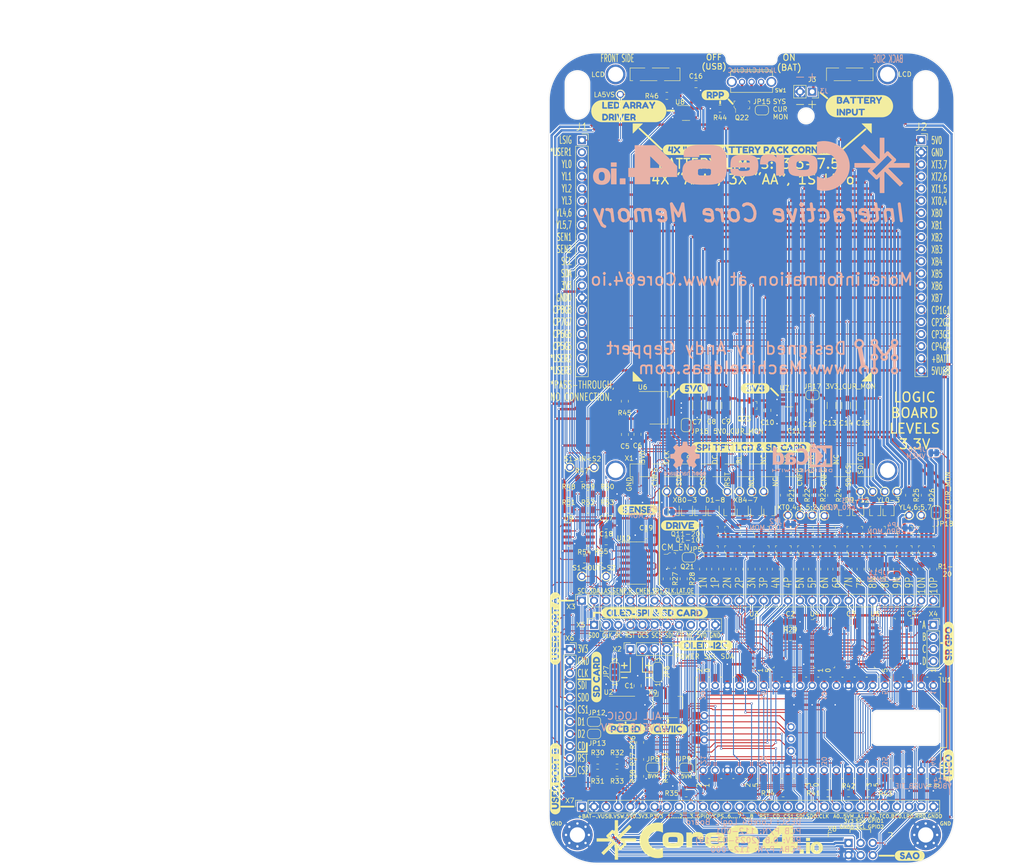
<source format=kicad_pcb>
(kicad_pcb (version 20211014) (generator pcbnew)
  (title_block (title "Core 64 Logic Board - PCB Layout") (date "2023-03-19") (rev "0.8") (company "Andy Geppert - Machine Ideas, LLC"))
  (layers (0 "F.Cu" signal) (31 "B.Cu" signal) (34 "B.Paste" user) (35 "F.Paste" user) (36 "B.SilkS" user "B.Silkscreen") (37 "F.SilkS" user "F.Silkscreen") (38 "B.Mask" user) (39 "F.Mask" user) (44 "Edge.Cuts" user))
  (net 0 "")
  (net 1 "Net-(D2-Pad3)")
  (net 2 "Net-(Q2-Pad1)")
  (net 3 "-BATT")
  (net 4 "/I2C_DATA")
  (net 5 "/I2C_CLOCK")
  (net 6 "/LED_ARY_5V0_SIG")
  (net 7 "Net-(C6-Pad1)")
  (net 8 "/GPIO3_CP3_DC")
  (net 9 "Net-(Q3-Pad1)")
  (net 10 "/CM_SENSE_1_IN")
  (net 11 "Net-(Q5-Pad1)")
  (net 12 "Net-(Q6-Pad1)")
  (net 13 "Net-(Q7-Pad1)")
  (net 14 "Net-(Q9-Pad1)")
  (net 15 "Net-(Q10-Pad1)")
  (net 16 "Net-(Q11-Pad1)")
  (net 17 "Net-(Q12-Pad1)")
  (net 18 "Net-(Q13-Pad1)")
  (net 19 "Net-(C11-Pad1)")
  (net 20 "/CM_SENSE_2_IN")
  (net 21 "Net-(Q14-Pad1)")
  (net 22 "Net-(Q15-Pad1)")
  (net 23 "Net-(Q16-Pad1)")
  (net 24 "Net-(Q17-Pad1)")
  (net 25 "Net-(Q18-Pad1)")
  (net 26 "Net-(Q19-Pad1)")
  (net 27 "Net-(Q20-Pad1)")
  (net 28 "Net-(D10-Pad3)")
  (net 29 "Net-(D11-Pad3)")
  (net 30 "PICO_VBUS")
  (net 31 "+BATT")
  (net 32 "+VSW")
  (net 33 "Net-(D1-Pad3)")
  (net 34 "Net-(D5-Pad3)")
  (net 35 "5V0")
  (net 36 "3V3")
  (net 37 "/GPIO4_CP4_CS2")
  (net 38 "/SPI_RESET")
  (net 39 "/SPI_SDI")
  (net 40 "/SPI_SDO")
  (net 41 "Net-(Q4-Pad1)")
  (net 42 "Net-(Q21-Pad1)")
  (net 43 "LR0_MON")
  (net 44 "BC0_MON")
  (net 45 "TC0_MON")
  (net 46 "RR0_MON")
  (net 47 "Net-(Q1-Pad1)")
  (net 48 "/SPI_CLK")
  (net 49 "/CA_SR_GPO_A")
  (net 50 "Net-(Q10-Pad3)")
  (net 51 "Net-(Q22-Pad1)")
  (net 52 "Net-(Q8-Pad1)")
  (net 53 "/CA_SR_GPO_B")
  (net 54 "/CA_SR_GPO_C")
  (net 55 "/CA_SR_GPO_D")
  (net 56 "Net-(Q14-Pad3)")
  (net 57 "/YL0")
  (net 58 "Net-(C12-Pad1)")
  (net 59 "/YL1")
  (net 60 "/YL2")
  (net 61 "/YL3")
  (net 62 "/XB1")
  (net 63 "/XB3")
  (net 64 "/XB2")
  (net 65 "/XB5")
  (net 66 "/XB4")
  (net 67 "/XB7")
  (net 68 "/XB6")
  (net 69 "GMEM")
  (net 70 "/YL4,6")
  (net 71 "/YL5,7")
  (net 72 "/ADC2_BUFF")
  (net 73 "/I2C_3V3_SCL")
  (net 74 "/I2C_3V3_SDA")
  (net 75 "/XT3,7")
  (net 76 "/XT2,6")
  (net 77 "/XT1,5")
  (net 78 "/XT0,4")
  (net 79 "/ADC1_BUFF")
  (net 80 "/ADC0_BUFF")
  (net 81 "/CM_Q7P")
  (net 82 "/CM_Q7N")
  (net 83 "/CM_Q8P")
  (net 84 "/CM_Q8N")
  (net 85 "/CM_Q9P")
  (net 86 "/CM_Q9N")
  (net 87 "/CM_Q10N")
  (net 88 "/CM_EN")
  (net 89 "/CM_Q1P")
  (net 90 "/CM_Q1N")
  (net 91 "/CM_Q3P")
  (net 92 "/CM_Q3N")
  (net 93 "/CM_Q5P")
  (net 94 "/CM_Q5N")
  (net 95 "/CM_Q2P")
  (net 96 "/CM_SR_~{OE}")
  (net 97 "/CM_Q2N")
  (net 98 "/CM_Q4P")
  (net 99 "/CM_Q4N")
  (net 100 "/CM_Q6P")
  (net 101 "/CM_Q6N")
  (net 102 "Net-(D6-Pad3)")
  (net 103 "Net-(Q15-Pad3)")
  (net 104 "Net-(Q16-Pad3)")
  (net 105 "Net-(R36-Pad1)")
  (net 106 "/SPI_CD")
  (net 107 "/SPI_CS1")
  (net 108 "/ADC0")
  (net 109 "/ADC1")
  (net 110 "/ADC2")
  (net 111 "/CA_SENSE_1_OUT")
  (net 112 "/CA_SENSE_2_OUT")
  (net 113 "/GPIO8_CP8_HS4")
  (net 114 "/GPIO7_CP7_HS3")
  (net 115 "/GPIO6_CP6_HS2")
  (net 116 "/GPIO5_CP5_HS1")
  (net 117 "/GPIO1_CP1_SAO1")
  (net 118 "/GPIO2_CP2_SAO2")
  (net 119 "Net-(R45-Pad2)")
  (net 120 "/CM_SENSE_PULSE")
  (net 121 "Net-(R46-Pad2)")
  (net 122 "/CM_SR_SER1")
  (net 123 "/CM_SR_CLK")
  (net 124 "/CM_SR_LAT")
  (net 125 "PICO_3V3OUT")
  (net 126 "Net-(Q22-Pad3)")
  (net 127 "PICO_VSYS")
  (net 128 "/CA_SR_SER2")
  (net 129 "/CA_SR_SER3")
  (net 130 "Net-(R48-Pad2)")
  (net 131 "Net-(R51-Pad2)")
  (net 132 "unconnected-(U1-Pad30)")
  (net 133 "unconnected-(U1-Pad37)")
  (net 134 "unconnected-(U1-PadD1)")
  (net 135 "unconnected-(U1-PadD2)")
  (net 136 "unconnected-(U1-PadD3)")
  (net 139 "Net-(U10-Pad1)")
  (net 140 "Net-(U10-Pad12)")
  (net 141 "Net-(U10-Pad13)")
  (net 142 "Net-(X1-Pad15)")
  (net 150 "/CM_Q10P")
  (net 151 "/XB0")
  (net 152 "5VUSB")
  (net 153 "VMEM")
  (net 158 "/CM_SENSE_RESET")
  (net 159 "/LED_ARY_3V3_SIG")
  (net 165 "unconnected-(X9-PadMP)")
  (net 166 "Net-(D9-Pad3)")
  (net 167 "Net-(D12-Pad3)")
  (net 168 "/QSPI_D2")
  (net 169 "/USER1")
  (net 170 "/USER2")
  (net 171 "/USER3")
  (net 172 "/QSPI_D1")
  (net 173 "Net-(JP6-Pad2)")
  (net 174 "Net-(JP7-Pad2)")
  (net 175 "Net-(JP8-Pad1)")
  (net 176 "Net-(JP9-Pad1)")
  (net 177 "Net-(JP9-Pad2)")
  (net 178 "Net-(JP2-Pad2)")
  (net 179 "Net-(JP4-Pad2)")
  (net 180 "Net-(JP5-Pad1)")
  (net 181 "Net-(JP15-Pad1)")
  (footprint "MountingHole:MountingHole_3.2mm_M3_Pad_Via" (layer "F.Cu") (at 73.5582 206.7056)
    (fp_text reference "H1")
    (fp_text value "GND PAD")
  )
  (footprint "MountingHole:MountingHole_3.2mm_M3_Pad_Via" (layer "F.Cu") (at 146.5582 206.7056)
    (fp_text reference "H2")
    (fp_text value "GND PAD")
  )
  (footprint "Connector_PinSocket_2.54mm:PinSocket_1x20_P2.54mm_Vertical" (layer "F.Cu") (at 74.4982 61.0756)
    (fp_text reference "J1")
    (fp_text value "SSW-116-22-F-S-VS‎")
  )
  (footprint "Connector_PinSocket_2.54mm:PinSocket_1x20_P2.54mm_Vertical" (layer "F.Cu") (at 145.6182 61.0756)
    (fp_text reference "J2")
    (fp_text value "SSW-116-22-F-S-VS‎")
  )
  (footprint "digikey-kicad-library-master:SOT-23-3" (layer "F.Cu") (at 93.2942 149.2136)
    (fp_text reference "Q21")
    (fp_text value "NVTR4503NT1G_NMOS_GSD")
  )
  (footprint "Capacitor_SMD:C_0805_2012Metric" (layer "F.Cu") (at 118.9482 119.4956 -90)
    (fp_text reference "C11")
    (fp_text value "0.01uF")
  )
  (footprint "Core_64_KiCad_Library:TestPoint_THTPad_D1.5mm_Drill1.0mm" (layer "F.Cu") (at 82.5482 51.5006)
    (fp_text reference "TP19" hide)
    (fp_text value "LA5VS")
  )
  (footprint "kibuzzard-6417CDFD" (layer "F.Cu") (at 100.4062 166.9936)
    (fp_text reference "kibuzzard-6417CDFD" hide)
    (fp_text value "G***" hide)
  )
  (footprint "Package_TO_SOT_SMD:SOT-323_SC-70" (layer "F.Cu") (at 138.7602 139.0536 -90)
    (fp_text reference "D12" hide)
    (fp_text value "BAT54AW")
  )
  (footprint "Capacitor_SMD:C_1206_3216Metric" (layer "F.Cu") (at 126.8222 116.7016 -90)
    (fp_text reference "C13")
    (fp_text value "220uF")
  )
  (footprint "Resistor_SMD:R_0805_2012Metric" (layer "F.Cu") (at 125.2982 150.9916 -90)
    (fp_text reference "R11" hide)
    (fp_text value "470")
  )
  (footprint "digikey-kicad-library-master:SOT-23-3" (layer "F.Cu") (at 121.347088 146.9276 90)
    (fp_text reference "Q5" hide)
    (fp_text value "MMBT4401LT1G")
  )
  (footprint "Package_TO_SOT_SMD:SOT-323_SC-70" (layer "F.Cu") (at 129.4892 139.0536 -90)
    (fp_text reference "D9" hide)
    (fp_text value "BAT54CW")
  )
  (footprint "kibuzzard-64178E4F" (layer "F.Cu") (at 77.5462 173.5976 90)
    (fp_text reference "kibuzzard-64178E4F" hide)
    (fp_text value "G***" hide)
  )
  (footprint "Package_TO_SOT_SMD:SOT-323_SC-70" (layer "F.Cu") (at 99.314 139.0536 -90)
    (fp_text reference "D3" hide)
    (fp_text value "BAT54CW")
  )
  (footprint "Resistor_SMD:R_0805_2012Metric" (layer "F.Cu") (at 112.5982 150.9916 -90)
    (fp_text reference "R6" hide)
    (fp_text value "470")
  )
  (footprint "digikey-kicad-library-master:SOT-23-3" (layer "F.Cu") (at 106.050644 142.8636 90)
    (fp_text reference "Q12" hide)
    (fp_text value "MMBT4403LT1G")
  )
  (footprint "Package_TO_SOT_SMD:SOT-323_SC-70" (layer "F.Cu") (at 93.726 139.0536 -90)
    (fp_text reference "D1" hide)
    (fp_text value "BAT54CW")
  )
  (footprint "Resistor_SMD:R_0805_2012Metric" (layer "F.Cu") (at 93.5482 194.4256 -90)
    (fp_text reference "R40")
    (fp_text value "10k")
  )
  (footprint "Resistor_SMD:R_0805_2012Metric" (layer "F.Cu") (at 146.3802 135.4976 -90)
    (fp_text reference "R26")
    (fp_text value "6R8-5%")
  )
  (footprint "kibuzzard-64178C85" (layer "F.Cu") (at 84.3232 55.0006)
    (fp_text reference "kibuzzard-64178C85" hide)
    (fp_text value "G***" hide)
  )
  (footprint "Core_64_KiCad_Library:Core64.io_w_core_symbol" (layer "F.Cu") (at 101.2952 207.7606)
    (fp_text reference "L1" hide)
    (fp_text value "Core_64_Logo" hide)
  )
  (footprint "digikey-kicad-library-master:SOIC-16_W3.90mm" (layer "F.Cu") (at 137.9982 166.4856 -90)
    (fp_text reference "U5")
    (fp_text value "74HC595D")
  )
  (footprint "digikey-kicad-library-master:SOT-23-3" (layer "F.Cu") (at 106.050644 146.9276 90)
    (fp_text reference "Q2" hide)
    (fp_text value "MMBT4401LT1G")
  )
  (footprint "kibuzzard-64179D69" (layer "F.Cu") (at 102.4732 51.6256)
    (fp_text reference "kibuzzard-64179D69" hide)
    (fp_text value "G***" hide)
  )
  (footprint "kibuzzard-64178E7C" (layer "F.Cu") (at 92.5322 184.5196)
    (fp_text reference "kibuzzard-64178E7C" hide)
    (fp_text value "G***" hide)
  )
  (footprint "kibuzzard-64178E92" (layer "F.Cu") (at 151.3332 166.6126 90)
    (fp_text reference "kibuzzard-64178E92" hide)
    (fp_text value "G***" hide)
  )
  (footprint "Core_64_KiCad_Library:TestPoint_THTPad_D1.5mm_Drill1.0mm" (layer "F.Cu") (at 137.9982 134.7356)
    (fp_text reference "TP16" hide)
    (fp_text value "YL2")
  )
  (footprint "Resistor_SMD:R_0805_2012Metric" (layer "F.Cu") (at 103.4542 54.4716 180)
    (fp_text reference "R44")
    (fp_text value "10k")
  )
  (footprint "Resistor_SMD:R_0805_2012Metric" (layer "F.Cu") (at 120.142 135.5325 -90)
    (fp_text reference "R22")
    (fp_text value "6R8-5%")
  )
  (footprint "Capacitor_SMD:C_1206_3216Metric" (layer "F.Cu") (at 98.6282 116.7016 -90)
    (fp_text reference "C7")
    (fp_text value "220uF")
  )
  (footprint "digikey-kicad-library-master:SOT-23-3" (layer "F.Cu") (at 116.718644 142.8636 90)
    (fp_text reference "Q14" hide)
    (fp_text value "MMBT4403LT1G")
  )
  (footprint "Resistor_SMD:R_0805_2012Metric" (layer "F.Cu") (at 123.444 135.4976 -90)
    (fp_text reference "R23")
    (fp_text value "6R8-5%")
  )
  (footprint "Package_TO_SOT_SMD:SOT-323_SC-70" (layer "F.Cu") (at 102.108 139.0536 -90)
    (fp_text reference "D4" hide)
    (fp_text value "BAT54AW")
  )
  (footprint "kibuzzard-64178E2E" (layer "F.Cu") (at 68.9102 163.4376 90)
    (fp_text reference "kibuzzard-64178E2E" hide)
    (fp_text value "G***" hide)
  )
  (footprint "Capacitor_SMD:C_1206_3216Metric" (layer "F.Cu") (at 129.8702 116.7016 -90)
    (fp_text reference "C14")
    (fp_text value "220uF")
  )
  (footprint "Resistor_SMD:R_0805_2012Metric" (layer "F.Cu") (at 96.3422 197.9816 180)
    (fp_text reference "R35")
    (fp_text value "10k")
  )
  (footprint "digikey-kicad-library-master:SOT-23-3" (layer "F.Cu") (at 109.5502 116.7016 90)
    (fp_text reference "Q23")
    (fp_text value "SL3401A")
  )
  (footprint "Core_64_KiCad_Library:TestPoint_THTPad_D1.5mm_Drill1.0mm" (layer "F.Cu") (at 99.8982 134.7356)
    (fp_text reference "TP4" hide)
    (fp_text value "XB3")
  )
  (footprint "Core_64_KiCad_Library:TestPoint_THTPad_D1.5mm_Drill1.0mm" (layer "F.Cu") (at 104.9782 134.7356)
    (fp_text reference "TP5" hide)
    (fp_text value "XB4")
  )
  (footprint "Capacitor_SMD:C_0805_2012Metric" (layer "F.Cu") (at 113.3602 117.7176 -90)
    (fp_text reference "C10")
    (fp_text value "1uF")
  )
  (footprint "kibuzzard-64179E5D" (layer "F.Cu") (at 97.9232 113.1256)
    (fp_text reference "kibuzzard-64179E5D" hide)
    (fp_text value "G***" hide)
  )
  (footprint "Capacitor_SMD:C_0805_2012Metric" (layer "F.Cu") (at 143.5862 162.0406)
    (fp_text reference "C4")
    (fp_text value "0.1uF")
  )
  (footprint "kibuzzard-64178E12" (layer "F.Cu") (at 110.0582 125.4646)
    (fp_text reference "kibuzzard-64178E12" hide)
    (fp_text value "G***" hide)
  )
  (footprint "kibuzzard-64178E45" (layer "F.Cu") (at 68.9102 194.9336 90)
    (fp_text reference "kibuzzard-64178E45" hide)
    (fp_text value "G***" hide)
  )
  (footprint "Jumper:SolderJumper-2_P1.3mm_Bridged_RoundedPad1.0x1.5mm" (layer "F.Cu") (at 96.3732 192.6506 180)
    (fp_text reference "JP9")
    (fp_text value "5V0_MON")
  )
  (footprint "Resistor_SMD:R_0805_2012Metric" (layer "F.Cu") (at 95.8342 153.0236 90)
    (fp_text reference "R28")
    (fp_text value "470")
  )
  (footprint "Jumper:SolderJumper-3_P1.3mm_Open_RoundedPad1.0x1.5mm_NumberLabels" (layer "F.Cu") (at 81.3982 172.5756 90)
    (fp_text reference "JP7")
    (fp_text value "SolderJumper_3_Open")
  )
  (footprint "Jumper:SolderJumper-2_P1.3mm_Open_RoundedPad1.0x1.5mm" (layer "F.Cu") (at 77.0482 185.5506)
    (fp_text reference "JP13")
    (fp_text value "D2")
  )
  (footprint "Resistor_SMD:R_0805_2012Metric" (layer "F.Cu") (at 104.9782 150.9916 -90)
    (fp_text reference "R3" hide)
    (fp_text value "470")
  )
  (footprint "Resistor_SMD:R_0805_2012Metric" (layer "F.Cu") (at 81.8642 193.6636 180)
    (fp_text reference "R33")
    (fp_text value "68")
  )
  (footprint "Resistor_SMD:R_0805_2012Metric" (layer "F.Cu") (at 79.8322 138.5456)
    (fp_text reference "R53")
    (fp_text value "1K5-1%")
  )
  (footprint "Resistor_SMD:R_0805_2012Metric" (layer "F.Cu") (at 134.5457 197.9816)
    (fp_text reference "R43")
    (fp_text value "1k2")
  )
  (footprint "Resistor_SMD:R_0805_2012Metric" (layer "F.Cu") (at 92.2982 51.8006)
    (fp_text reference "R46")
    (fp_text value "470")
  )
  (footprint "Resistor_SMD:R_0805_2012Metric" (layer "F.Cu") (at 122.7582 150.9916 -90)
    (fp_text reference "R10" hide)
    (fp_text value "470")
  )
  (footprint "Resistor_SMD:R_0805_2012Metric" (layer "F.Cu") (at 93.5482 190.8696 -90)
    (fp_text reference "R39")
    (fp_text value "10k")
  )
  (footprint "Capacitor_SMD:C_0805_2012Metric" (layer "F.Cu") (at 79.5782 145.1496)
    (fp_text reference "C18")
    (fp_text value "10uF")
  )
  (footprint "Core_64_KiCad_Library:TestPoint_THTPad_D1.5mm_Drill1.0mm" (layer "F.Cu") (at 79.5782 152.5156)
    (fp_text reference "TP23" hide)
    (fp_text value "S1 OUT")
  )
  (footprint "Resistor_SMD:R_0805_2012Metric" (layer "F.Cu") (at 115.1382 150.9916 -90)
    (fp_text reference "R7" hide)
    (fp_text value "470")
  )
  (footprint "Resistor_SMD:R_0805_2012Metric" (layer "F.Cu") (at 116.84 135.4976 90)
    (fp_text reference "R21")
    (fp_text value "6R8-5%")
  )
  (footprint "Core_64_KiCad_Library:TestPoint_THTPad_D1.5mm_Drill1.0mm" (layer "F.Cu") (at 143.0782 139.7)
    (fp_text reference "TP17" hide)
    (fp_text value "YL4,6")
  )
  (footprint "digikey-kicad-library-master:SOIC-16_W3.90mm" (layer "F.Cu") (at 112.5982 166.4856 -90)
    (fp_text reference "U3")
    (fp_text value "74HC595D")
  )
  (footprint "Capacitor_SMD:C_0805_2012Metric" (layer "F.Cu") (at 83.5232 122.7756 -90)
    (fp_text reference "C5")
    (fp_text value "1uF")
  )
  (footprint "Connector_PinSocket_2.54mm:PinSocket_1x30_P2.54mm_Vertical" (layer "F.Cu") (at 74.4982 157.5956 90)
    (fp_text reference "X3")
    (fp_text value "TBD")
  )
  (footprint "Jumper:SolderJumper-2_P1.3mm_Bridged_RoundedPad1.0x1.5mm" (layer "F.Cu") (at 96.3232 120.8006 90)
    (fp_text reference "JP16")
    (fp_text value "5V0_CUR_MON")
  )
  (footprint "Resistor_SMD:R_0805_2012Metric" (layer "F.Cu") (at 127.8382 150.9916 -90)
    (fp_text reference "R12" hide)
    (fp_text value "470")
  )
  (footprint "Core_64_KiCad_Library:TestPoint_THTPad_D1.5mm_Drill1.0mm" (layer "F.Cu") (at 135.4582 134.7356)
    (fp_text reference "TP13" hide)
    (fp_text value "YL1")
  )
  (footprint "Core_64_KiCad_Library:TestPoint_THTPad_D1.5mm_Drill1.0mm" (layer "F.Cu") (at 77.0382 129.6556)
    (fp_text reference "TP21" hide)
    (fp_text value "S2 IN")
  )
  (footprint "Resistor_SMD:R_0805_2012Metric" (layer "F.Cu") (at 86.6902 190.8696 90)
    (fp_text reference "R37")
    (fp_text value "10k")
  )
  (footprint "Resistor_SMD:R_0805_2012Metric" (layer "F.Cu") (at 130.3782 150.9916 -90)
    (fp_text reference "R13" hide)
    (fp_text value "470")
  )
  (footprint "Resistor_SMD:R_0805_2012Metric" (layer "F.Cu") (at 143.0782 150.9916 -90)
    (fp_text reference "R18" hide)
    (fp_text value "470")
  )
  (footprint "Capacitor_SMD:C_1206_3216Metric" (layer "F.Cu") (at 132.9182 116.7016 -90)
    (fp_text reference "C15")
    (fp_text value "220uF")
  )
  (footprint "Capacitor_SMD:C_0805_2012Metric" (layer "F.Cu") (at 98.3982 49.3506)
    (fp_text reference "C16")
    (fp_text value "0.1uF")
  )
  (footprint "digikey-kicad-library-master:SOIC-8_W3.9mm" (layer "F.Cu") (at 73.7362 143.6256 -90)
    (fp_text reference "U9")
    (fp_text value "LM393")
  )
  (footprint "Package_TO_SOT_SMD:SOT-323_SC-70" (layer "F.Cu") (at 110.998 139.065 -90)
    (fp_text reference "D7" hide)
    (fp_text value "BAT54CW")
  )
  (footprint "Resistor_SMD:R_0805_2012Metric" (layer "F.Cu") (at 148.1582 150.9916 -90)
    (fp_text reference "R20" hide)
    (fp_text value "470")
  )
  (footprint "Core_64_KiCad_Library:TestPoint_THTPad_D1.5mm_Drill1.0mm" (layer "F.Cu") (at 97.3582 134.7356)
    (fp_text reference "TP3" hide)
    (fp_text value "XB2")
  )
  (footprint "Core_64_KiCad_Library:TestPoint_THTPad_D1.5mm_Drill1.0mm" (layer "F.Cu") (at 107.5182 134.7356)
    (fp_text reference "TP6" hide)
    (fp_text value "XB5")
  )
  (footprint "Package_TO_SOT_SMD:SOT-23-5" (layer "F.Cu") (at 117.9322 115.4316)
    (fp_text reference "U7")
    (fp_text value "SSP9193-33M5R")
  )
  (footprint "Resistor_SMD:R_0805_2012Metric" (layer "F.Cu") (at 143.0782 135.4976 -90)
    (fp_text reference "R25")
    (fp_text value "6R8-5%")
  )
  (footprint "Resistor_SMD:R_0805_2012Metric" (layer "F.Cu") (at 79.8322 135.2436)
    (fp_text reference "R50")
    (fp_text value "1K5-1%")
  )
  (footprint "kibuzzard-64178E9B" (layer "F.Cu") (at 151.3332 192.1396 90)
    (fp_text reference "kibuzzard-64178E9B" hide)
    (fp_text value "G***" hide)
  )
  (footprint "Core_64_KiCad_Library:TestPoint_THTPad_D1.5mm_Drill1.0mm" (layer "F.Cu") (at 132.9182 134.7356)
    (fp_text reference "TP14" hide)
    (fp_text value "YL0")
  )
  (footprint "Capacitor_SMD:C_0805_2012Metric" (layer "F.Cu") (at 87.9602 143.8796 180)
    (fp_text reference "C19")
    (fp_text value "0.1uF")
  )
  (footprint "kibuzzard-64178DE8" (layer "F.Cu") (at 86.1822 138.5456)
    (fp_text reference "kibuzzard-64178DE8" hide)
    (fp_text value "G***" hide)
  )
  (footprint "Resistor_SMD:R_0805_2012Metric" (layer "F.Cu") (at 86.6902 187.3136 90)
    (fp_text reference "R36")
    (fp_text value "10k")
  )
  (footprint "Core_64_KiCad_Library:TestPoint_THTPad_D1.5mm_Drill1.0mm" (layer "F.Cu") (at 92.2782 134.7356)
    (fp_text reference "TP1" hide)
    (fp_text value "XB0")
  )
  (footprint "Jumper:SolderJumper-2_P1.3mm_Open_RoundedPad1.0x1.5mm" (layer "F.Cu") (at 77.0232 182.9756)
    (fp_text reference "JP12")
    (fp_text value "D1")
  )
  (footprint "Capacitor_SMD:C_0805_2012Metric" (layer "F.Cu") (at 130.8862 162.0406)
    (fp_text reference "C3")
    (fp_text value "0.1uF")
  )
  (footprint "Core_64_KiCad_Library:TestPoint_THTPad_D1.5mm_Drill1.0mm" (layer "F.Cu") (at 120.2182 139.7)
    (fp_text reference "TP10" hide)
    (fp_text value "XT1,5")
  )
  (footprint "Resistor_SMD:R_0805_2012Metric" (layer "F.Cu") (at 75.0062 148.9596 180)
    (fp_text reference "R54")
    (fp_text value "1K2")
  )
  (footprint "Resistor_SMD:R_0805_2012Metric" (layer "F.Cu") (at 71.7042 138.5456)
    (fp_text reference "R51")
    (fp_text value "1K8-1%")
  )
  (footprint "digikey-kicad-library-master:SOT-23-3" (layer "F.Cu") (at 116.718644 146.9276 90)
    (fp_text reference "Q4" hide)
    (fp_text value "MMBT4401LT1G")
  )
  (footprint "kibuzzard-64179D78" (layer "F.Cu") (at 110.0582 63.1076)
    (fp_text reference "kibuzzard-64179D78" hide)
    (fp_text value "G***" hide)
  )
  (footprint "kibuzzard-64178EA5" (layer "F.Cu") (at 143.2052 211.0626)
    (fp_text reference "kibuzzard-64178EA5" hide)
    (fp_text value "G***" hide)
  )
  (footprint "digikey-kicad-library-master:SOT-23-3" (layer "F.Cu") (at 108.0262 53.7096 90)
    (fp_text reference "Q22")
    (fp_text value "SL3401A")
  )
  (footprint "Core_64_KiCad_Library:TestPoint_THTPad_D1.5mm_Drill1.0mm" (layer "F.Cu") (at 122.7582 139.7)
    (fp_text reference "TP11" hide)
    (fp_text value "XT2,6")
  )
  (footprint "digikey-kicad-library-master:SOT-23-3" (layer "F.Cu") (at 136.4742 146.9276 90)
    (fp_text reference "Q8" hide)
    (fp_text value "MMBT4401LT1G")
  )
  (footprint "Package_TO_SOT_SMD:SOT-323_SC-70" (layer "F.Cu") (at 113.792 139.065 -90)
    (fp_text reference "D8" hide)
    (fp_text value "BAT54AW")
  )
  (footprint "digikey-kicad-library-master:SOT-23-3" (layer "F.Cu") (at 131.7142 142.8636 90)
    (fp_text reference "Q17" hide)
    (fp_text value "MMBT4403LT1G")
  )
  (footprint "Resistor_SMD:R_0805_2012Metric" (layer "F.Cu") (at 86.6902 194.4256 -90)
    (fp_text reference "R38")
    (fp_text value "10k")
  )
  (footprint "digikey-kicad-library-master:SOIC-16_W3.90mm" (layer "F.Cu") (at 125.2982 166.4856 -90)
    (fp_text reference "U4")
    (fp_text value "74HC595D")
  )
  (footprint "Connector_PinSocket_2.54mm:PinSocket_1x11_P2.54mm_Vertical" (layer "F.Cu") (at 77.0382 162.6756 90)
    (fp_text reference "X5")
    (fp_text value "HEADER_11-PIN_0.1")
  )
  (footprint "Resistor_SMD:R_0805_2012Metric" (layer "F.Cu") (at 116.6622 197.9816)
    (fp_text reference "R34")
    (fp_text value "10k")
  )
  (footprint "Core_64_KiCad_Library:TestPoint_THTPad_D1.5mm_Drill1.0mm" (layer "F.Cu") (at 74.4982 152.5156)
    (fp_text reference "TP22" hide)
    (fp_text value "S2 OUT")
  )
  (footprint "Resistor_SMD:R_0805_2012Metric" (layer "F.Cu") (at 75.7682 138.5456)
    (fp_text reference "R52")
    (fp_text value "11-1%")
  )
  (footprint "digikey-kicad-library-master:SOT-23-3" (layer "F.Cu") (at 121.347088 142.8636 90)
    (fp_text reference "Q15" hide)
    (fp_text value "MMBT4403LT1G")
  )
  (footprint "Resistor_SMD:R_0805_2012Metric" (layer "F.Cu") (at 140.5382 150.9916 -90)
    (fp_text reference "R17" hide)
    (fp_text value "470")
  )
  (footprint "Connector_JST:JST_SH_SM04B-SRSS-TB_1x04-1MP_P1.00mm_Horizontal" (layer "F.Cu") (at 92.5322 179.4396)
    (fp_text reference "X9")
    (fp_text value "QWIIC")
  )
  (footprint "Resistor_SMD:R_0805_2012Metric" (layer "F.Cu") (at 102.4382 150.9916 -90)
    (fp_text reference "R2" hide)
    (fp_text value "470")
  )
  (footprint "Connector_PinSocket_2.54mm:PinSocket_1x11_P2.54mm_Vertical" (layer "F.Cu") (at 71.9832 167.7556)
    (fp_text reference "X6")
    (fp_text value "Header_11-PIN_0.1")
  )
  (footprint "Core_64_KiCad_Library:TestPoint_THTPad_D1.5mm_Drill1.0mm" (layer "F.Cu") (at 94.8182 134.7356)
    (fp_text reference "TP2" hide)
    (fp_text value "XB1")
  )
  (footprint "digikey-kicad-library-master:SOT-23-3" (layer "F.Cu") (at 146.690648 142.8636 90)
    (fp_text reference "Q20" hide)
    (fp_text value "MMBT4403LT1G")
  )
  (footprint "Package_TO_SOT_SMD:SOT-323_SC-70" (layer "F.Cu") (at 96.52 139.0536 -90)
    (fp_text reference "D2" hide)
    (fp_text value "BAT54AW")
  )
  (footprint "Resistor_SMD:R_0805_2012Metric" (layer "F.Cu") (at 78.5622 148.9596)
    (fp_text reference "R55")
    (fp_text value "1K2")
  )
  (footprint "kibuzzard-64178DD4" (layer "F.Cu") (at 132.6642 53.9636)
    (fp_text reference "kibuzzard-64178DD4" hide)
    (fp_text value "G***" hide)
  )
  (footprint "Jumper:SolderJumper-2_P1.3mm_Bridged_RoundedPad1.0x1.5mm" (layer "F.Cu") (at 112.2232 54.8006)
    (fp_text reference "JP15")
    (fp_text value "SYS_CUR_MON")
  )
  (footprint "Package_SO:SOIC-14_3.9x8.7mm_P1.27mm" (layer "F.Cu") (at 85.9282 149.7216)
    (fp_text reference "U10")
    (fp_text value "SN74HC02DR")
  )
  (footprint "Core_64_KiCad_Library:Pico_SC0915_THRUHOLE_CUTOUTS" (layer "F.Cu") (at 124.0282 184.2656 -90)
    (fp_text reference "U1")
    (fp_text value "PICO" hide)
  )
  (footprint "Package_TO_SOT_SMD:SOT-23-5" (layer "F.Cu") (at 96.3202 55.3846)
    (fp_text reference "U8")
    (fp_text value "SN74LV1T125DBVR")
  )
  (footprint "Package_TO_SOT_SMD:SOT-223-5" (layer "F.Cu") (at 90.5232 117.1756)
    (fp_text reference "U6")
    (fp_text value "LP38693MP-5.0")
  )
  (footprint "Switch_XKB_SK12D07VG4_SK12D07L4B:SK12D07VG4" (layer "F.Cu") (at 110.0582 48.8676 180)
    (fp_text reference "SW1")
    (fp_text value "SK12D07L4B")
  )
  (footprint "digikey-kicad-library-master:SOT-23-3" (layer "F.Cu") (at 142.0622 146.9276 90)
    (fp_text reference "Q9" hide)
    (fp_text value "MMBT4401LT1G")
  )
  (footprint "Jumper:SolderJumper-2_P1.3mm_Bridged_RoundedPad1.0x1.5mm" (layer "F.Cu") (at 89.3732 192.6256)
    (fp_text reference "JP8")
    (fp_text value "BAT_MON")
  )
  (footprint "digikey-kicad-library-master:SOT-23-3" (layer "F.Cu") (at 101.4222 146.9276 90)
    (fp_text reference "Q1" hide)
    (fp_text value "MMBT4401LT1G")
  )
  (footprint "Core_64_KiCad_Library:TestPoint_THTPad_D1.5mm_Drill1.0mm" (layer "F.Cu") (at 125.2982 139.8156)
    (fp_text reference "TP12" hide)
    (fp_text value "XT3,7")
  )
  (footprint "Capacitor_SMD:C_0805_2012Metric" (layer "F.Cu") (at 86.1482 122.7506 -90)
    (fp_text reference "C6")
    (fp_text value "1uF")
  )
  (footprint "Package_SO:SOIC-8_3.9x4.9mm_P1.27mm" (layer "F.Cu") (at 83.6422 180.2016)
    (fp_text reference "U2")
    (fp_text value "M24C02-RMN")
  )
  (footprint "Capacitor_SMD:C_0805_2012Metric" (layer "F.Cu") (at 79.5782 141.8476)
    (fp_text reference "C17")
    (fp_text value "0.1uF")
  )
  (footprint "Resistor_SMD:R_0805_2012Metric" (layer "F.Cu") (at 75.7682 135.2436)
    (fp_text reference "R49")
    (fp_text value "11-1%")
  )
  (footprint "Jumper:SolderJumper-2_P1.3mm_Bridged_RoundedPad1.0x1.5mm" (layer "F.Cu") (at 96.9232 148.5256)
    (fp_text reference "JP5")
    (fp_text value "GMEM")
  )
  (footprint "Resistor_SMD:R_0805_2012Metric" (layer "F.Cu") (at 145.6182 150.9916 -90)
    (fp_text reference "R19" hide)
    (fp_text value "470")
  )
  (footprint "Resistor_SMD:R_0805_2012Metric" (layer "F.Cu") (at 77.8002 193.6636)
    (fp_text reference "R31")
    (fp_text value "1K2")
  )
  (footprint "digikey-kicad-library-master:SOT-23-3" (layer "F.Cu") (at 131.7142 146.9276 90)
    (fp_text reference "Q7" hide)
    (fp_text value "MMBT4401LT1G")
  )
  (footprint "Resistor_SMD:R_0805_2012Metric" (layer "F.Cu") (at 120.2182 150.9916 -90)
    (fp_text reference "R9" hide)
    (fp_text value "470")
  )
  (footprint "Capacitor_SMD:C_1206_3216Metric" (layer "F.Cu") (at 101.6762 116.7016 -90)
    (fp_text reference "C8")
    (fp_text value "220uF")
  )
  (footprint "Resistor_SMD:R_0805_2012Metric" (layer "F.Cu") (at 132.9182 150.9916 -90)
    (fp_text reference "R14" hide)
    (fp_text value "470")
  )
  (footprint "Jumper:SolderJumper-2_P1.3mm_Bridged_RoundedPad1.0x1.5mm" (layer "F.Cu") (at 148.7232 139.1006 -90)
    (fp_text reference "JP18")
    (fp_text value "CM_CUR_MON")
  )
  (footprint "Resistor_SMD:R_0805_2012Metric" (layer "F.Cu") (at 92.2782 153.0236 -90)
    (fp_text reference "R27")
    (fp_text value "10k")
  )
  (footprint "Capacitor_SMD:C_0805_2012Metric" (layer "F.Cu") (at 86.1822 175.4416 90)
    (fp_text reference "C1")
    (fp_text value "0.1uF")
  )
  (footprint "Resistor_SMD:R_0805_2012Metric" (layer "F.Cu") (at 74.4982 131.9416)
    (fp_text reference "R47")
    (fp_text value "1K5-1%")
  )
  (footprint "digikey-kicad-library-master:SOT-23-3" (layer "F.Cu") (at 112.0902 142.8636 90)
    (fp_text reference "Q13" hide)
    (fp_text value "MMBT4403LT1G")
  )
  (footprint "kibuzzard-64178DF4" (layer "F.Cu") (at 95.0722 141.8476)
    (fp_text reference "kibuzzard-64178DF4" hide)
    (fp_text value "G***" hide)
  )
  (footprint "Capacitor_SMD:C_1206_3216Metric" (layer "F.Cu") (at 104.7242 116.7016 -90)
    (fp_text reference "C9")
    (fp_text value "220uF")
  )
  (footprint "Connector_PinSocket_2.54mm:PinSocket_1x02_P2.54mm_Vertical" (layer "F.Cu") (at 122.7582 50.9156 -90)
    (fp_text reference "J3")
    (fp_text value "BATTERY")
  )
  (footprint "Resistor_SMD:R_0805_2012Metric" (layer "F.Cu") (at 126.0602 197.9816)
    (fp_text reference "R41")
    (fp_text value "1k2")
  )
  (footprint "digikey-kicad-library-master:SOT-23-3" (layer "F.Cu") (at 142.0622 142.8636 90)
    (fp_text reference "Q19" hide)
    (fp_text value "MMBT4403LT1G")
  )
  (footprint "digikey-kicad-library-master:SOT-23-3" (layer "F.Cu") (at 112.0902 146.9276 90)
    (fp_text reference "Q3" hide)
    (fp_text value "MMBT4401LT1G")
  )
  (footprint "Resistor_SMD:R_0805_2012Metric" (layer "F.Cu") (at 77.8002 191.1236)
    (fp_text reference "R30")
    (fp_text value "1K2")
  )
  (footprint "Resistor_SMD:R_0805_2012Metric" (layer "F.Cu") (at 107.5182 150.9916 -90)
    (fp_text reference "R4" hide)
    (fp_text value "470")
  )
  (footprint "Adafruit_3.2_TFT:Adafruit_3.2_TFT_Dual_PinHeader_1x20_P2.54mm_Vertical_SMD_Pin1Left" (layer "F.Cu") (at 110.0582 130.2906)
    (fp_text reference "X1")
    (fp_text value "Adafruit_3.2_TFT_1743")
  )
  (footprint "Core_64_KiCad_Library:TestPoint_THTPad_D1.5mm_Drill1.0mm" (layer "F.Cu") (at 112.5982 134.7356)
    (fp_text reference "TP8" hide)
    (fp_text value "XB7")
  )
  (footprint "digikey-kicad-library-master:SOT-23-3" (layer "F.Cu") (at 136.4742 142.8636 90)
    (fp_text reference "Q18" hide)
    (fp_text value "MMBT4403LT1G")
  )
  (footprint "Core_64_KiCad_Library:TestPoint_THTPad_D1.5mm_Drill1.0mm" (layer "F.Cu") (at 71.9582 129.6556)
    (fp_text reference "TP20" hide)
    (fp_text value "S1 IN")
  )
  (footprint "kibuzzard-6417CE14" (layer "F.Cu") (at 89.7382 160.1356)
    (fp_text reference "kibuzzard-6417CE14" hide)
    (fp_text value "G***" hide)
  )
  (footprint "Package_TO_SOT_SMD:SOT-323_SC-70" (layer "F.Cu") (at 135.9662 139.0536 -90)
    (fp_text reference "D11" hide)
    (fp_text value "BAT54CW")
  )
  (footprint "Resistor_SMD:R_0805_2012Metric" (layer "F.Cu") (at 137.9982 150.9916 -90)
    (fp_text reference "R16" hide)
    (fp_text value "470")
  )
  (footprint "Resistor_SMD:R_0805_2012Metric" (layer "F.Cu") (at 71.7042 135.2436)
    (fp_text reference "R48")
    (fp_text value "1K8-1%")
  )
  (footprint "digikey-kicad-library-master:SOT-23-3" (layer "F.Cu") (at 125.975532 146.9276 90)
    (fp_text reference "Q6" hide)
    (fp_text value "MMBT4401LT1G")
  )
  (footprint "Capacitor_SMD:C_0805_2012Metric" (layer "F.Cu") (at 118.1862 162.0406)
    (fp_text reference "C2")
    (fp_text value "0.1uF")
  )
  (footprint "badgelife_sao_v169bis:Badgelife-SAOv169-BADGE-2x3" (layer "F.Cu") (at 132.9182 209.6656)
    (fp_text reference "X8")
    (fp_text value "SAO_conn_SFH11-NBPC-D03-ST-BK")
  )
  (footprint "Core_64_KiCad_Library:TestPoint_THTPad_D1.5mm_Drill1.0mm" (layer "F.Cu") (at 145.6182 139.7)
    (fp_text reference "TP18" hide)
    (fp_text value "YL5,7")
  )
  (footprint "Resistor_SMD:R_0805_2012Metric" (layer "F.Cu") (at 130.3782 197.9816)
    (fp_text reference "R42")
    (fp_text value "1k2")
  )
  (footprint "Resistor_SMD:R_0805_2012Metric" (layer "F.Cu") (at 83.4982 115.8006 90)
    (fp_text reference "R45")
    (fp_text value "10k")
  )
  (footprint "Resistor_SMD:R_0805_2012Metric" (layer "F.Cu") (at 99.8982 150.9916 -90)
    (fp_text reference "R1" hide)
    (fp_text value "470")
  )
  (footprint "Resistor_SMD:R_0805_2012Metric" (layer "F.Cu") (at 81.8642 191.1236)
    (fp_text reference "R32")
    (fp_text value "68")
  )
  (footprint "Core_64_KiCad_Library:TestPoint_THTPad_D1.5mm_Drill1.0mm" (layer "F.Cu") (at 140.5382 134.7356)
    (fp_text reference "TP15" hide)
    (fp_text value "YL3")
  )
  (footprint "digikey-kicad-library-master:SOT-23-3" (layer "F.Cu") (at 125.975532 142.8636 90)
    (fp_text reference "Q16" hide)
    (fp_text value "MMBT4403LT1G")
  )
  (footprint "Connector_PinSocket_2.54mm:PinSocket_1x04_P2.54mm_Vertical" (layer "F.Cu") (at 84.6582 167.7556 90)
    (fp_text reference "X2")
    (fp_text value "SSW-104-22-L-S-VS")
  )
  (footprint "kibuzzard-64178E73" (layer "F.Cu") (at 83.6422 184.5196)
    (fp_text reference "kibuzzard-64178E73" hide)
    (fp_text value "G***" hide)
  )
  (footprint "Jumper:SolderJumper-2_P1.3mm_Bridged_RoundedPad1.0x1.5mm" (layer "F.Cu") (at 122.8232 114.5006)
    (fp_text reference "JP17")
    (fp_text value "3V3_CUR_MON")
  )
  (footprint "digikey-kicad-library-master:SOT-23-3" (layer "F.Cu") (at 146.690648 146.9276 90)
    (fp_text reference "Q10" hide)
    (fp_text value "MMBT4401LT1G")
  )
  (footprint "Resistor_SMD:R_0805_2012Metric" (layer "F.Cu") (at 135.4582 150.9916 -90)
    (fp_text reference "R15" hide)
    (fp_text value "470")
  )
  (footprint "Package_TO_SOT_SMD:SOT-323_SC-70" (layer "F.Cu") (at 105.41 139.065 -90)
    (fp_text reference "D5" hide)
    (fp_text value "BAT54CW")
  )
  (footprint "Package_TO_SOT_SMD:SOT-323_SC-70" (layer "F.Cu") (at 108.204 139.065 -90)
    (fp_text reference "D6" hide)
    (fp_text value "BAT54AW")
  )
  (footprint "digikey-kicad-library-master:SOT-23-3" (layer "F.Cu") (at 101.4222 142.8636 90)
    (fp_text reference "Q11" hide)
    (fp_text value "MMBT4403LT1G")
  )
  (footprint "Resistor_SMD:R_0805_2012Metric" (layer "F.Cu") (at 118.1862 165.2156 180)
    (fp_text reference "R29")
    (fp_text value "10k")
  )
  (footprint "Connector_PinSocket_2.54mm:PinSocket_1x30_P2.54mm_Vertical" (layer "F.Cu") (at 74.4982 200.7756 90)
    (fp_text reference "X7")
    (fp_text value "TBD")
  )
  (footprint "Core_64_KiCad_Library:TestPoint_THTPad_D1.5mm_Drill1.0mm" (layer "F.Cu") (at 117.6782 139.7)
    (fp_text reference "TP9" hide)
    (fp_text value "XT0,4")
  )
  (footprint "Resistor_SMD:R_0805_2012Metric" (layer "F.Cu") (at 110.0582 150.9916 -90)
    (fp_text reference "R5" hide)
    (fp_text value "470")
  )
  (footprint "Jumper:SolderJumper-3_P1.3mm_Open_RoundedPad1.0x1.5mm_NumberLabels" (layer "F.Cu") (at 90.3982 172.5756 90)
    (fp_text reference "JP6")
    (fp_text value "SolderJumper_3_Open")
  )
  (footprint "Resistor_SMD:R_0805_2012Metric" (layer "F.Cu") (at 117.6782 150.9916 -90)
    (fp_text reference "R8" hide)
    (fp_text value "470")
  )
  (footprint "Core_64_KiCad_Library:TestPoint_THTPad_D1.5mm_Drill1.0mm" (layer "F.Cu") (at 110.0582 134.7356)
    (fp_text reference "TP7" hide)
    (fp_text value "XB6")
  )
  (footprint "kibuzzard-6417AF30" (layer "F.Cu") (at 110.8232 113.1006)
    (fp_text reference "kibuzzard-6417AF30" hide)
    (fp_text value "G***" hide)
  )
  (footprint "Connector_PinSocket_2.54mm:PinSocket_1x04_P2.54mm_Vertical" (layer "F.Cu") (at 148.1582 162.6756)
    (fp_text reference "X4")
    (fp_text value "CA_SR_GPO_ABCD")
  )
  (footprint "Resistor_SMD:R_0805_2012Metric" (layer "F.Cu") (at 126.746 135.5325 -90)
    (fp_text reference "R24")
    (fp_text value "6R8-5%")
  )
  (footprint "Package_TO_SOT_SMD:SOT-323_SC-70" (layer "F.Cu") (at 132.4102 139.0536 -90)
    (fp_text reference "D10" hide)
    (fp_text value "BAT54AW")
  )
  (footprint "Capacitor_SMD:C_0805_2012Metric" (layer "F.Cu") (at 122.2502 117.7176 -90)
    (fp_text reference "C12")
    (fp_text value "1uF")
  )
  (footprint "Symbol:OSHW-Logo2_9.8x8mm_SilkScreen" (layer "B.Cu") (at 96.0982 127.9756 180)
    (fp_text reference "L4" hide)
    (fp_text value "Logo_Open_Hardware_Small" hide)
  )
  (footprint "Core_64_footprints:Core64.io_w_core_symbol2" (layer "B.Cu") (at 110.4982 66.2756 180)
    (fp_text reference "L2" hide)
    (fp_text value "Core_64_Logo" hide)
  )
  (footprint "Jumper:SolderJumper-2_P1.3mm_Bridged_RoundedPad1.0x1.5mm" (layer "B.Cu") (at 118.2232 141.6256 180)
    (fp_text reference "JP2")
    (fp_text value "TC0_MON")
  )
  (footprint "Jumper:SolderJumper-2_P1.3mm_Bridged_RoundedPad1.0x1.5mm" (layer "B.Cu") (at 150.4482 192.6256 90)
    (fp_text reference "JP14")
    (fp_text value "VBUS_VUSB_TIE")
  )
  (footprint "Jumper:SolderJumper-2_P1.3mm_Bridged_RoundedPad1.0x1.5mm" (layer "B.Cu") (at 142.8732 142.3756 180)
    (fp_text reference "JP4")
    (fp_text value "RR0_MON")
  )
  (footprint "Jumper:SolderJumper-2_P1.3mm_Bridged_RoundedPad1.0x1.5mm" (layer "B.Cu") (at 133.4732 137.2756 180)
    (fp_text reference "JP3")
    (fp_text value "LR0_MON")
  )
  (footprint "Core_64_footprints:Machine_Ideas_logo_1" (layer "B.Cu") (at 135.765956 106.72024 180)
    (fp_text reference "L1" hide)
    (fp_text value "Core_64_Logo" hide)
  )
  (footprint "Jumper:SolderJumper-2_P1.3mm_Bridged_RoundedPad1.0x1.5mm" (layer "B.Cu") (at 92.8482 139.0256 180)
    (fp_text reference "JP1")
    (fp_text value "BC0_MON")
  )
  (footprint "Symbol:KiCad-Logo2_5mm_SilkScreen" (layer "B.Cu") (at 120.6982 127.6756 180)
    (fp_text reference "REF**" hide)
    (fp_text value "KiCad-Logo2_5mm_SilkScreen" hide)
  )
  (footprint "Jumper:SolderJumper-2_P1.3mm_Bridged_RoundedPad1.0x1.5mm" (layer "B.Cu") (at 139.9482 152.3506 180)
    (fp_text reference "JP11")
    (fp_text value "GMEM")
  )
  (footprint "Jumper:SolderJumper-2_P1.3mm_Bridged_RoundedPad1.0x1.5mm" (layer "B.Cu") (at 148.2482 126.6006 180)
    (fp_text reference "JP10")
    (fp_text value "VMEM")
  )
  (gr_line (start 90.7542 134.3901) (end 90.7542 154.3851) (layer "F.SilkS") (width 0.254))
  (gr_line (start 77.0382 160.1356) (end 78.2982 160.1356) (layer "F.SilkS") (width 0.381))
  (gr_line (start 75.5232 189.2816) (end 73.6232 189.2816) (layer "F.SilkS") (width 0.381))
  (gr_line (start 82.6262 172.5816) (end 84.6582 172.5816) (layer "F.SilkS") (width 0.2032))
  (gr_line (start 70.1982 200.7756) (end 72.7202 200.7756) (layer "F.SilkS") (width 0.381))
  (gr_line (start 84.6582 172.5816) (end 84.6582 169.5336) (layer "F.SilkS") (width 0.2032))
  (gr_line (start 87.1982 169.5336) (end 87.1982 172.5816) (layer "F.SilkS") (width 0.2032))
  (gr_poly (pts (xy 85.1982 57.6216) (xy 87.1982 57.6216) (xy 85.1982 59.6216)) (layer "F.SilkS") (width 0.1) (fill solid))
  (gr_line (start 92.5322 183.1226) (end 92.5322 182.4876) (layer "F.SilkS") (width 0.381))
  (gr_line (start 93.76445 54.9006) (end 92.43195 54.9006) (layer "F.SilkS") (width 0.381))
  (gr_line (start 149.7712 166.4856) (end 150.0252 166.4856) (layer "F.SilkS") (width 0.381))
  (gr_line (start 149.9362 192.1396) (end 150.0632 192.1396) (layer "F.SilkS") (width 0.381))
  (gr_line (start 73.7362 174.1056) (end 76.2482 174.1056) (layer "F.SilkS") (width 0.381))
  (gr_line (start 92.9732 114.9006) (end 94.6732 113.2006) (layer "F.SilkS") (width 0.381))
  (gr_line (start 75.5232 189.2816) (end 75.5232 187.5006) (layer "F.SilkS") (width 0.381))
  (gr_line (start 91.2232 63.0256) (end 86.5632 58.6626) (layer "F.SilkS") (width 0.381))
  (gr_line (start 136.8552 211.0626) (end 139.8482 211.0626) (layer "F.SilkS") (width 0.381))
  (gr_line (start 87.1982 172.5816) (end 89.2302 172.5816) (layer "F.SilkS") (width 0.2032))
  (gr_line (start 124.5362 51.1696) (end 125.9332 52.3126) (layer "F.SilkS") (width 0.381))
  (gr_line (start 133.9342 58.7896) (end 128.9232 63.1506) (layer "F.SilkS") (width 0.381))
  (gr_line (start 106.0982 53.4756) (end 105.2232 52.5256) (layer "F.SilkS") (width 0.381))
  (gr_line (start 83.6422 183.2496) (end 83.6422 183.1226) (layer "F.SilkS") (width 0.381))
  (gr_line (start 93.9442 166.9936) (end 94.4522 166.9936) (layer "F.SilkS") (width 0.381))
  (gr_line (start 114.1232 113.1006) (end 115.6232 114.6006) (layer "F.SilkS") (width 0.381))
  (gr_line (start 103.4732 53.3756) (end 103.4732 52.9256) (layer "F.SilkS") (width 0.381))
  (gr_line (start 70.2232 157.6006) (end 72.7202 157.5956) (layer "F.SilkS") (width 0.381))
  (gr_poly (pts (xy 133.1982 57.6216) (xy 135.1982 57.6216) (xy 135.1982 59.6216)) (layer "F.SilkS") (width 0.1) (fill solid))
  (gr_line (start 77.0382 160.1356) (end 77.0382 160.8976) (layer "F.SilkS") (width 0.381))
  (gr_poly (pts (xy 85.1982 109.6216) (xy 85.1982 111.6216) (xy 87.1982 111.6216)) (layer "F.SilkS") (width 0.1) (fill solid))
  (gr_poly (pts (xy 135.1982 109.6216) (xy 135.1982 111.6216) (xy 133.1982 111.6216)) (layer "F.SilkS") (width 0.1) (fill solid))
  (gr_line (start 77.5582 212.7056) (end 142.5582 212.7056) (layer "Edge.Cuts") (width 0.05))
  (gr_arc (start 77.5582 212.7056) (mid 70.487132 209.776668) (end 67.5582 202.7056) (layer "Edge.Cuts") (width 0.05))
  (gr_arc (start 152.5582 202.7056) (mid 149.629268 209.776668) (end 142.5582 212.7056) (layer "Edge.Cuts") (width 0.05))
  (gr_arc (start 142.5582 42.7056) (mid 149.629268 45.634532) (end 152.5582 52.7056) (layer "Edge.Cuts") (width 0.05))
  (gr_line (start 152.5582 52.7056) (end 152.5582 202.7056) (layer "Edge.Cuts") (width 0.05))
  (gr_line (start 71.0582 49.1056) (end 71.0582 54.1056) (layer "Edge.Cuts") (width 0.05))
  (gr_line (start 76.0582 49.1056) (end 76.0582 54.1056) (layer "Edge.Cuts") (width 0.05))
  (gr_arc (start 67.5582 52.7056) (mid 70.487132 45.634532) (end 77.5582 42.7056) (layer "Edge.Cuts") (width 0.05))
  (gr_arc (start 71.0582 49.1056) (mid 73.5582 46.6056) (end 76.0582 49.1056) (layer "Edge.Cuts") (width 0.05))
  (gr_arc (start 76.0582 54.1056) (mid 73.5582 56.6056) (end 71.0582 54.1056) (layer "Edge.Cuts") (width 0.05))
  (gr_line (start 149.0582 49.1056) (end 149.0582 54.1056) (layer "Edge.Cuts") (width 0.05))
  (gr_line (start 144.0582 49.1056) (end 144.0582 54.1056) (layer "Edge.Cuts") (width 0.05))
  (gr_arc (start 149.0582 54.1056) (mid 146.5582 56.6056) (end 144.0582 54.1056) (layer "Edge.Cuts") (width 0.05))
  (gr_arc (start 144.0582 49.1056) (mid 146.5582 46.6056) (end 149.0582 49.1056) (layer "Edge.Cuts") (width 0.05))
  (gr_line (start 67.5582 52.7056) (end 67.5582 202.7056) (layer "Edge.Cuts") (width 0.05))
  (gr_arc (start 136.391093 187.860493) (mid 135.683986 187.5676) (end 135.391093 186.860493) (layer "Edge.Cuts") (width 0.05))
  (gr_line (start 142.5582 42.7056) (end 116.8018 42.7056) (layer "Edge.Cuts") (width 0.05))
  (gr_arc (start 148.391093 180.660493) (mid 149.0982 180.953386) (end 149.391093 181.660493) (layer "Edge.Cuts") (width 0.05))
  (gr_line (start 105.8018 45.2056) (end 114.3018 45.2056) (layer "Edge.Cuts") (width 0.05))
  (gr_arc (start 149.391093 186.860493) (mid 149.0982 187.5676) (end 148.391093 187.860493) (layer "Edge.Cuts") (width 0.05))
  (gr_arc (start 103.3018 42.7056) (mid 104.36246 43.14494) (end 104.8018 44.2056) (layer "Edge.Cuts") (width 0.05))
  (gr_arc (start 115.3018 44.2056) (mid 115.74114 43.14494) (end 116.8018 42.7056) (layer "Edge.Cuts") (width 0.05))
  (gr_arc (start 115.3018 44.2056) (mid 115.008907 44.912707) (end 114.3018 45.2056) (layer "Edge.Cuts") (width 0.05))
  (gr_circle (center 121.4882 55.9956) (end 123.0882 55.9956) (layer "Edge.Cuts") (width 0.05) (fill none))
  (gr_line (start 136.391093 180.660493) (end 148.391093 180.660493) (layer "Edge.Cuts") (width 0.05))
  (gr_line (start 148.391093 187.860493) (end 136.391093 187.860493) (layer "Edge.Cuts") (width 0.05))
  (gr_line (start 149.391093 181.660493) (end 149.391093 186.860493) (layer "Edge.Cuts") (width 0.05))
  (gr_line (start 135.391093 186.860493) (end 135.391093 181.660493) (layer "Edge.Cuts") (width 0.05))
  (gr_line (start 77.5582 42.7056) (end 103.3018 42.7056) (layer "Edge.Cuts") (width 0.05))
  (gr_arc (start 135.391093 181.660493) (mid 135.683986 180.953386) (end 136.391093 180.660493) (layer "Edge.Cuts") (width 0.05))
  (gr_arc (start 105.8018 45.2056) (mid 105.094693 44.912707) (end 104.8018 44.2056) (layer "Edge.Cuts") (width 0.05))
  (gr_text "Designed by Andy Geppert\nwww.MachineIdeas.com" (at 130.1982 106.7756) (layer "B.SilkS") (effects (font (size 2.54 2.54) (thickness 0.381)) (justify left mirror)))
  (gr_text "Interactive Core Memory" (at 109.5982 76.3756) (layer "B.SilkS") (effects (font (size 3.556 3.556) (thickness 0.635) italic) (justify mirror)))
  (gr_text "More information at www.Core64.io" (at 110.0982 90.2756) (layer "B.SilkS") (effects (font (size 2.54 2.54) (thickness 0.381)) (justify mirror)))
  (gr_text "20" (at 99.8312 177.4506 270) (layer "B.SilkS") (effects (font (size 1 1)) (justify mirror)))
  (gr_text "21" (at 99.9312 190.9506 270) (layer "B.SilkS") (effects (font (size 1 1)) (justify mirror)))
  (gr_text "ALL LOGIC\nLEVELS 3.3V" (at 85.4202 182.9956) (layer "B.SilkS") (effects (font (size 1.5 1.5) (thickness 0.2)) (justify mirror)))
  (gr_text "GMEM" (at 136.2732 153.1256) (layer "B.SilkS") (effects (font (size 1 1)) (justify mirror)))
  (gr_text "JLCJLCJLCJLC" (at 110.1852 46.4706) (layer "B.SilkS") (effects (font (size 1 1)) (justify mirror)))
  (gr_text "1" (at 148.1312 176.8506 270) (layer "B.SilkS") (effects (font (size 1 1)) (justify mirror)))
  (gr_text "25" (at 112.6312 191.0506 270) (layer "B.SilkS") (effects (font (size 1 1)) (justify mirror)))
  (gr_text "J3" (at 126.2232 50.8006) (layer "B.SilkS") (effects (font (size 1 1)) (justify left mirror)))
  (gr_text "15" (at 112.6312 177.4506 270) (layer "B.SilkS") (effects (font (size 1 1)) (justify mirror)))
  (gr_text "35" (at 137.9312 191.2506 270) (layer "B.SilkS") (effects (font (size 1 1)) (justify mirror)))
  (gr_text "TC0_MON" (at 112.9982 142.3256) (layer "B.SilkS") (effects (font (size 1 1)) (justify mirror)))
  (gr_text "RR0_MON" (at 137.7982 143.1006) (layer "B.SilkS") (effects (font (size 1 1)) (justify mirror)))
  (gr_text "BACK SIDE" (at 141.9352 44.0576) (layer "B.SilkS") (effects (font (size 1.58 0.8) (thickness 0.16)) (justify left mirror)))
  (gr_text "+" (at 122.7632 47.7256) (layer "B.SilkS") (effects (font (size 2 2))))
  (gr_text "DESC: Core64 Logic Board\nPCB P/N: 112-001\nREV: 0.8 (2023-03-19)\nPCBA P/N: 112-000\n" (at 120.5992 206.8716) (layer "B.SilkS") (effects (font (size 1.2 1.2)) (justify left mirror)))
  (gr_text "VBUS-VUSB_TIE" (at 146.0232 196.4756) (layer "B.SilkS") (effects (font (size 1 1)) (justify mirror)))
  (gr_text "LR0_MON" (at 128.3982 138.0506) (layer "B.SilkS") (effects (font (size 1 1)) (justify mirror)))
  (gr_text "40" (at 148.0312 191.2506 270) (layer "B.SilkS") (effects (font (size 1 1)) (justify mirror)))
  (gr_text "10" (at 125.2312 177.5506 270) (layer "B.SilkS") (effects (font (size 1 1)) (justify mirror)))
  (gr_text "30" (at 125.2312 191.2506 270) (layer "B.SilkS") (effects (font (size 1 1)) (justify mirror)))
  (gr_text "BC0_MON" (at 87.6482 139.7756) (layer "B.SilkS") (effects (font (size 1 1)) (justify mirror)))
  (gr_text "VMEM" (at 144.4982 127.3256) (layer "B.SilkS") (effects (font (size 1 1)) (justify mirror)))
  (gr_text "5" (at 137.9312 176.8506 270) (layer "B.SilkS") (effects (font (size 1 1)) (justify mirror)))
  (gr_text "-" (at 120.2232 47.7256) (layer "B.SilkS") (effects (font (size 2 2))))
  (gr_text "ON\n(BAT)" (at 117.9322 44.8196) (layer "F.SilkS") (effects (font (size 1.3 1.3) (thickness 0.2))))
  (gr_text "OFF\n(USB)" (at 102.1842 44.6926) (layer "F.SilkS") (effects (font (size 1.2 1.2) (thickness 0.2))))
  (gr_text "GND" (at 69.1642 204.3316) (layer "F.SilkS") (effects (font (size 0.762 0.762) (thickness 0.1524))))
  (gr_text "1N\n1P\n2N\n2P\n3N\n3P\n4N\n4P\n5N\n5P\n6N\n6P\n7N\n7P\n8N\n8P\n9N\n9P\n10N\n10P" (at 124.0282 152.5156 90) (layer "F.SilkS") (effects (font (size 1.57988 1.23)) (justify right)))
  (gr_text "CM_EN" (at 91.0082 146.4196) (layer "F.SilkS") (effects (font (size 1.23 1.23)) (justify left)))
  (gr_text "5V0\nGND\nXT3,7\nXT2,6\nXT1,5\nXT0,4\nXB0\nXB1\nXB2\nXB3\nXB4\nXB5\nXB6\nXB7\nCP1G1\nCP2G2\nCP3G3\nCP4G4\n+BATT\n5VUSB" (at 147.6502 85.3056) (layer "F.SilkS") (effects (font (size 1.58 0.8) (thickness 0.16)) (justify left)))
  (gr_text "LSIG\n*USER1\nYL0\nYL1\nYL2\nYL3\nYL4,6\nYL5,7\nSEN1\nSEN2\nSCL\nSDA\n3V3\nGNDD\nCP8G8\nCP7G7\nCP6G6\nCP5G5\n*USER2\n*USER3" (at 72.4662 85.2056) (layer "F.SilkS") (effects (font (size 1.58 0.8) (thickness 0.16)) (justify right)))
  (gr_text "3V3\nGND\nCLK\nSDI\nSDO\nCS1\nD1\nD2\nCD\nRST\nCS2" (at 73.4822 180.4556) (layer "F.SilkS") (effects (font (size 1.58 0.8) (thickness 0.16)) (justify left)))
  (gr_text "SCL" (at 101.4222 169.2796) (layer "F.SilkS") (effects (font (size 1 1))))
  (gr_text "SDA" (at 104.9782 169.2796) (layer "F.SilkS") (effects (font (size 1 1))))
  (gr_text "3V3_CUR_MON" (at 125.4232 112.7006) (layer "F.SilkS") (effects (font (size 1 1)) (justify left)))
  (gr_text "5V0_CUR_MON" (at 101.9232 122.1006) (layer "F.SilkS") (effects (font (size 1 1)) (justify left)))
  (gr_text "CLK" (at 92.2782 127.4966 90) (layer "F.SilkS") (effects (font (size 1 1))))
  (gr_text "5V0" (at 87.1982 127.4966 90) (layer "F.SilkS") (effects (font (size 1 1))))
  (gr_text "GND" (at 84.4042 133.2116 90) (layer "F.SilkS") (effects (font (size 1 1))))
  (gr_text "CNFG" (at 89.7582 131.7056 90) (layer "F.SilkS") (effects (font (size 1 1))))
  (gr_text "SDI" (at 94.8582 132.4056 90) (layer "F.SilkS") (effects (font (size 1 1))))
  (gr_text "CNFG" (at 125.2582 131.7056 90) (layer "F.SilkS") (effects (font (size 1 1))))
  (gr_text "CNFG" (at 120.1582 131.7056 90) (layer "F.SilkS") (effects (font (size 1 1))))
  (gr_text "CNFG" (at 122.6582 129.0056 90) (layer "F.SilkS") (effects (font (size 1 1))))
  (gr_text "SDO" (at 97.1042 127.3696 90) (layer "F.SilkS") (effects (font (size 1 1))))
  (gr_text "CS" (at 99.8582 132.6056 90) (layer "F.SilkS") (effects (font (size 1 1))))
  (gr_text "DC" (at 102.3582 128.0056 90) (layer "F.SilkS") (effects (font (size 1 1))))
  (gr_text "RS" (at 104.9782 132.7036 90) (layer "F.SilkS") (effects (font (size 1 1))))
  (gr_text "BL" (at 107.4582 128.0056 90) (layer "F.SilkS") (effects (font (size 1 1))))
  (gr_text "NC" (at 110.0582 132.7056 90) (layer "F.SilkS") (effects (font (size 1 1))))
  (gr_text "NC" (at 112.5582 127.9556 90) (layer "F.SilkS") (effects (font (size 1 1))))
  (gr_text "NC" (at 115.0582 132.7056 90) (layer "F.SilkS") (effects (font (size 1 1))))
  (gr_text "NC" (at 117.5582 127.9556 90) (layer "F.SilkS") (effects (font (size 1 1))))
  (gr_text "NC" (at 127.8082 127.9556 90) (layer "F.SilkS") (effects (font (size 1 1))))
  (gr_text "SD CD" (at 132.9182 128.7666 90) (layer "F.SilkS") (effects (font (size 1 1))))
  (gr_text "SD CS" (at 130.3782 131.4336 90) (layer "F.SilkS") (effects (font (size 1 1))))
  (gr_text "SDO CLK DC RST OCS SCS SDI CD NC 5V0 GND" (at 75.7682 164.8756) (layer "F.SilkS") (effects (font (size 1.016 0.762) (thickness 0.1524)) (justify left)))
  (gr_text "LCD" (at 77.8732 47.3256) (layer "F.SilkS") (effects (font (size 1 1))))
  (gr_text "LCD" (at 142.1982 47.2756) (layer "F.SilkS") (effects (font (size 1 1))))
  (gr_text "-" (at 120.2182 53.4556) (layer "F.SilkS") (effects (font (size 2 2))))
  (gr_text "SYS\nCUR\nMON" (at 114.4232 54.6006) (layer "F.SilkS") (effects (font (size 1 1)) (justify left)))
  (gr_text "FRONT SIDE" (at 78.3082 43.9306) (layer "F.SilkS") (effects (font (size 1.58 0.8) (thickness 0.16)) (justify left)))
  (gr_text "BVM" (at 89.3982 194.4006) (layer "F.SilkS") (effects (font (size 0.762 0.762) (thickness 0.1524))))
  (gr_text "GND" (at 150.6982 204.3316) (layer "F.SilkS") (effects (font (size 0.762 0.762) (thickness 0.1524))))
  (gr_text "YL0-3" (at 138.7602 136.5136) (layer "F.SilkS") (effects (font (size 1 1))))
  (gr_text "1.....2....3..GPIO/CPS..6....7.....8" (at 92.2782 202.8076) (layer "F.SilkS") (effects (font (size 0.762 0.762) (thickness 0.14986)) (justify left)))
  (gr_text "A\nB\nC\nD" (at 145.7452 166.4856) (layer "F.SilkS") (effects (font (size 1.58 0.8) (thickness 0.16)) (justify left)))
  (gr_text "+" (at 83.3882 171.3116 180) (layer "F.SilkS") (effects (font (size 1.524 1.524) (thickness 0.254))))
  (gr_text "1" (at 148.1582 172.2006 90) (layer "F.SilkS") (effects (font (size 1 1))))
  (gr_text "Q1-10" (at 99.3902 144.8956) (layer "F.SilkS") (effects (font (size 1.016 1.016) (thickness 0.127)) (justify right)))
  (gr_text "CM_CUR_MON" (at 151.2232 140.6006 90) (layer "F.SilkS") (effects (font (size 1 1)) (justify left)))
  (gr_text "D1-8" (at 102.4382 136.5136) (layer "F.SilkS") (effects (font (size 1 1))))
  (gr_text "3\n0" (at 122.791093 196.2036 90) (layer "F.SilkS") (effects (font (size 1 1))))
  (gr_text "2\n5" (at 110.091093 196.260493 90) (layer "F.SilkS") (effects (font (size 1 1))))
  (gr_text "+" (at 88.4682 171.3116 180) (layer "F.SilkS") (effects (font (size 1.524 1.524) (thickness 0.254))))
  (gr_text "YL4,6:5,7" (at 144.3482 138.0376) (layer "F.SilkS") (effects (font (size 1 1))))
  (gr_text "S1<OUT>S2" (at 77.0382 150.7376) (layer "F.SilkS") (effects (font (size 1 1))))
  (gr_text "Q11-20" (at 99.3902 143.6256) (layer "F.SilkS") (effects (font (size 1.016 1.016) (thickness 0.127)) (justify right)))
  (gr_text "5VM" (at 96.3982 194.4506) (layer "F.SilkS") (effects (font (size 0.762 0.762) (thickness 0.1524))))
  (gr_text "R1-\n 20" (at 150.6982 151.2456) (layer "F.SilkS") (effects (font (size 1 1))))
  (gr_text "XB0-3" (at 96.0882 136.5136) (layer "F.SilkS") (effects (font (size 1 1))))
  (gr_text "*PASS-THROUGH,\nNO CONNECTION." (at 67.7672 113.6536) (layer "F.SilkS") (effects (font (size 1.58 1.016) (thickness 0.16)) (justify left)))
  (gr_text "S1>IN<S2" (at 74.6252 127.8776) (layer "F.SilkS") (effects (font (size 1 1))))
  (gr_text "+" (at 122.7582 53.4556) (layer "F.SilkS") (effects (font (size 2 2))))
  (gr_text "XB4-7" (at 108.7882 136.5136) (layer "F.SilkS") (effects (font (size 1 1))))
  (gr_text "LOGIC\nBOARD\nLEVELS\n3.3V" (at 144.2232 119.9006) (layer "F.SilkS") (effects (font (size 2.032 2.032) (thickness 0.3048))))
  (gr_text "-" (at 83.3882 173.8516 180) (layer "F.SilkS") (effects (font (size 1.524 1.524) (thickness 0.254))))
  (gr_text "3\n5" (at 135.464293 196.2036 90) (layer "F.SilkS") (effects (font (size 0.9 0.9))))
  (gr_text "4\n0" (at 148.1582 196.3306 90) (layer "F.SilkS") (effects (font (size 1 1))))
  (gr_text "+BAT-.VUSB.VSW.5V0.3V3.P3V3" (at 73.4822 202.8076) (layer "F.SilkS") (effects (font (size 0.762 0.762) (thickness 0.14986)) (justify left)))
  (gr_text "D9-12" (at 132.1562 136.5136) (layer "F.SilkS") (effects (font (size 1 1))))
  (gr_text "XT0,4:1,5:2,6:3,7" (at 121.7422 138.0376) (layer "F.SilkS") (effects (font (size 1 1))))
  (gr_text "A0..5VM..A1...A2..TC0.BC0.LR0.RR0.GNDD" (at 127.0762 202.8076) (layer "F.SilkS") (effects (font (size 0.762 0.762) (thickness 0.14986)) (justify left)))
  (gr_text "2\n1" (at 99.8982 196.3306 90) (layer "F.SilkS") (effects (font (size 1 1))))
  (gr_text "1\n0" (at 125.2982 172.2006 90) (layer "F.SilkS") (effects (font (size 1 1))))
  (gr_text "POWER" (at 96.5962 169.2796) (layer "F.SilkS") (effects (font (size 1 1))))
  (gr_text "RST..CD..CS1.SDI.SDO.CLK" (at 111.5822 202.8076) (layer "F.SilkS") (effects (font (size 0.762 0.762) (thickness 0.14986)) (justify left)))
  (gr_text "5" (at 137.9982 172.2006 90) (layer "F.SilkS") (effects (font (size 1 1))))
  (gr_text "1\n5" (at 112.7252 172.2006 90) (layer "F.SilkS") (effects (font (size 1 1))))
  (gr_text "SCL.SDA.LAS.SENP.R..CMEN.SR1.CLK.LAT.OE" (at 73.4822 155.5636) (layer "F.SilkS") (effects (font (size 1.016 0.762) (thickness 0.1524)) (justify left)))
  (gr_text "2\n0" (at 100.0252 172.2006 90) (layer "F.SilkS") (effects (font (size 1 1))))
  (gr_text "-" (at 88.4682 173.8516 180) (layer "F.SilkS") (effects (font (size 1.524 1.524) (thickness 0.254))))
  (gr_text "BATTERY LIMITS: 3.3-7.5V\n4X “AAA”, 3X “AA”, 1S LiPo" (at 110.3122 67.6796) (layer "F.SilkS") (effects (font (size 2.032 2.032) (thickness 0.3048))))
  (gr_text "LA5VS" (at 79.1982 51.5506) (layer "F.SilkS") (effects (font (size 1 1))))
  (gr_text "T" (at 104.9782 131.0526 90) (layer "F.SilkS") (effects (font (size 1 1))))
  (segment (start 96.8556 141.8136) (end 96.52 141.478) (width 0.508) (layer "F.Cu") (net 1))
  (segment (start 101.4222 141.8136) (end 96.8556 141.8136) (width 0.508) (layer "F.Cu") (net 1))
  (segment (start 101.4222 140.3858) (end 101.7544 140.0536) (width 0.508) (layer "F.Cu") (net 1))
  (segment (start 101.7544 140.0536) (end 102.108 140.0536) (width 0.508) (layer "F.Cu") (net 1))
  (segment (start 96.52 141.478) (end 96.52 140.0536) (width 0.508) (layer "F.Cu") (net 1))
  (segment (start 101.4222 141.8136) (end 101.4222 140.3858) (width 0.508) (layer "F.Cu") (net 1))
  (segment (start 105.100644 149.956656) (end 105.100644 147.9776) (width 0.2032) (layer "F.Cu") (net 2))
  (segment (start 104.9782 150.0791) (end 105.100644 149.956656) (width 0.2032) (layer "F.Cu") (net 2))
  (segment (start 87.2147 137.0381) (end 91.2457 137.0381) (width 0.508) (layer "F.Cu") (net 3))
  (segment (start 126.8222 118.1766) (end 126.8222 119.2416) (width 0.508) (layer "F.Cu") (net 3))
  (segment (start 93.5232 54.4256) (end 93.5322 54.4346) (width 0.508) (layer "F.Cu") (net 3))
  (segment (start 90.5302 173.8816) (end 90.5002 173.8816) (width 0.508) (layer "F.Cu") (net 3))
  (segment (start 94.8232 118.2256) (end 95.3262 118.2256) (width 0.508) (layer "F.Cu") (net 3))
  (segment (start 85.9282 131.9456) (end 85.9282 127.8776) (width 0.508) (layer "F.Cu") (net 3))
  (segment (start 84.8482 123.7256) (end 83.5232 123.7256) (width 0.508) (layer "F.Cu") (net 3))
  (segment (start 143.0782 197.4736) (end 148.1582 197.4736) (width 0.508) (layer "F.Cu") (net 3))
  (segment (start 119.1362 162.0406) (end 120.2182 162.0406) (width 0.508) (layer "F.Cu") (net 3))
  (segment (start 87.5792 179.5666) (end 87.7062 179.4396) (width 0.508) (layer "F.Cu") (net 3))
  (segment (start 122.2502 119.6226) (end 122.2502 118.6676) (width 0.508) (layer "F.Cu") (net 3))
  (segment (start 122.7582 179.4396) (end 127.5842 179.4396) (width 0.508) (layer "F.Cu") (net 3))
  (segment (start 83.4532 153.5316) (end 81.8642 153.5316) (width 0.508) (layer "F.Cu") (net 3))
  (segment (start 93.5322 56.3346) (end 95.1827 56.3346) (width 0.508) (layer "F.Cu") (net 3))
  (segment (start 101.6762 119.2251) (end 101.6762 118.1766) (width 0.508) (layer "F.Cu") (net 3))
  (segment (start 104.7242 119.2496) (end 104.7242 118.1766) (width 0.508) (layer "F.Cu") (net 3))
  (segment (start 144.5362 162.0406) (end 145.4912 162.0406) (width 0.508) (layer "F.Cu") (net 3))
  (segment (start 117.6782 193.1556) (end 117.6782 194.7557) (width 0.508) (layer "F.Cu") (net 3))
  (segment (start 80.7447 135.2436) (end 81.8642 135.2436) (width 0.508) (layer "F.Cu") (net 3))
  (segment (start 122.5982 170.9306) (end 120.9802 170.9306) (width 0.508) (layer "F.Cu") (net 3))
  (segment (start 87.0102 143.8796) (end 85.6742 143.8796) (width 0.508) (layer "F.Cu") (net 3))
  (segment (start 101.4232 54.4756) (end 102.5377 54.4756) (width 0.508) (layer "F.Cu") (net 3))
  (segment (start 102.5377 54.4756) (end 102.5417 54.4716) (width 0.508) (layer "F.Cu") (net 3))
  (segment (start 87.9602 194.9336) (end 87.5557 195.3381) (width 0.508) (layer "F.Cu") (net 3))
  (segment (start 92.2782 150.9916) (end 92.2782 152.0076) (width 0.508) (layer "F.Cu") (net 3))
  (segment (start 113.3602 118.6676) (end 115.3262 118.6676) (width 0.508) (layer "F.Cu") (net 3))
  (segment (start 119.0987 165.2156) (end 120.2182 165.2156) (width 0.508) (layer "F.Cu") (net 3))
  (segment (start 88.2462 177.4396) (end 91.0322 177.4396) (width 0.508) (layer "F.Cu") (net 3))
  (segment (start 72.8472 145.5306) (end 72.9742 145.6576) (width 0.508) (layer "F.Cu") (net 3))
  (segment (start 99.3732 50.6506) (end 99.3732 49.3756) (width 0.508) (layer "F.Cu") (net 3))
  (segment (start 88.2142 177.4076) (end 88.2462 177.4396) (width 0.508) (layer "F.Cu") (net 3))
  (segment (start 86.1822 174.4916) (end 86.1822 173.3436) (width 0.508) (layer "F.Cu") (net 3))
  (segment (start 118.9482 179.4396) (end 122.7582 179.4396) (width 0.508) (layer "F.Cu") (net 3))
  (segment (start 80.7447 135.2436) (end 80.7447 138.5456) (width 0.508) (layer "F.Cu") (net 3))
  (segment (start 104.7232 119.2506) (end 104.7242 119.2496) (width 0.508) (layer "F.Cu") (net 3))
  (segment (start 79.9592 182.1066) (end 81.1672 182.1066) (width 0.508) (layer "F.Cu") (net 3))
  (segment (start 80.5282 145.1496) (end 80.5282 141.8476) (width 0.508) (layer "F.Cu") (net 3))
  (segment (start 131.8362 163.1176) (end 132.1562 163.4376) (width 0.508) (layer "F.Cu") (net 3))
  (segment (start 98.6282 118.1766) (end 104.7242 118.1766) (width 0.508) (layer "F.Cu") (net 3))
  (segment (start 131.9022 170.9306) (end 135.2982 170.9306) (width 0.508) (layer "F.Cu") (net 3))
  (segment (start 92.2442 149.9096) (end 92.2442 150.9576) (width 0.508) (layer "F.Cu") (net 3))
  (segment (start 91.2457 137.0381) (end 91.2622 137.0216) (width 0.508) (layer "F.Cu") (net 3))
  (segment (start 80.5282 141.8476) (end 81.8642 141.8476) (width 0.508) (layer "F.Cu") (net 3))
  (segment (start 143.0782 194.7557) (end 143.0782 197.4736) (width 0.508) (layer "F.Cu") (net 3))
  (segment (start 130.3782 175.3756) (end 130.3782 173.7755) (width 0.508) (layer "F.Cu") (net 3))
  (segment (start 145.4912 170.8036) (end 142.5702 170.8036) (width 0.508) (layer "F.Cu") (net 3))
  (segment (start 93.5322 54.4346) (end 95.1827 54.4346) (width 0.508) (layer "F.Cu") (net 3))
  (segment (start 79.5782 181.7256) (end 79.9592 182.1066) (width 0.508) (layer "F.Cu") (net 3))
  (segment (start 104.9782 193.1556) (end 104.9782 194.7557) (width 0.508) (layer "F.Cu") (net 3))
  (segment (start 93.7732 117.1756) (end 93.8072 117.2096) (width 0.508) (layer "F.Cu") (net 3))
  (segment (start 92.2442 150.9576) (end 92.2782 150.9916) (width 0.508) (layer "F.Cu") (net 3))
  (segment (start 71.2862 145.5306) (end 72.8472 145.5306) (width 0.508) (layer "F.Cu") (net 3))
  (segment (start 93.7732 117.1756) (end 94.8232 118.2256) (width 0.508) (layer "F.Cu") (net 3))
  (segment (start 98.6282 119.2056) (end 98.6282 118.1766) (width 0.508) (layer "F.Cu") (net 3))
  (segment (start 93.8072 117.2096) (end 95.3262 117.2096) (width 0.508) (layer "F.Cu") (net 3))
  (segment (start 117.6782 175.3756) (end 117.6782 173.7755) (width 0.508) (layer "F.Cu") (net 3))
  (segment (start 115.3262 118.6676) (end 115.3922 118.7336) (width 0.508) (layer "F.Cu") (net 3))
  (segment (start 131.8362 162.0406) (end 131.8362 163.1176) (width 0.508) (layer "F.Cu") (net 3))
  (segment (start 132.9182 118.1766) (end 132.9182 119.2416) (width 0.508) (layer "F.Cu") (net 3))
  (segment (start 84.8482 123.7256) (end 84.8732 123.7006) (width 0.508) (layer "F.Cu") (net 3))
  (segment (start 93.5482 195.3381) (end 93.5482 196.4576) (width 0.508) (layer "F.Cu") (net 3))
  (segment (start 79.5782 175.1216) (end 80.8182 173.8816) (width 0.508) (layer "F.Cu") (net 3))
  (segment (start 118.9482 120.4456) (end 115.4582 120.4456) (width 0.508) (layer "F.Cu") (net 3))
  (segment (start 93.5232 56.3256) (end 93.5322 56.3346) (width 0.508) (layer "F.Cu") (net 3))
  (segment (start 143.0782 194.7557) (end 143.0782 193.1556) (width 0.508) (layer "F.Cu") (net 3))
  (segment (start 116.7947 115.4316) (end 115.3922 115.4316) (width 0.508) (layer "F.Cu") (net 3))
  (segment (start 84.8732 123.7006) (end 86.1482 123.7006) (width 0.508) (layer "F.Cu") (net 3))
  (segment (start 143.0782 175.3756) (end 143.0782 173.7755) (width 0.508) (layer "F.Cu") (net 3))
  (segment (start 109.8982 170.9306) (end 104.9782 170.9306) (width 0.508) (layer "F.Cu") (net 3))
  (segment (start 99.3732 49.3756) (end 99.3482 49.3506) (width 0.508) (layer "F.Cu") (net 3))
  (segment (start 130.3782 193.1556) (end 130.3782 194.7557) (width 0.508) (layer "F.Cu") (net 3))
  (segment (start 93.7732 117.1756) (end 94.7552 116.1936) (width 0.508) (layer "F.Cu") (net 3))
  (segment (start 91.2622 174.6136) (end 90.5302 173.8816) (width 0.508) (layer "F.Cu") (net 3))
  (segment (start 101.6757 119.2256) (end 101.6762 119.2251) (width 0.508) (layer "F.Cu") (net 3))
  (segment (start 115.4582 120.4456) (end 115.3922 120.5116) (width 0.508) (layer "F.Cu") (net 3))
  (segment (start 126.8222 118.1766) (end 132.9182 118.1766) (width 0.508) (layer "F.Cu") (net 3))
  (segment (start 87.1982 137.0216) (end 87.2147 137.0381) (width 0.508) (layer "F.Cu") (net 3))
  (segment (start 129.8702 118.1766) (end 129.8702 119.2416) (width 0.508) (layer "F.Cu") (net 3))
  (segment (start 87.5557 195.3381) (end 86.6902 195.3381) (width 0.508) (layer "F.Cu") (net 3))
  (segment (start 80.8182 173.8816) (end 81.3562 173.8816) (width 0.508) (layer "F.Cu") (net 3))
  (segment (start 104.9782 175.3756) (end 104.9782 173.7755) (width 0.508) (layer "F.Cu") (net 3))
  (segment (start 95.3262 118.2256) (end 95.3262 116.1936) (width 0.508) (layer "F.Cu") (net 3))
  (segment (start 94.7552 116.1936) (end 95.3262 116.1936) (width 0.508) (layer "F.Cu") (net 3))
  (segment (start 98.6482 119.2256) (end 98.6282 119.2056) (width 0.508) (layer "F.Cu") (net 3))
  (segment (start 86.1172 179.5666) (end 87.5792 179.5666) (width 0.508) (layer "F.Cu") (net 3))
  (via (at 81.8642 153.5316) (size 0.508) (drill 0.3048) (layers "F.Cu" "B.Cu") (net 3))
  (via (at 91.2622 137.0216) (size 0.508) (drill 0.3048) (layers "F.Cu" "B.Cu") (net 3))
  (via (at 95.3262 117.2096) (size 0.508) (drill 0.3048) (layers "F.Cu" "B.Cu") (net 3))
  (via (at 115.3922 120.5116) (size 0.508) (drill 0.3048) (layers "F.Cu" "B.Cu") (net 3))
  (via (at 79.5782 175.1216) (size 0.508) (drill 0.3048) (layers "F.Cu" "B.Cu") (net 3))
  (via (at 132.9182 119.2416) (size 0.508) (drill 0.3048) (layers "F.Cu" "B.Cu") (net 3))
  (via (at 143.0782 197.4736) (size 0.508) (drill 0.3048) (layers "F.Cu" "B.Cu") (net 3))
  (via (at 84.8482 123.7256) (size 0.508) (drill 0.3048) (layers "F.Cu" "B.Cu") (net 3))
  (via (at 93.5482 196.4576) (size 0.508) (drill 0.3048) (layers "F.Cu" "B.Cu") (net 3))
  (via (at 98.6482 119.2256) (size 0.508) (drill 0.3048) (layers "F.Cu" "B.Cu") (net 3))
  (via (at 120.2182 162.0406) (size 0.508) (drill 0.3048) (layers "F.Cu" "B.Cu") (net 3))
  (via (at 101.6757 119.2256) (size 0.508) (drill 0.3048) (layers "F.Cu" "B.Cu") (net 3))
  (via (at 85.6742 143.8796) (size 0.508) (drill 0.3048) (layers "F.Cu" "B.Cu") (net 3))
  (via (at 87.9602 194.9336) (size 0.508) (drill 0.3048) (layers "F.Cu" "B.Cu") (net 3))
  (via (at 120.2182 165.2156) (size 0.508) (drill 0.3048) (layers "F.Cu" "B.Cu") (net 3))
  (via (at 115.3922 115.4316) (size 0.508) (drill 0.3048) (layers "F.Cu" "B.Cu") (net 3))
  (via (at 86.1822 173.3436) (size 0.508) (drill 0.3048) (layers "F.Cu" "B.Cu") (net 3))
  (via (at 122.7582 179.4396) (size 0.508) (drill 0.3048) (layers "F.Cu" "B.Cu") (net 3))
  (via (at 129.8702 119.2416) (size 0.508) (drill 0.3048) (layers "F.Cu" "B.Cu") (net 3))
  (via (at 101.4232 54.4756) (size 0.508) (drill 0.3048) (layers "F.Cu" "B.Cu") (net 3))
  (via (at 81.8642 141.8476) (size 0.508) (drill 0.3048) (layers "F.Cu" "B.Cu") (net 3))
  (via (at 81.8642 135.2436) (size 0.508) (drill 0.3048) (layers "F.Cu" "B.Cu") (net 3))
  (via (at 148.1582 197.4736) (size 0.508) (drill 0.3048) (layers "F.Cu" "B.Cu") (net 3))
  (via (at 72.9742 145.6576) (size 0.508) (drill 0.3048) (layers "F.Cu" "B.Cu") (net 3))
  (via (at 79.5782 181.7256) (size 0.508) (drill 0.3048) (layers "F.Cu" "B.Cu") (net 3))
  (via (at 126.8222 119.2416) (size 0.508) (drill 0.3048) (layers "F.Cu" "B.Cu") (net 3))
  (via (at 99.3732 50.6506) (size 0.508) (drill 0.3048) (layers "F.Cu" "B.Cu") (net 3))
  (via (at 88.2142 177.4076) (size 0.508) (drill 0.3048) (layers "F.Cu" "B.Cu") (net 3))
  (via (at 132.1562 163.4376) (size 0.508) (drill 0.3048) (layers "F.Cu" "B.Cu") (net 3))
  (via (at 91.2622 174.6136) (size 0.508) (drill 0.3048) (layers "F.Cu" "B.Cu") (net 3))
  (via (at 95.3262 116.1936) (size 0.508) (drill 0.3048) (layers "F.Cu" "B.Cu") (net 3))
  (via (at 93.5232 54.4256) (size 0.508) (drill 0.3048) (layers "F.Cu" "B.Cu") (net 3))
  (via (at 85.9282 127.8776) (size 0.508) (drill 0.3048) (layers "F.Cu" "B.Cu") (net 3))
  (via (at 92.2782 150.9916) (size 0.508) (drill 0.3048) (layers "F.Cu" "B.Cu") (net 3))
  (via (at 131.9022 170.9306) (size 0.508) (drill 0.3048) (layers "F.Cu" "B.Cu") (net 3))
  (via (at 93.5232 56.3256) (size 0.508) (drill 0.3048) (layers "F.Cu" "B.Cu") (net 3))
  (via (at 127.5842 179.4396) (size 0.508) (drill 0.3048) (layers "F.Cu" "B.Cu") (net 3))
  (via (at 104.7232 119.2506) (size 0.508) (drill 0.3048) (layers "F.Cu" "B.Cu") (net 3))
  (via (at 87.1982 137.0216) (size 0.508) (drill 0.3048) (layers "F.Cu" "B.Cu") (net 3))
  (via (at 145.4912 162.0406) (size 0.508) (drill 0.3048) (layers "F.Cu" "B.Cu") (net 3))
  (via (at 104.9782 170.9306) (size 0.508) (drill 0.3048) (layers "F.Cu" "B.Cu") (net 3))
  (via (at 145.4912 170.8036) (size 0.508) (drill 0.3048) (layers "F.Cu" "B.Cu") (net 3))
  (via (at 118.9482 179.4396) (size 0.508) (drill 0.3048) (layers "F.Cu" "B.Cu") (net 3))
  (via (at 87.7062 179.4396) (size 0.508) (drill 0.3048) (layers "F.Cu" "B.Cu") (net 3))
  (via (at 95.3262 118.2256) (size 0.508) (drill 0.3048) (layers "F.Cu" "B.Cu") (net 3))
  (via (at 115.3922 118.7336) (size 0.508) (drill 0.3048) (layers "F.Cu" "B.Cu") (net 3))
  (via (at 122.2502 119.6226) (size 0.508) (drill 0.3048) (layers "F.Cu" "B.Cu") (net 3))
  (via (at 120.9802 170.9306) (size 0.508) (drill 0.3048) (layers "F.Cu" "B.Cu") (net 3))
  (via (at 142.5702 170.8036) (size 0.508) (drill 0.3048) (layers "F.Cu" "B.Cu") (net 3))
  (segment (start 96.7232 187.8216) (end 89.4842 187.8216) (width 0.2032) (layer "F.Cu") (net 4))
  (segment (start 88.4682 190.2346) (end 87.8332 190.8696) (width 0.2032) (layer "F.Cu") (net 4))
  (segment (start 103.687248 188.0756) (end 103.671248 188.0596) (width 0.2032) (layer "F.Cu") (net 4))
  (segment (start 101.6762 189.3456) (end 98.2472 189.3456) (width 0.2032) (layer "F.Cu") (net 4))
  (segment (start 84.9122 190.6156) (end 83.8962 190.6156) (width 0.2032) (layer "F.Cu") (net 4))
  (segment (start 115.1382 175.3756) (end 115.1382 173.7755) (width 0.2032) (layer "F.Cu") (net 4))
  (segment (start 80.9517 193.6636) (end 80.9517 193.3061) (width 0.2032) (layer "F.Cu") (net 4))
  (segment (start 87.8332 190.8696) (end 85.1662 190.8696) (width 0.2032) (layer "F.Cu") (net 4))
  (segment (start 115.1382 187.3639) (end 114.4265 188.0756) (width 0.2032) (layer "F.Cu") (net 4))
  (segment (start 103.671248 188.0596) (end 102.9622 188.0596) (width 0.2032) (layer "F.Cu") (net 4))
  (segment (start 85.1662 190.8696) (end 84.9122 190.6156) (width 0.2032) (layer "F.Cu") (net 4))
  (segment (start 78.7127 193.6636) (end 80.9517 193.6636) (width 0.2032) (layer "F.Cu") (net 4))
  (segment (start 80.9517 193.3061) (end 81.8642 192.3936) (width 0.2032) (layer "F.Cu") (net 4))
  (segment (start 81.8642 192.3936) (end 83.8962 192.3936) (width 0.2032) (layer "F.Cu") (net 4))
  (segment (start 89.4842 187.8216) (end 88.4682 188.8376) (width 0.2032) (layer "F.Cu") (net 4))
  (segment (start 88.4682 188.8376) (end 88.4682 190.2346) (width 0.2032) (layer "F.Cu") (net 4))
  (segment (start 114.4265 188.0756) (end 103.687248 188.0756) (width 0.2032) (layer "F.Cu") (net 4))
  (segment (start 98.2472 189.3456) (end 96.7232 187.8216) (width 0.2032) (layer "F.Cu") (net 4))
  (segment (start 102.9622 188.0596) (end 101.6762 189.3456) (width 0.2032) (layer "F.Cu") (net 4))
  (via (at 115.1382 187.3639) (size 0.508) (drill 0.3048) (layers "F.Cu" "B.Cu") (net 4))
  (via (at 83.8962 190.6156) (size 0.508) (drill 0.3048) (layers "F.Cu" "B.Cu") (net 4))
  (via (at 83.8962 192.3936) (size 0.508) (drill 0.3048) (layers "F.Cu" "B.Cu") (net 4))
  (segment (start 83.8962 192.3936) (end 83.8962 190.6156) (width 0.2032) (layer "B.Cu") (net 4))
  (segment (start 115.1382 187.3639) (end 115.1382 175.3756) (width 0.2032) (layer "B.Cu") (net 4))
  (segment (start 83.20495 187.1676) (end 80.9517 189.42085) (width 0.2032) (layer "F.Cu") (net 5))
  (segment (start 102.3879 187.3639) (end 101.4222 188.3296) (width 0.2032) (layer "F.Cu") (net 5))
  (segment (start 80.9517 189.42085) (end 80.9517 191.1236) (width 0.2032) (layer "F.Cu") (net 5))
  (segment (start 112.5982 175.3756) (end 112.5982 173.7755) (width 0.2032) (layer "F.Cu") (net 5))
  (segment (start 96.78314 187.1676) (end 83.20495 187.1676) (width 0.2032) (layer "F.Cu") (net 5))
  (segment (start 97.94514 188.3296) (end 96.78314 187.1676) (width 0.2032) (layer "F.Cu") (net 5))
  (segment (start 78.7127 191.1236) (end 80.9517 191.1236) (width 0.2032) (layer "F.Cu") (net 5))
  (segment (start 113.3602 187.3639) (end 102.3879 187.3639) (width 0.2032) (layer "F.Cu") (net 5))
  (segment (start 101.4222 188.3296) (end 97.94514 188.3296) (width 0.2032) (layer "F.Cu") (net 5))
  (via (at 113.3602 187.3639) (size 0.508) (drill 0.3048) (layers "F.Cu" "B.Cu") (net 5))
  (segment (start 113.3602 187.3639) (end 113.360199 176.137599) (width 0.2032) (layer "B.Cu") (net 5))
  (segment (start 113.360199 176.137599) (end 112.5982 175.3756) (width 0.2032) (layer "B.Cu") (net 5))
  (segment (start 84.5482 51.8006) (end 91.3857 51.8006) (width 0.2032) (layer "F.Cu") (net 6))
  (segment (start 84.2482 51.5006) (end 84.5482 51.8006) (width 0.2032) (layer "F.Cu") (net 6))
  (segment (start 82.5482 61.0756) (end 74.4982 61.0756) (width 0.2032) (layer "F.Cu") (net 6))
  (segment (start 82.5732 61.0506) (end 82.5482 61.0756) (width 0.2032) (layer "F.Cu") (net 6))
  (segment (start 82.5482 51.5006) (end 84.2482 51.5006) (width 0.2032) (layer "F.Cu") (net 6))
  (via (at 82.5732 61.0506) (size 0.508) (drill 0.3048) (layers "F.Cu" "B.Cu") (net 6))
  (segment (start 82.5732 51.5256) (end 82.5482 51.5006) (width 0.2032) (layer "B.Cu") (net 6))
  (segment (start 82.5732 61.0506) (end 82.5732 51.5256) (width 0.2032) (layer "B.Cu") (net 6))
  (segment (start 94.4422 121.7816) (end 94.8232 121.4006) (width 0.508) (layer "F.Cu") (net 7))
  (segment (start 86.1482 121.8006) (end 86.1672 121.7816) (width 0.508) (layer "F.Cu") (net 7))
  (segment (start 94.8232 121.4006) (end 96.2732 121.4006) (width 0.508) (layer "F.Cu") (net 7))
  (segment (start 86.1672 121.7816) (end 94.4422 121.7816) (width 0.508) (layer "F.Cu") (net 7))
  (segment (start 84.8232 121.8006) (end 86.1482 121.8006) (width 0.508) (layer "F.Cu") (net 7))
  (segment (start 85.7982 117.9006) (end 85.8232 117.9256) (width 0.508) (layer "F.Cu") (net 7))
  (segment (start 96.2732 121.4006) (end 96.3232 121.4506) (width 0.508) (layer "F.Cu") (net 7))
  (segment (start 85.8232 117.9256) (end 87.4732 117.9256) (width 0.508) (layer "F.Cu") (net 7))
  (via (at 84.8232 121.8006) (size 0.508) (drill 0.3048) (layers "F.Cu" "B.Cu") (net 7))
  (via (at 85.7982 117.9006) (size 0.508) (drill 0.3048) (layers "F.Cu" "B.Cu") (net 7))
  (segment (start 85.7982 117.9006) (end 84.8232 118.8756) (width 0.508) (layer "B.Cu") (net 7))
  (segment (start 84.8232 118.8756) (end 84.8232 121.8006) (width 0.508) (layer "B.Cu") (net 7))
  (segment (start 81.1022 165.4203) (end 81.4339 165.0886) (width 0.2032) (layer "F.Cu") (net 8))
  (segment (start 145.6182 101.7156) (end 106.5022 101.7156) (width 0.2032) (layer "F.Cu") (net 8))
  (segment (start 103.7082 126.8616) (end 103.7082 127.3696) (width 0.2032) (layer "F.Cu") (net 8))
  (segment (start 98.8822 171.3116) (end 93.8022 171.3116) (width 0.2032) (layer "F.Cu") (net 8))
  (segment (start 81.4339 165.0886) (end 90.8812 165.0886) (width 0.2032) (layer "F.Cu") (net 8))
  (segment (start 125.8062 178.1696) (end 98.8822 178.1696) (width 0.2032) (layer "F.Cu") (net 8))
  (segment (start 103.7082 126.3536) (end 103.7082 126.8616) (width 0.2032) (layer "F.Cu") (net 8))
  (segment (start 86.6902 134.9896) (end 83.155152 134.9896) (width 0.2032) (layer "F.Cu") (net 8))
  (segment (start 98.1207 198.7436) (end 98.8827 197.9816) (width 0.2032) (layer "F.Cu") (net 8))
  (segment (start 106.5022 126.8616) (end 103.7082 126.8616) (width 0.2032) (layer "F.Cu") (net 8))
  (segment (start 90.8812 165.0886) (end 91.4659 165.6733) (width 0.2032) (layer "F.Cu") (net 8))
  (segment (start 98.8827 197.9816) (end 100.1522 197.9816) (width 0.2032) (layer "F.Cu") (net 8))
  (segment (start 91.4659 165.6733) (end 93.8022 165.6733) (width 0.2032) (layer "F.Cu") (net 8))
  (segment (start 126.8222 177.1536) (end 125.8062 178.1696) (width 0.2032) (layer "F.Cu") (net 8))
  (segment (start 86.6902 125.7953) (end 103.1499 125.7953) (width 0.2032) (layer "F.Cu") (net 8))
  (segment (start 103.7082 127.3696) (end 103.7082 128.6356) (width 0.2032) (layer "F.Cu") (net 8))
  (segment (start 103.1499 125.7953) (end 103.7082 126.3536) (width 0.2032) (layer "F.Cu") (net 8))
  (segment (start 83.155152 134.9896) (end 81.6102 136.534552) (width 0.2032) (layer "F.Cu") (net 8))
  (segment (start 137.9982 175.3756) (end 137.9982 173.7755) (width 0.2032) (layer "F.Cu") (net 8))
  (segment (start 81.6102 136.534552) (end 81.6102 136.8946) (width 0.2032) (layer "F.Cu") (net 8))
  (segment (start 136.2202 177.1536) (end 126.8222 177.1536) (width 0.2032) (layer "F.Cu") (net 8))
  (via (at 98.8822 178.1696) (size 0.508) (drill 0.3048) (layers "F.Cu" "B.Cu") (net 8))
  (via (at 106.5022 101.7156) (size 0.508) (drill 0.3048) (layers "F.Cu" "B.Cu") (net 8))
  (via (at 98.8822 171.3116) (size 0.508) (drill 0.3048) (layers "F.Cu" "B.Cu") (net 8))
  (via (at 93.8022 171.3116) (size 0.508) (drill 0.3048) (layers "F.Cu" "B.Cu") (net 8))
  (via (at 98.1207 198.7436) (size 0.508) (drill 0.3048) (layers "F.Cu" "B.Cu") (net 8))
  (via (at 136.2202 177.1536) (size 0.508) (drill 0.3048) (layers "F.Cu" "B.Cu") (net 8))
  (via (at 86.6902 125.7953) (size 0.508) (drill 0.3048) (layers "F.Cu" "B.Cu") (net 8))
  (via (at 81.1022 165.4203) (size 0.508) (drill 0.3048) (layers "F.Cu" "B.Cu") (net 8))
  (via (at 100.1522 197.9816) (size 0.508) (drill 0.3048) (layers "F.Cu" "B.Cu") (net 8))
  (via (at 86.6902 134.9896) (size 0.508) (drill 0.3048) (layers "F.Cu" "B.Cu") (net 8))
  (via (at 81.6102 136.8946) (size 0.508) (drill 0.3048) (layers "F.Cu" "B.Cu") (net 8))
  (via (at 106.5022 126.8616) (size 0.508) (drill 0.3048) (layers "F.Cu" "B.Cu") (net 8))
  (via (at 93.8022 165.6733) (size 0.508) (drill 0.3048) (layers "F.Cu" "B.Cu") (net 8))
  (segment (start 81.2038 144.663052) (end 82.2353 145.694552) (width 0.2032) (layer "B.Cu") (net 8))
  (segment (start 82.2353 145.694552) (end 82.2353 151.970648) (width 0.2032) (layer "B.Cu") (net 8))
  (segment (start 100.1522 196.7116) (end 98.8822 195.4416) (width 0.2032) (layer "B.Cu") (net 8))
  (segment (start 106.5022 126.8616) (end 106.5022 101.7156) (width 0.2032) (layer "B.Cu") (net 8))
  (segment (start 82.1182 164.4043) (end 82.1182 162.6756) (width 0.2032) (layer "B.Cu") (net 8))
  (segment (start 98.1207 198.7436) (end 97.3582 199.5061) (width 0.2032) (layer "B.Cu") (net 8))
  (segment (start 81.2038 137.301) (end 81.2038 144.663052) (width 0.2032) (layer "B.Cu") (net 8))
  (segment (start 80.8482 161.4056) (end 82.1182 162.6756) (width 0.2032) (layer "B.Cu") (net 8))
  (segment (start 100.1522 197.9816) (end 100.1522 196.7116) (width 0.2032) (layer "B.Cu") (net 8))
  (segment (start 81.2292 152.976748) (end 81.2292 153.9126) (width 0.2032) (layer "B.Cu") (net 8))
  (segment (start 81.2292 153.9126) (end 80.8482 154.2936) (width 0.2032) (layer "B.Cu") (net 8))
  (segment (start 80.8482 154.2936) (end 80.8482 161.4056) (width 0.2032) (layer "B.Cu") (net 8))
  (segment (start 86.6902 134.9896) (end 86.6902 125.7953) (width 0.2032) (layer "B.Cu") (net 8))
  (segment (start 137.9982 175.3756) (end 136.2202 177.1536) (width 0.2032) (layer "B.Cu") (net 8))
  (segment (start 93.8022 165.6733) (end 93.8022 171.3116) (width 0.2032) (layer "B.Cu") (net 8))
  (segment (start 98.8822 171.3116) (end 98.8822 178.1696) (width 0.2032) (layer "B.Cu") (net 8))
  (segment (start 81.1022 165.4203) (end 82.1182 164.4043) (width 0.2032) (layer "B.Cu") (net 8))
  (segment (start 97.3582 199.5061) (end 97.3582 200.7756) (width 0.2032) (layer "B.Cu") (net 8))
  (segment (start 98.8822 195.4416) (end 98.8822 178.1696) (width 0.2032) (layer "B.Cu") (net 8))
  (segment (start 81.6102 136.8946) (end 81.2038 137.301) (width 0.2032) (layer "B.Cu") (net 8))
  (segment (start 82.2353 151.970648) (end 81.2292 152.976748) (width 0.2032) (layer "B.Cu") (net 8))
  (segment (start 111.1402 147.9776) (end 111.1402 148.9971) (width 0.2032) (layer "F.Cu") (net 9))
  (segment (start 111.1402 148.9971) (end 110.0582 150.0791) (width 0.2032) (layer "F.Cu") (net 9))
  (segment (start 76.6807 138.5456) (end 78.9197 138.5456) (width 0.2032) (layer "F.Cu") (net 10))
  (segment (start 77.2927 137.1486) (end 77.2927 137.9336) (width 0.2032) (layer "F.Cu") (net 10))
  (segment (start 77.2927 137.9336) (end 76.6807 138.5456) (width 0.2032) (layer "F.Cu") (net 10))
  (segment (start 73.5857 131.9416) (end 73.5857 130.2671) (width 0.2032) (layer "F.Cu") (net 10))
  (segment (start 73.7362 132.9576) (end 73.5857 132.8071) (width 0.2032) (layer "F.Cu") (net 10))
  (segment (start 72.9742 129.6556) (end 71.9582 129.6556) (width 0.2032) (layer "F.Cu") (net 10))
  (segment (start 76.7842 146.6736) (end 76.1862 146.0756) (width 0.2032) (layer "F.Cu") (net 10))
  (segment (start 76.1862 146.0756) (end 76.1862 145.5306) (width 0.2032) (layer "F.Cu") (net 10))
  (segment (start 73.5857 130.2671) (end 72.9742 129.6556) (width 0.2032) (layer "F.Cu") (net 10))
  (segment (start 76.7842 132.5766) (end 76.4032 132.9576) (width 0.2032) (layer "F.Cu") (net 10))
  (segment (start 76.4032 132.9576) (end 73.7362 132.9576) (width 0.2032) (layer "F.Cu") (net 10))
  (segment (start 73.5857 132.8071) (end 73.5857 131.9416) (width 0.2032) (layer "F.Cu") (net 10))
  (via (at 76.7842 146.6736) (size 0.508) (drill 0.3048) (layers "F.Cu" "B.Cu") (net 10))
  (via (at 77.2927 137.1486) (size 0.508) (drill 0.3048) (layers "F.Cu" "B.Cu") (net 10))
  (via (at 76.7842 132.5766) (size 0.508) (drill 0.3048) (layers "F.Cu" "B.Cu") (net 10))
  (segment (start 76.7842 136.6401) (end 77.2927 137.1486) (width 0.2032) (layer "B.Cu") (net 10))
  (segment (start 70.993 84.9008) (end 70.993 128.6904) (width 0.2032) (layer "B.Cu") (net 10))
  (segment (start 76.7842 146.6736) (end 76.7842 137.6571) (width 0.2032) (layer "B.Cu") (net 10))
  (segment (start 70.993 128.6904) (end 71.9582 129.6556) (width 0.2032) (layer "B.Cu") (net 10))
  (segment (start 76.7842 132.5766) (end 76.7842 136.6401) (width 0.2032) (layer "B.Cu") (net 10))
  (segment (start 74.4982 81.3956) (end 70.993 84.9008) (width 0.2032) (layer "B.Cu") (net 10))
  (segment (start 76.7842 137.6571) (end 77.2927 137.1486) (width 0.2032) (layer "B.Cu") (net 10))
  (segment (start 120.397088 147.9776) (end 120.397088 148.842912) (width 0.2032) (layer "F.Cu") (net 11))
  (segment (start 120.142 150.0029) (end 120.2182 150.0791) (width 0.2032) (layer "F.Cu") (net 11))
  (segment (start 120.397088 148.842912) (end 120.142 149.098) (width 0.2032) (layer "F.Cu") (net 11))
  (segment (start 120.142 149.098) (end 120.142 150.0029) (width 0.2032) (layer "F.Cu") (net 11))
  (segment (start 125.025532 147.9776) (end 125.025532 148.901532) (width 0.2032) (layer "F.Cu") (net 12))
  (segment (start 125.2982 149.1742) (end 125.2982 150.0791) (width 0.2032) (layer "F.Cu") (net 12))
  (segment (start 125.025532 148.901532) (end 125.2982 149.1742) (width 0.2032) (layer "F.Cu") (net 12))
  (segment (start 130.3782 149.352) (end 130.7642 148.966) (width 0.2032) (layer "F.Cu") (net 13))
  (segment (start 130.3782 150.0791) (end 130.3782 149.352) (width 0.2032) (layer "F.Cu") (net 13))
  (segment (start 130.7642 148.966) (end 130.7642 147.9776) (width 0.2032) (layer "F.Cu") (net 13))
  (segment (start 141.1122 148.9558) (end 141.1122 147.9776) (width 0.2032) (layer "F.Cu") (net 14))
  (segment (start 140.5382 149.5298) (end 141.1122 148.9558) (width 0.2032) (layer "F.Cu") (net 14))
  (segment (start 140.5382 150.0791) (end 140.5382 149.5298) (width 0.2032) (layer "F.Cu") (net 14))
  (segment (start 145.6182 150.0791) (end 145.6182 149.2136) (width 0.2032) (layer "F.Cu") (net 15))
  (segment (start 145.6182 149.2136) (end 145.740648 149.091152) (width 0.2032) (layer "F.Cu") (net 15))
  (segment (start 145.740648 149.091152) (end 145.740648 147.9776) (width 0.2032) (layer "F.Cu") (net 15))
  (segment (start 101.4222 149.0631) (end 101.4222 147.4356) (width 0.2032) (layer "F.Cu") (net 16))
  (segment (start 100.9162 143.9136) (end 100.4722 143.9136) (width 0.2032) (layer "F.Cu") (net 16))
  (segment (start 101.4222 147.4356) (end 102.4382 146.4196) (width 0.2032) (layer "F.Cu") (net 16))
  (segment (start 102.4382 145.4356) (end 100.9162 143.9136) (width 0.2032) (layer "F.Cu") (net 16))
  (segment (start 102.4382 146.4196) (end 102.4382 145.4356) (width 0.2032) (layer "F.Cu") (net 16))
  (segment (start 102.4382 150.0791) (end 101.4222 149.0631) (width 0.2032) (layer "F.Cu") (net 16))
  (segment (start 107.5182 150.0791) (end 106.441844 149.002744) (width 0.2032) (layer "F.Cu") (net 17))
  (segment (start 105.5596 143.9136) (end 105.100644 143.9136) (width 0.2032) (layer "F.Cu") (net 17))
  (segment (start 106.934 146.304) (end 106.934 145.288) (width 0.2032) (layer "F.Cu") (net 17))
  (segment (start 106.441844 149.002744) (end 106.441844 146.796156) (width 0.2032) (layer "F.Cu") (net 17))
  (segment (start 106.934 145.288) (end 105.5596 143.9136) (width 0.2032) (layer "F.Cu") (net 17))
  (segment (start 106.441844 146.796156) (end 106.934 146.304) (width 0.2032) (layer "F.Cu") (net 17))
  (segment (start 112.2376 147.483) (end 111.1402 146.3856) (width 0.2032) (layer "F.Cu") (net 18))
  (segment (start 111.1402 146.3856) (end 111.1402 143.9136) (width 0.2032) (layer "F.Cu") (net 18))
  (segment (start 112.2376 149.7185) (end 112.2376 147.483) (width 0.2032) (layer "F.Cu") (net 18))
  (segment (start 112.5982 150.0791) (end 112.2376 149.7185) (width 0.2032) (layer "F.Cu") (net 18))
  (segment (start 119.0697 116.3816) (end 119.0697 118.5461) (width 0.508) (layer "F.Cu") (net 19))
  (segment (start 71.535934 126.63511) (end 76.55771 126.63511) (width 0.2032) (layer "F.Cu") (net 20))
  (segment (start 72.9742 144.3876) (end 72.8472 144.2606) (width 0.2032) (layer "F.Cu") (net 20))
  (segment (start 72.8472 144.2606) (end 71.2862 144.2606) (width 0.2032) (layer "F.Cu") (net 20))
  (segment (start 77.5462 131.9416) (end 77.8002 132.1956) (width 0.2032) (layer "F.Cu") (net 20))
  (segment (start 75.8317 129.6556) (end 77.0382 129.6556) (width 0.2032) (layer "F.Cu") (net 20))
  (segment (start 76.6807 135.2436) (end 77.8002 135.2436) (width 0.2032) (layer "F.Cu") (net 20))
  (segment (start 75.4107 131.9416) (end 75.4107 130.0766) (width 0.2032) (layer "F.Cu") (net 20))
  (segment (start 75.4107 131.9416) (end 77.5462 131.9416) (width 0.2032) (layer "F.Cu") (net 20))
  (segment (start 77.8002 132.1956) (end 77.8002 135.2436) (width 0.2032) (layer "F.Cu") (net 20))
  (segment (start 75.4107 130.0766) (end 75.8317 129.6556) (width 0.2032) (layer "F.Cu") (net 20))
  (segment (start 77.8002 140.0696) (end 72.9747 140.0696) (width 0.2032) (layer "F.Cu") (net 20))
  (segment (start 76.55771 126.63511) (end 77.0382 127.1156) (width 0.2032) (layer "F.Cu") (net 20))
  (segment (start 77.8002 135.2436) (end 78.9197 135.2436) (width 0.2032) (layer "F.Cu") (net 20))
  (segment (start 77.0382 127.1156) (end 77.0382 129.6556) (width 0.2032) (layer "F.Cu") (net 20))
  (via (at 77.8002 140.0696) (size 0.508) (drill 0.3048) (layers "F.Cu" "B.Cu") (net 20))
  (via (at 71.535934 126.63511) (size 0.508) (drill 0.3048) (layers "F.Cu" "B.Cu") (net 20))
  (via (at 72.9742 144.3876) (size 0.508) (drill 0.3048) (layers "F.Cu" "B.Cu") (net 20))
  (via (at 72.9747 140.0696) (size 0.508) (drill 0.3048) (layers "F.Cu" "B.Cu") (net 20))
  (via (at 77.8002 135.2436) (size 0.508) (drill 0.3048) (layers "F.Cu" "B.Cu") (net 20))
  (segment (start 71.535934 126.63511) (end 71.3486 126.447776) (width 0.2032) (layer "B.Cu") (net 20))
  (segment (start 72.9747 142.630052) (end 72.9582 142.646552) (width 0.2032) (layer "B.Cu") (net 20))
  (segment (start 72.9582 144.3716) (end 72.9742 144.3876) (width 0.2032) (layer "B.Cu") (net 20))
  (segment (start 72.9582 142.646552) (end 72.9582 144.3716) (width 0.2032) (layer "B.Cu") (net 20))
  (segment (start 71.3486 87.0852) (end 74.4982 83.9356) (width 0.2032) (layer "B.Cu") (net 20))
  (segment (start 72.9747 140.0696) (end 72.9747 142.630052) (width 0.2032) (layer "B.Cu") (net 20))
  (segment (start 71.3486 126.447776) (end 71.3486 87.0852) (width 0.2032) (layer "B.Cu") (net 20))
  (segment (start 77.8002 140.0696) (end 77.8002 135.2436) (width 0.2032) (layer "B.Cu") (net 20))
  (segment (start 116.332 148.7329) (end 116.332 146.948956) (width 0.2032) (layer "F.Cu") (net 21))
  (segment (start 115.768644 146.3856) (end 115.768644 143.9136) (width 0.2032) (layer "F.Cu") (net 21))
  (segment (start 117.6782 150.0791) (end 116.332 148.7329) (width 0.2032) (layer "F.Cu") (net 21))
  (segment (start 116.332 146.948956) (end 115.768644 146.3856) (width 0.2032) (layer "F.Cu") (net 21))
  (segment (start 120.951088 146.859088) (end 120.397088 146.305088) (width 0.2032) (layer "F.Cu") (net 22))
  (segment (start 122.7582 150.0791) (end 120.951088 148.271988) (width 0.2032) (layer "F.Cu") (net 22))
  (segment (start 120.397088 146.305088) (end 120.397088 143.9136) (width 0.2032) (layer "F.Cu") (net 22))
  (segment (start 120.951088 148.271988) (end 120.951088 146.859088) (width 0.2032) (layer "F.Cu") (net 22))
  (segment (start 126.0602 149.1742) (end 126.0602 147.420268) (width 0.2032) (layer "F.Cu") (net 23))
  (segment (start 126.0602 147.420268) (end 125.025532 146.3856) (width 0.2032) (layer "F.Cu") (net 23))
  (segment (start 126.9651 150.0791) (end 126.0602 149.1742) (width 0.2032) (layer "F.Cu") (net 23))
  (segment (start 125.025532 146.3856) (end 125.025532 143.9136) (width 0.2032) (layer "F.Cu") (net 23))
  (segment (start 127.8382 150.0791) (end 126.9651 150.0791) (width 0.2032) (layer "F.Cu") (net 23))
  (segment (start 131.6482 147.4356) (end 132.6642 146.4196) (width 0.2032) (layer "F.Cu") (net 24))
  (segment (start 131.1742 143.9136) (end 130.7642 143.9136) (width 0.2032) (layer "F.Cu") (net 24))
  (segment (start 132.6642 146.4196) (end 132.6642 145.4036) (width 0.2032) (layer "F.Cu") (net 24))
  (segment (start 132.6642 145.4036) (end 131.1742 143.9136) (width 0.2032) (layer "F.Cu") (net 24))
  (segment (start 132.9182 150.0791) (end 131.6482 148.8091) (width 0.2032) (layer "F.Cu") (net 24))
  (segment (start 131.6482 148.8091) (end 131.6482 147.4356) (width 0.2032) (layer "F.Cu") (net 24))
  (segment (start 137.9982 150.0791) (end 136.4742 148.5551) (width 0.2032) (layer "F.Cu") (net 25))
  (segment (start 136.4742 147.467156) (end 137.2362 146.705156) (width 0.2032) (layer "F.Cu") (net 25))
  (segment (start 136.4742 148.5551) (end 136.4742 147.467156) (width 0.2032) (layer "F.Cu") (net 25))
  (segment (start 137.2362 146.705156) (end 137.2362 145.313156) (width 0.2032) (layer "F.Cu") (net 25))
  (segment (start 137.2362 145.313156) (end 135.836644 143.9136) (width 0.2032) (layer "F.Cu") (net 25))
  (segment (start 135.836644 143.9136) (end 135.5242 143.9136) (width 0.2032) (layer "F.Cu") (net 25))
  (segment (start 141.1122 143.9136) (end 141.1122 146.5196) (width 0.2032) (layer "F.Cu") (net 26))
  (segment (start 141.1122 146.5196) (end 142.0622 147.4696) (width 0.2032) (layer "F.Cu") (net 26))
  (segment (start 142.0622 148.4516) (end 143.0782 149.4676) (width 0.2032) (layer "F.Cu") (net 26))
  (segment (start 142.0622 147.4696) (end 142.0622 148.4516) (width 0.2032) (layer "F.Cu") (net 26))
  (segment (start 143.0782 149.4676) (end 143.0782 150.0791) (width 0.2032) (layer "F.Cu") (net 26))
  (segment (start 145.740648 146.5196) (end 146.6342 147.413152) (width 0.2032) (layer "F.Cu") (net 27))
  (segment (start 146.6342 148.4122) (end 148.1582 149.9362) (width 0.2032) (layer "F.Cu") (net 27))
  (segment (start 146.6342 147.413152) (end 146.6342 148.4122) (width 0.2032) (layer "F.Cu") (net 27))
  (segment (start 148.1582 149.9362) (end 148.1582 150.0791) (width 0.2032) (layer "F.Cu") (net 27))
  (segment (start 145.740648 143.9136) (end 145.740648 146.5196) (width 0.2032) (layer "F.Cu") (net 27))
  (segment (start 131.7142 141.8136) (end 131.7142 140.7496) (width 0.508) (layer "F.Cu") (net 28))
  (segment (start 131.7142 140.7496) (end 132.4102 140.0536) (width 0.508) (layer "F.Cu") (net 28))
  (segment (start 136.4742 145.8776) (end 135.5646 145.8776) (width 0.508) (layer "F.Cu") (net 29))
  (segment (start 134.7216 145.0346) (end 134.7216 141.8222) (width 0.508) (layer "F.Cu") (net 29))
  (segment (start 135.5646 145.8776) (end 134.7216 145.0346) (width 0.508) (layer "F.Cu") (net 29))
  (segment (start 135.9662 140.5776) (end 135.9662 140.0536) (width 0.508) (layer "F.Cu") (net 29))
  (segment (start 134.7216 141.8222) (end 135.9662 140.5776) (width 0.508) (layer "F.Cu") (net 29))
  (segment (start 148.1582 194.7557) (end 148.1582 193.1556) (width 0.508) (layer "F.Cu") (net 30))
  (segment (start 148.1582 193.1556) (end 150.0432 193.1556) (width 0.508) (layer "B.Cu") (net 30))
  (segment (start 150.1632 193.2756) (end 150.4482 193.2756) (width 0.508) (layer "B.Cu") (net 30))
  (segment (start 150.0432 193.1556) (end 150.1632 193.2756) (width 0.508) (layer "B.Cu") (net 30))
  (segment (start 142.3162 45.4546) (end 140.1572 43.2956) (width 0.508) (layer "F.Cu") (net 31))
  (segment (start 123.0122 43.5496) (end 122.7582 43.2956) (width 0.508) (layer "F.Cu") (net 31))
  (segment (start 146.8882 108.0656) (end 145.6182 106.7956) (width 0.508) (layer "F.Cu") (net 31))
  (segment (start 116.1542 44.5656) (end 116.1542 49.8996) (width 0.508) (layer "F.Cu") (net 31))
  (segment (start 75.6412 202.9346) (end 74.4982 201.7916) (width 0.508) (layer "F.Cu") (net 31))
  (segment (start 151.9682 202.9346) (end 75.6412 202.9346) (width 0.508) (layer "F.Cu") (net 31))
  (segment (start 151.9682 108.0656) (end 146.8882 108.0656) (width 0.508) (layer "F.Cu") (net 31))
  (segment (start 117.4242 43.2956) (end 116.1542 44.5656) (width 0.508) (layer "F.Cu") (net 31))
  (segment (start 115.1382 50.9156) (end 112.8522 50.9156) (width 0.508) (layer "F.Cu") (net 31))
  (segment (start 112.0582 50.1216) (end 112.0582 48.8676) (width 0.508) (layer "F.Cu") (net 31))
  (segment (start 116.1542 49.8996) (end 115.1382 50.9156) (width 0.508) (layer "F.Cu") (net 31))
  (segment (start 123.0122 51.1696) (end 123.0122 43.5496) (width 0.508) (layer "F.Cu") (net 31))
  (segment (start 142.3162 58.0276) (end 142.3162 45.4546) (width 0.508) (layer "F.Cu") (net 31))
  (segment (start 122.7582 43.2956) (end 117.4242 43.2956) (width 0.508) (layer "F.Cu") (net 31))
  (segment (start 74.4982 201.7916) (end 74.4982 200.7756) (width 0.508) (layer "F.Cu") (net 31))
  (segment (start 112.8522 50.9156) (end 112.0582 50.1216) (width 0.508) (layer "F.Cu") (net 31))
  (segment (start 140.1572 43.2956) (end 122.7582 43.2956) (width 0.508) (layer "F.Cu") (net 31))
  (via (at 142.3162 58.0276) (size 0.508) (drill 0.3048) (layers "F.Cu" "B.Cu") (net 31))
  (via (at 151.9682 108.0656) (size 0.508) (drill 0.3048) (layers "F.Cu" "B.Cu") (net 31))
  (via (at 151.9682 202.9346) (size 0.508) (drill 0.3048) (layers "F.Cu" "B.Cu") (net 31))
  (segment (start 151.9682 108.0656) (end 151.9682 59.8056) (width 0.508) (layer "B.Cu") (net 31))
  (segment (start 150.1902 58.0276) (end 142.3162 58.0276) (width 0.508) (layer "B.Cu") (net 31))
  (segment (start 151.9682 59.8056) (end 150.1902 58.0276) (width 0.508) (layer "B.Cu") (net 31))
  (segment (start 151.9682 202.9346) (end 151.9682 108.0656) (width 0.508) (layer "B.Cu") (net 31))
  (segment (start 83.9997 186.4011) (end 86.6902 186.4011) (width 0.508) (layer "F.Cu") (net 32))
  (segment (start 83.4982 116.7131) (end 83.4982 121.8006) (width 0.508) (layer "F.Cu") (net 32))
  (segment (start 112.7822 56.3196) (end 112.7822 54.8526) (width 0.508) (layer "F.Cu") (net 32))
  (segment (start 111.2762 57.8256) (end 112.7822 56.3196) (width 0.508) (layer "F.Cu") (net 32))
  (segment (start 70.4342 197.7276) (end 71.1962 198.4896) (width 0.508) (layer "F.Cu") (net 32))
  (segment (start 71.1962 198.4896) (end 81.3562 198.4896) (width 0.508) (layer "F.Cu") (net 32))
  (segment (start 76.7842 59.0436) (end 78.0022 57.8256) (width 0.508) (layer "F.Cu") (net 32))
  (segment (start 78.0022 57.8256) (end 111.2762 57.8256) (width 0.508) (layer "F.Cu") (net 32))
  (segment (start 87.4732 119.4256) (end 87.4392 119.4596) (width 0.508) (layer "F.Cu") (net 32))
  (segment (start 83.4982 121.8006) (end 83.5232 121.8256) (width 0.508) (layer "F.Cu") (net 32))
  (segment (start 81.3562 198.4896) (end 82.1182 199.2516) (width 0.508) (layer "F.Cu") (net 32))
  (segment (start 82.1182 199.2516) (end 82.1182 200.7756) (width 0.508) (layer "F.Cu") (net 32))
  (segment (start 87.4392 119.4596) (end 68.9097 119.4596) (width 0.508) (layer "F.Cu") (net 32))
  (segment (start 83.8962 186.2976) (end 83.9997 186.4011) (width 0.508) (layer "F.Cu") (net 32))
  (via (at 76.7842 59.0436) (size 0.508) (drill 0.3048) (layers "F.Cu" "B.Cu") (net 32))
  (via (at 83.8962 186.2976) (size 0.508) (drill 0.3048) (layers "F.Cu" "B.Cu") (net 32))
  (via (at 68.9097 119.4596) (size 0.508) (drill 0.3048) (layers "F.Cu" "B.Cu") (net 32))
  (via (at 70.4342 197.7276) (size 0.508) (drill 0.3048) (layers "F.Cu" "B.Cu") (net 32))
  (segment (start 70.235042 59.0436) (end 76.7842 59.0436) (width 0.508) (layer "B.Cu") (net 32))
  (segment (start 82.1182 198.4896) (end 82.1182 200.7756) (width 0.508) (layer "B.Cu") (net 32))
  (segment (start 83.8962 186.2976) (end 85.4202 187.8216) (width 0.508) (layer "B.Cu") (net 32))
  (segment (start 85.4202 195.1876) (end 82.1182 198.4896) (width 0.508) (layer "B.Cu") (net 32))
  (segment (start 70.4342 197.7276) (end 68.9102 196.2036) (width 0.508) (layer "B.Cu") (net 32))
  (segment (start 68.9102 196.2036) (end 68.9102 60.368442) (width 0.508) (layer "B.Cu") (net 32))
  (segment (start 68.9102 60.368442) (end 70.235042 59.0436) (width 0.508) (layer "B.Cu") (net 32))
  (segment (start 85.4202 187.8216) (end 85.4202 195.1876) (width 0.508) (layer "B.Cu") (net 32))
  (segment (start 93.726 141.986) (end 93.726 140.0536) (width 0.508) (layer "F.Cu") (net 33))
  (segment (start 99.3956 145.8776) (end 101.4222 145.8776) (width 0.508) (layer "F.Cu") (net 33))
  (segment (start 99.314 140.0536) (end 99.314 140.97) (width 0.508) (layer "F.Cu") (net 33))
  (segment (start 97.6176 145.8776) (end 93.726 141.986) (width 0.508) (layer "F.Cu") (net 33))
  (segment (start 99.3956 145.8776) (end 97.6176 145.8776) (width 0.508) (layer "F.Cu") (net 33))
  (via (at 99.3956 145.8776) (size 0.508) (drill 0.3048) (layers "F.Cu" "B.Cu") (net 33))
  (via (at 99.314 140.97) (size 0.508) (drill 0.3048) (layers "F.Cu" "B.Cu") (net 33))
  (segment (start 99.314 140.97) (end 99.314 145.796) (width 0.508) (layer "B.Cu") (net 33))
  (segment (start 99.314 145.796) (end 99.3956 145.8776) (width 0.508) (layer "B.Cu") (net 33))
  (segment (start 104.14 141.335) (end 105.41 140.065) (width 0.508) (layer "F.Cu") (net 34))
  (segment (start 104.14 144.876556) (end 104.14 141.335) (width 0.508) (layer "F.Cu") (net 34))
  (segment (start 109.728 139.954) (end 110.887 139.954) (width 0.508) (layer "F.Cu") (net 34))
  (segment (start 106.537 140.065) (end 106.68 140.208) (width 0.508) (layer "F.Cu") (net 34))
  (segment (start 110.887 139.954) (end 110.998 140.065) (width 0.508) (layer "F.Cu") (net 34))
  (segment (start 106.050644 145.8776) (end 105.141044 145.8776) (width 0.508) (layer "F.Cu") (net 34))
  (segment (start 105.141044 145.8776) (end 104.14 144.876556) (width 0.508) (layer "F.Cu") (net 34))
  (segment (start 105.41 140.065) (end 106.537 140.065) (width 0.508) (layer "F.Cu") (net 34))
  (via (at 106.68 140.208) (size 0.508) (drill 0.3048) (layers "F.Cu" "B.Cu") (net 34))
  (via (at 109.728 139.954) (size 0.508) (drill 0.3048) (layers "F.Cu" "B.Cu") (net 34))
  (segment (start 109.474 140.208) (end 109.728 139.954) (width 0.508) (layer "B.Cu") (net 34))
  (segment (start 106.68 140.208) (end 109.474 140.208) (width 0.508) (layer "B.Cu") (net 34))
  (segment (start 97.4802 122.5436) (end 97.9232 122.1006) (width 0.508) (layer "F.Cu") (net 35))
  (segment (start 87.9732 122.5506) (end 87.9802 122.5436) (width 0.508) (layer "F.Cu") (net 35))
  (segment (start 71.7042 197.7276) (end 82.812281 197.7276) (width 0.508) (layer "F.Cu") (net 35))
  (segment (start 88.4982 128.6056) (end 88.4682 128.6356) (width 0.508) (layer "F.Cu") (net 35))
  (segment (start 115.4582 116.3816) (end 116.7947 116.3816) (width 0.508) (layer "F.Cu") (net 35))
  (segment (start 107.2302 115.6516) (end 109.5502 115.6516) (width 0.508) (layer "F.Cu") (net 35))
  (segment (start 82.812281 197.7276) (end 84.6582 199.573519) (width 0.508) (layer "F.Cu") (net 35))
  (segment (start 96.3232 120.1506) (end 96.3232 115.9586) (width 0.508) (layer "F.Cu") (net 35))
  (segment (start 97.1042 115.1776) (end 98.5792 115.1776) (width 0.508) (layer "F.Cu") (net 35))
  (segment (start 113.3602 116.7676) (end 115.0722 116.7676) (width 0.508) (layer "F.Cu") (net 35))
  (segment (start 87.9802 122.5436) (end 97.4802 122.5436) (width 0.508) (layer "F.Cu") (net 35))
  (segment (start 91.0082 189.8536) (end 93.5482 189.8536) (width 0.508) (layer "F.Cu") (net 35))
  (segment (start 88.4982 127.1256) (end 88.4982 128.6056) (width 0.508) (layer "F.Cu") (net 35))
  (segment (start 114.5642 114.4816) (end 116.7947 114.4816) (width 0.508) (layer "F.Cu") (net 35))
  (segment (start 97.7392 190.4886) (end 97.1042 189.8536) (width 0.508) (layer "F.Cu") (net 35))
  (segment (start 72.9742 117.4636) (end 69.6722 117.4636) (width 0.508) (layer "F.Cu") (net 35))
  (segment (start 139.9032 58.6626) (end 142.3162 61.0756) (width 0.508) (layer "F.Cu") (net 35))
  (segment (start 88.2337 126.8611) (end 88.4982 127.1256) (width 0.508) (layer "F.Cu") (net 35))
  (segment (start 70.4342 196.4576) (end 71.7042 197.7276) (width 0.508) (layer "F.Cu") (net 35))
  (segment (start 104.7242 58.6626) (end 99.9612 58.6626) (width 0.508) (layer "F.Cu") (net 35))
  (segment (start 97.5732 120.1506) (end 96.3232 120.1506) (width 0.508) (layer "F.Cu") (net 35))
  (segment (start 104.7242 115.2266) (end 98.6282 115.2266) (width 0.508) (layer "F.Cu") (net 35))
  (segment (start 104.7242 115.2266) (end 106.8052 115.2266) (width 0.508) (layer "F.Cu") (net 35))
  (segment (start 97.9232 120.5006) (end 97.5732 120.1506) (width 0.508) (layer "F.Cu") (net 35))
  (segment (start 113.3942 115.6516) (end 114.5642 114.4816) (width 0.508) (layer "F.Cu") (net 35))
  (segment (start 97.9232 122.1006) (end 97.9232 120.5006) (width 0.508) (layer "F.Cu") (net 35))
  (segment (start 104.7242 58.6626) (end 139.9032 58.6626) (width 0.508) (layer "F.Cu") (net 35))
  (segment (start 99.9482 54.4256) (end 97.4667 54.4256) (width 0.508) (layer "F.Cu") (net 35))
  (segment (start 98.5792 115.1776) (end 98.6282 115.2266) (width 0.508) (layer "F.Cu") (net 35))
  (segment (start 93.5482 189.8536) (end 93.5482 189.9571) (width 0.508) (layer "F.Cu") (net 35))
  (segment (start 87.9732 126.8611) (end 88.2337 126.8611) (width 0.508) (layer "F.Cu") (net 35))
  (segment (start 97.4482 49.3506) (end 97.4577 49.3601) (width 0.508) (layer "F.Cu") (net 35))
  (segment (start 87.4522 197.4736) (end 88.2142 197.4736) (width 0.508) (layer "F.Cu") (net 35))
  (segment (start 88.2142 197.4736) (end 91.0082 194.6796) (width 0.508) (layer "F.Cu") (net 35))
  (segment (start 104.7242 115.2266) (end 104.7242 112.3836) (width 0.508) (layer "F.Cu") (net 35))
  (segment (start 113.3602 116.7676) (end 113.3602 115.6856) (width 0.508) (layer "F.Cu") (net 35))
  (segment (start 115.0722 116.7676) (end 115.4582 116.3816) (width 0.508) (layer "F.Cu") (net 35))
  (segment (start 104.7242 112.3836) (end 78.0542 112.3836) (width 0.508) (layer "F.Cu") (net 35))
  (segment (start 97.1042 189.8536) (end 93.5482 189.8536) (width 0.508) (layer "F.Cu") (net 35))
  (segment (start 96.3232 115.9586) (end 97.1042 115.1776) (width 0.508) (layer "F.Cu") (net 35))
  (segment (start 142.3162 61.0756) (end 145.6182 61.0756) (width 0.508) (layer "F.Cu") (net 35))
  (segment (start 78.0542 112.3836) (end 72.9742 117.4636) (width 0.508) (layer "F.Cu") (net 35))
  (segment (start 84.6582 199.573519) (end 84.6582 200.7756) (width 0.508) (layer "F.Cu") (net 35))
  (segment (start 97.4667 54.4256) (end 97.4577 54.4346) (width 0.508) (layer "F.Cu") (net 35))
  (segment (start 109.5502 115.6516) (end 113.3602 115.6516) (width 0.508) (layer "F.Cu") (net 35))
  (segment (start 106.8052 115.2266) (end 107.2302 115.6516) (width 0.508) (layer "F.Cu") (net 35))
  (segment (start 97.4577 49.3601) (end 97.4577 54.4346) (width 0.508) (layer "F.Cu") (net 35))
  (via (at 99.9612 58.6626) (size 0.508) (drill 0.3048) (layers "F.Cu" "B.Cu") (net 35))
  (via (at 104.7242 58.6626) (size 0.508) (drill 0.3048) (layers "F.Cu" "B.Cu") (net 35))
  (via (at 104.7242 112.3836) (size 0.508) (drill 0.3048) (layers "F.Cu" "B.Cu") (net 35))
  (via (at 87.9732 126.8611) (size 0.508) (drill 0.3048) (layers "F.Cu" "B.Cu") (net 35))
  (via (at 69.6722 117.4636) (size 0.508) (drill 0.3048) (layers "F.Cu" "B.Cu") (net 35))
  (via (at 87.9732 122.5506) (size 0.508) (drill 0.3048) (layers "F.Cu" "B.Cu") (net 35))
  (via (at 87.4522 197.4736) (size 0.508) (drill 0.3048) (layers "F.Cu" "B.Cu") (net 35))
  (via (at 91.0082 189.8536) (size 0.508) (drill 0.3048) (layers "F.Cu" "B.Cu") (net 35))
  (via (at 70.4342 196.4576) (size 0.508) (drill 0.3048) (layers "F.Cu" "B.Cu") (net 35))
  (via (at 97.7392 190.4886) (size 0.508) (drill 0.3048) (layers "F.Cu" "B.Cu") (net 35))
  (via (at 91.0082 194.6796) (size 0.508) (drill 0.3048) (layers "F.Cu" "B.Cu") (net 35))
  (via (at 99.9482 54.4256) (size 0.508) (drill 0.3048) (layers "F.Cu" "B.Cu") (net 35))
  (segment (start 87.4522 197.4736) (end 84.6582 200.2676) (width 0.508) (layer "B.Cu") (net 35))
  (segment (start 70.4342 196.4576) (end 69.6722 195.6956) (width 0.508) (layer "B.Cu") (net 35))
  (segment (start 99.8982 163.6916) (end 99.8982 162.6756) (width 0.508) (layer "B.Cu") (net 35))
  (segment (start 91.0082 194.6796) (end 91.0082 189.8536) (width 0.508) (layer "B.Cu") (net 35))
  (segment (start 69.6722 195.6956) (end 69.6722 117.4636) (width 0.508) (layer "B.Cu") (net 35))
  (segment (start 97.7392 190.4886) (end 98.1202 190.1076) (width 0.508) (layer "B.Cu") (net 35))
  (segment (start 98.1202 165.4696) (end 99.8982 163.6916) (width 0.508) (layer "B.Cu") (net 35))
  (segment (start 99.9612 54.4386) (end 99.9482 54.4256) (width 0.508) (layer "B.Cu") (net 35))
  (segment (start 99.9612 58.6626) (end 99.9612 54.4386) (width 0.508) (layer "B.Cu") (net 35))
  (segment (start 84.6582 200.2676) (end 84.6582 200.7756) (width 0.508) (layer "B.Cu") (net 35))
  (segment (start 98.1202 190.1076) (end 98.1202 165.4696) (width 0.508) (layer "B.Cu") (net 35))
  (segment (start 87.9732 126.8611) (end 87.9602 126.8481) (width 0.508) (layer "B.Cu") (net 35))
  (segment (start 87.9602 126.8481) (end 87.9602 122.5636) (width 0.508) (layer "B.Cu") (net 35))
  (segment (start 87.9602 122.5636) (end 87.9732 122.5506) (width 0.508) (layer "B.Cu") (net 35))
  (segment (start 104.7242 58.6626) (end 104.7242 112.3836) (width 0.508) (layer "B.Cu") (net 35))
  (segment (start 79.0702 177.1536) (end 79.0702 178.1696) (width 0.508) (layer "F.Cu") (net 36))
  (segment (start 148.7232 138.4506) (end 150.0732 138.4506) (width 0.508) (layer "F.Cu") (net 36))
  (segment (start 96.0882 196.7116) (end 100.099628 196.7116) (width 0.508) (layer "F.Cu") (net 36))
  (segment (start 142.5702 162.0406) (end 142.5702 163.3106) (width 0.508) (layer "F.Cu") (net 36))
  (segment (start 126.8222 115.2266) (end 132.9182 115.2266) (width 0.508) (layer "F.Cu") (net 36))
  (segment (start 90.5002 171.0576) (end 90.5002 171.2816) (width 0.508) (layer "F.Cu") (net 36))
  (segment (start 87.501899 198.6425) (end 93.8022 198.6425) (width 0.508) (layer "F.Cu") (net 36))
  (segment (start 78.6282 141.8476) (end 78.6282 140.5776) (width 0.508) (layer "F.Cu") (net 36))
  (segment (start 82.6262 208.6496) (end 80.8482 206.8716) (width 0.508) (layer "F.Cu") (net 36))
  (segment (start 76.1862 141.7206) (end 76.1862 140.8316) (width 0.508) (layer "F.Cu") (net 36))
  (segment (start 90.2462 140.8316) (end 90.2462 144.3876) (width 0.508) (layer "F.Cu") (net 36))
  (segment (start 73.2282 167.7556) (end 76.7542 171.2816) (width 0.508) (layer "F.Cu") (net 36))
  (segment (start 88.476325 123.3056) (end 88.0458 123.736125) (width 0.508) (layer "F.Cu") (net 36))
  (segment (start 150.1232 158.6786) (end 148.108899 160.692901) (width 0.508) (layer "F.Cu") (net 36))
  (segment (start 142.6362 162.0406) (end 142.6362 160.7096) (width 0.508) (layer "F.Cu") (net 36))
  (segment (start 72.2122 196.9656) (end 75.7682 196.9656) (width 0.508) (layer "F.Cu") (net 36))
  (segment (start 115.2982 162.0406) (end 117.1092 162.0406) (width 0.508) (layer "F.Cu") (net 36))
  (segment (start 88.9762 169.5336) (end 90.5002 171.0576) (width 0.508) (layer "F.Cu") (net 36))
  (segment (start 90.2462 145.6576) (end 90.2462 144.3876) (width 0.508) (layer "F.Cu") (net 36))
  (segment (start 115.2982 169.6606) (end 117.1702 169.6606) (width 0.508) (layer "F.Cu") (net 36))
  (segment (start 114.1677 198.1901) (end 114.3762 197.9816) (width 0.508) (layer "F.Cu") (net 36))
  (segment (start 81.3562 176.3916) (end 86.1822 176.3916) (width 0.508) (layer "F.Cu") (net 36))
  (segment (start 81.3562 176.3916) (end 79.8322 176.3916) (width 0.508) (layer "F.Cu") (net 36))
  (segment (start 117.1092 162.0406) (end 117.2362 162.1676) (width 0.508) (layer "F.Cu") (net 36))
  (segment (start 79.1972 179.5666) (end 79.0702 179.6936) (width 0.508) (layer "F.Cu") (net 36))
  (segment (start 150.0732 138.4506) (end 150.1232 138.5006) (width 0.508) (layer "F.Cu") (net 36))
  (segment (start 75.9187 148.9596) (end 77.6497 148.9596) (width 0.508) (layer "F.Cu") (net 36))
  (segment (start 76.5302 193.6636) (end 76.8877 193.6636) (width 0.508) (layer "F.Cu") (net 36))
  (segment (start 75.7682 191.8856) (end 76.5302 191.1236) (width 0.508) (layer "F.Cu") (net 36))
  (segment (start 150.1232 138.5006) (end 150.1232 158.6786) (width 0.508) (layer "F.Cu") (net 36))
  (segment (start 75.2602 147.1816) (end 75.9187 147.8401) (width 0.508) (layer "F.Cu") (net 36))
  (segment (start 81.1672 178.2966) (end 79.1972 178.2966) (width 0.508) (layer "F.Cu") (net 36))
  (segment (start 76.5302 191.1236) (end 76.8877 191.1236) (width 0.508) (layer "F.Cu") (net 36))
  (segment (start 70.7917 135.2436) (end 70.7917 138.5456) (width 0.508) (layer "F.Cu") (net 36))
  (segment (start 70.4342 195.1876) (end 72.2122 196.9656) (width 0.508) (layer "F.Cu") (net 36))
  (segment (start 129.4892 163.5646) (end 129.9362 163.1176) (width 0.508) (layer "F.Cu") (net 36))
  (segment (start 130.074899 160.692901) (end 116.711501 160.692901) (width 0.508) (layer "F.Cu") (net 36))
  (segment (start 79.0702 179.6936) (end 79.0702 178.1696) (width 0.508) (layer "F.Cu") (net 36))
  (segment (start 86.1172 178.2966) (end 86.1172 176.4566) (width 0.508) (layer "F.Cu") (net 36))
  (segment (start 86.7152 125.0836) (end 70.4342 125.0836) (width 0.508) (layer "F.Cu") (net 36))
  (segment (start 87.7062 175.8836) (end 88.2142 175.8836) (width 0.508) (layer "F.Cu") (net 36))
  (segment (start 116.711501 160.692901) (end 116.6622 160.6436) (width 0.508) (layer "F.Cu") (net 36))
  (segment (start 136.9822 115.1776) (end 136.9332 115.2266) (width 0.508) (layer "F.Cu") (net 36))
  (segment (start 148.108899 160.692901) (end 142.619501 160.692901) (width 0.508) (layer "F.Cu") (net 36))
  (segment (start 94.4631 197.9816) (end 95.4297 197.9816) (width 0.508) (layer "F.Cu") (net 36))
  (segment (start 83.3882 196.9656) (end 87.1982 200.7756) (width 0.508) (layer "F.Cu") (net 36))
  (segment (start 127.9982 162.0406) (end 129.9362 162.0406) (width 0.508) (layer "F.Cu") (net 36))
  (segment (start 117.2362 161.2176) (end 117.2362 162.0406) (width 0.508) (layer "F.Cu") (net 36))
  (segment (start 79.1972 178.2966) (end 79.0702 178.1696) (width 0.508) (layer "F.Cu") (net 36))
  (segment (start 88.0458 123.753) (end 86.7152 125.0836) (width 0.508) (layer "F.Cu") (net 36))
  (segment (start 92.0322 176.1456) (end 92.0322 177.4396) (width 0.508) (layer "F.Cu") (net 36))
  (segment (start 140.6982 169.6606) (end 142.5702 169.6606) (width 0.508) (layer "F.Cu") (net 36))
  (segment (start 76.2762 140.8316) (end 71.7042 140.8316) (width 0.508) (layer "F.Cu") (net 36))
  (segment (start 91.7702 175.8836) (end 92.0322 176.1456) (width 0.508) (layer "F.Cu") (net 36))
  (segment (start 88.0458 123.736125) (end 88.0458 123.753) (width 0.508) (layer "F.Cu") (net 36))
  (segment (start 79.4512 180.8366) (end 79.0702 180.4556) (width 0.508) (layer "F.Cu") (net 36))
  (segment (start 78.8822 140.3236) (end 89.7382 140.3236) (width 0.508) (layer "F.Cu") (net 36))
  (segment (start 81.1672 180.8366) (end 79.4512 180.8366) (width 0.508) (layer "F.Cu") (net 36))
  (segment (start 88.2142 175.8836) (end 91.7702 175.8836) (width 0.508) (layer "F.Cu") (net 36))
  (segment (start 95.4297 197.9816) (end 95.4297 197.3701) (width 0.508) (layer "F.Cu") (net 36))
  (segment (start 71.7042 140.8316) (end 71.1866 140.314) (width 0.508) (layer "F.Cu") (net 36))
  (segment (start 123.4732 114.5006) (end 124.6232 114.5006) (width 0.508) (layer "F.Cu") (net 36))
  (segment (start 88.2142 169.5336) (end 88.9762 169.5336) (width 0.508) (layer "F.Cu") (net 36))
  (segment (start 78.3082 140.8316) (end 78.6282 141.1516) (width 0.508) (layer "F.Cu") (net 36))
  (segment (start 90.2462 144.3876) (end 90.2462 143.8796) (width 0.508) (layer "F.Cu") (net 36))
  (segment (start 89.7382 140.3236) (end 90.2462 140.8316) (width 0.508) (layer "F.Cu") (net 36))
  (segment (start 114.3762 197.9816) (end 115.7497 197.9816) (width 0.508) (layer "F.Cu") (net 36))
  (segment (start 124.6232 114.5006) (end 125.3492 115.2266) (width 0.508) (layer "F.Cu") (net 36))
  (segment (start 70.3781 132.0686) (end 70.7917 132.4822) (width 0.508) (layer "F.Cu") (net 36))
  (segment (start 150.1232 134.4146) (end 150.1232 138.5006) (width 0.508) (layer "F.Cu") (net 36))
  (segment (start 88.4032 145.9116) (end 89.9922 145.9116) (width 0.508) (layer "F.Cu") (net 36))
  (segment (start 136.9332 115.2266) (end 132.9182 115.2266) (width 0.508) (layer "F.Cu") (net 36))
  (segment (start 73.2282 92.8256) (end 74.4982 91.5556) (width 0.508) (layer "F.Cu") (net 36))
  (segment (start 139.0142 123.3056) (end 150.1232 134.4146) (width 0.508) (layer "F.Cu") (net 36))
  (segment (start 142.6362 160.7096) (end 142.619501 160.692901) (width 0.508) (layer "F.Cu") (net 36))
  (segment (start 129.9362 160.8316) (end 130.074899 160.692901) (width 0.508) (layer "F.Cu") (net 36))
  (segment (start 129.9362 163.1176) (end 129.9362 162.0406) (width 0.508) (layer "F.Cu") (net 36))
  (segment (start 93.8022 198.6425) (end 94.4631 197.9816) (width 0.508) (layer "F.Cu") (net 36))
  (segment (start 78.6282 140.5776) (end 78.8822 140.3236) (width 0.508) (layer "F.Cu") (net 36))
  (segment (start 86.1822 176.3916) (end 87.1982 176.3916) (width 0.508) (layer "F.Cu") (net 36))
  (segment (start 70.4342 92.8256) (end 73.2282 92.8256) (width 0.508) (layer "F.Cu") (net 36))
  (segment (start 75.7682 194.4256) (end 76.5302 193.6636) (width 0.508) (layer "F.Cu") (net 36))
  (segment (start 89.9922 145.9116) (end 90.2462 145.6576) (width 0.508) (layer "F.Cu") (net 36))
  (segment (start 70.7917 132.4822) (end 70.7917 135.2436) (width 0.508) (layer "F.Cu") (net 36))
  (segment (start 136.9822 123.3056) (end 139.0142 123.3056) (width 0.508) (layer "F.Cu") (net 36))
  (segment (start 140.6982 162.0406) (end 142.5702 162.0406) (width 0.508) (layer "F.Cu") (net 36))
  (segment (start 70.4342 147.1816) (end 75.2602 147.1816) (width 0.508) (layer "F.Cu") (net 36))
  (segment (start 81.1672 179.5666) (end 79.1972 179.5666) (width 0.508) (layer "F.Cu") (net 36))
  (segment (start 86.1172 176.4566) (end 86.1822 176.3916) (width 0.508) (layer "F.Cu") (net 36))
  (segment (start 101.578128 198.1901) (end 114.1677 198.1901) (width 0.508) (layer "F.Cu") (net 36))
  (segment (start 76.1862 140.8316) (end 78.3082 140.8316) (width 0.508) (layer "F.Cu") (net 36))
  (segment (start 75.9187 147.8401) (end 75.9187 148.9596) (width 0.508) (layer "F.Cu") (net 36))
  (segment (start 142.619501 160.692901) (end 130.074899 160.692901) (width 0.508) (layer "F.Cu") (net 36))
  (segment (start 90.2462 143.8796) (end 88.9102 143.8796) (width 0.508) (layer "F.Cu") (net 36))
  (segment (start 75.7682 196.9656) (end 83.3882 196.9656) (width 0.508) (layer "F.Cu") (net 36))
  (segment (start 78.6282 141.1516) (end 78.6282 141.8476) (width 0.508) (layer "F.Cu") (net 36))
  (segment (start 127.9982 169.6606) (end 129.4892 169.6606) (width 0.508) (layer "F.Cu") (net 36))
  (segment (start 95.4297 197.3701) (end 96.0882 196.7116) (width 0.508) (layer "F.Cu") (net 36))
  (segment (start 76.7542 171.2816) (end 81.3562 171.2816) (width 0.508) (layer "F.Cu") (net 36))
  (segment (start 78.6282 145.1496) (end 78.6282 141.8476) (width 0.508) (layer "F.Cu") (net 36))
  (segment (start 87.1982 176.3916) (end 87.7062 175.8836) (width 0.508) (layer "F.Cu") (net 36))
  (segment (start 116.6622 160.6436) (end 117.2362 161.2176) (width 0.508) (layer "F.Cu") (net 36))
  (segment (start 71.1866 140.314) (end 70.4289 140.314) (width 0.508) (layer "F.Cu") (net 36))
  (segment (start 79.8322 176.3916) (end 79.0702 177.1536) (width 0.508) (layer "F.Cu") (net 36))
  (segment (start 71.9832 167.7556) (end 73.2282 167.7556) (width 0.508) (layer "F.Cu") (net 36))
  (segment (start 81.3562 168.7716) (end 81.3562 171.2816) (width 0.508) (layer "F.Cu") (net 36))
  (segment (start 136.9822 123.3056) (end 88.476325 123.3056) (width 0.508) (layer "F.Cu") (net 36))
  (segment (start 100.099628 196.7116) (end 101.578128 198.1901) (width 0.508) (layer "F.Cu") (net 36))
  (segment (start 125.3492 115.2266) (end 126.8222 115.2266) (width 0.508) (layer "F.Cu") (net 36))
  (segment (start 129.9362 162.0406) (end 129.9362 160.8316) (width 0.508) (layer "F.Cu") (net 36))
  (segment (start 79.0702 180.4556) (end 79.0702 179.6936) (width 0.508) (layer "F.Cu") (net 36))
  (via (at 70.4342 147.1816) (size 0.508) (drill 0.3048) (layers "F.Cu" "B.Cu") (net 36))
  (via (at 82.6262 208.6496) (size 0.508) (drill 0.3048) (layers "F.Cu" "B.Cu") (net 36))
  (via (at 75.7682 196.9656) (size 0.508) (drill 0.3048) (layers "F.Cu" "B.Cu") (net 36))
  (via (at 70.3781 132.0686) (size 0.508) (drill 0.3048) (layers "F.Cu" "B.Cu") (net 36))
  (via (at 129.4892 169.6606) (size 0.508) (drill 0.3048) (layers "F.Cu" "B.Cu") (net 36))
  (via (at 70.4342 125.0836) (size 0.508) (drill 0.3048) (layers "F.Cu" "B.Cu") (net 36))
  (via (at 81.3562 168.7716) (size 0.508) (drill 0.3048) (layers "F.Cu" "B.Cu") (net 36))
  (via (at 75.7682 194.4256) (size 0.508) (drill 0.3048) (layers "F.Cu" "B.Cu") (net 36))
  (via (at 136.9822 115.1776) (size 0.508) (drill 0.3048) (layers "F.Cu" "B.Cu") (net 36))
  (via (at 117.1702 169.6606) (size 0.508) (drill 0.3048) (layers "F.Cu" "B.Cu") (net 36))
  (via (at 75.7682 191.8856) (size 0.508) (drill 0.3048) (layers "F.Cu" "B.Cu") (net 36))
  (via (at 142.5702 163.3106) (size 0.508) (drill 0.3048) (layers "F.Cu" "B.Cu") (net 36))
  (via (at 87.501899 198.6425) (size 0.508) (drill 0.3048) (layers "F.Cu" "B.Cu") (net 36))
  (via (at 80.8482 206.8716) (size 0.508) (drill 0.3048) (layers "F.Cu" "B.Cu") (net 36))
  (via (at 116.6622 160.6436) (size 0.508) (drill 0.3048) (layers "F.Cu" "B.Cu") (net 36))
  (via (at 88.2142 169.5336) (size 0.508) (drill 0.3048) (layers "F.Cu" "B.Cu") (net 36))
  (via (at 70.4289 140.314) (size 0.508) (drill 0.3048) (layers "F.Cu" "B.Cu") (net 36))
  (via (at 136.9822 123.3056) (size 0.508) (drill 0.3048) (layers "F.Cu" "B.Cu") (net 36))
  (via (at 81.3562 176.3916) (size 0.508) (drill 0.3048) (layers "F.Cu" "B.Cu") (net 36))
  (via (at 70.4342 195.1876) (size 0.508) (drill 0.3048) (layers "F.Cu" "B.Cu") (net 36))
  (via (at 129.4892 163.5646) (size 0.508) (drill 0.3048) (layers "F.Cu" "B.Cu") (net 36))
  (via (at 88.2142 175.8836) (size 0.508) (drill 0.3048) (layers "F.Cu" "B.Cu") (net 36))
  (via (at 70.4342 92.8256) (size 0.508) (drill 0.3048) (layers "F.Cu" "B.Cu") (net 36))
  (via (at 142.5702 169.6606) (size 0.508) (drill 0.3048) (layers "F.Cu" "B.Cu") (net 36))
  (segment (start 70.4246 125.0932) (end 70.4246 167.746) (width 0.508) (layer "B.Cu") (net 36))
  (segment (start 142.5702 163.3106) (end 142.5702 169.6606) (width 0.508) (layer "B.Cu") (net 36))
  (segment (start 136.9822 123.3056) (end 136.9822 115.1776) (width 0.508) (layer "B.Cu") (net 36))
  (segment (start 86.9442 200.7756) (end 80.8482 206.8716) (width 0.508) (layer "B.Cu") (net 36))
  (segment (start 87.1982 200.7756) (end 86.9442 200.7756) (width 0.508) (layer "B.Cu") (net 36))
  (segment (start 70.4342 195.1876) (end 70.4246 195.178) (width 0.508) (layer "B.Cu") (net 36))
  (segment (start 75.7682 194.4256) (end 75.7682 191.8856) (width 0.508) (layer "B.Cu") (net 36))
  (segment (start 81.3562 176.3916) (end 81.3562 168.7716) (width 0.508) (layer "B.Cu") (net 36))
  (segment (start 70.4342 125.0836) (end 70.4246 125.0932) (width 0.508) (layer "B.Cu") (net 36))
  (segment (start 117.1702 161.1516) (end 116.6622 160.6436) (width 0.508) (layer "B.Cu") (net 36))
  (segment (start 88.2142 169.5336) (end 88.2142 175.8836) (width 0.508) (layer "B.Cu") (net 36))
  (segment (start 70.4294 147.1864) (end 70.4294 147.6992) (width 0.508) (layer "B.Cu") (net 36))
  (segment (start 82.6262 208.6496) (end 127.3302 208.6496) (width 0.508) (layer "B.Cu") (net 36))
  (segment (start 70.4246 167.746) (end 70.4342 167.7556) (width 0.508) (layer "B.Cu") (net 36))
  (segment (start 117.1702 169.6606) (end 117.1702 161.1516) (width 0.508) (layer "B.Cu") (net 36))
  (segment (start 70.4342 125.0836) (end 70.4342 92.8256) (width 0.508) (layer "B.Cu") (net 36))
  (segment (start 70.4342 167.7556) (end 71.9832 167.7556) (width 0.508) (layer "B.Cu") (net 36))
  (segment (start 87.1982 198.946199) (end 87.501899 198.6425) (width 0.508) (layer "B.Cu") (net 36))
  (segment (start 127.3302 208.6496) (end 127.5842 208.3956) (width 0.508) (layer "B.Cu") (net 36))
  (segment (start 127.5842 208.3956) (end 130.3782 208.3956) (width 0.508) (layer "B.Cu") (net 36))
  (segment (start 70.4246 195.178) (end 70.4246 167.746) (width 0.508) (layer "B.Cu") (net 36))
  (segment (start 87.1982 200.7756) (end 87.1982 198.946199) (width 0.508) (layer "B.Cu") (net 36))
  (segment (start 75.7682 196.9656) (end 75.7682 194.4256) (width 0.508) (layer "B.Cu") (net 36))
  (segment (start 70.4342 147.1816) (end 70.4294 147.1864) (width 0.508) (layer "B.Cu") (net 36))
  (segment (start 129.4892 169.6606) (end 129.4892 163.5646) (width 0.508) (layer "B.Cu") (net 36))
  (segment (start 134.1872 191.3936) (end 131.9182 191.3936) (width 0.2032) (layer "F.Cu") (net 37))
  (segment (start 97.2547 199.4821) (end 97.2312 199.5056) (width 0.2032) (layer "F.Cu") (net 37))
  (segment (start 98.6282 199.5056) (end 99.8982 200.7756) (width 0.2032) (layer "F.Cu") (net 37))
  (segment (start 91.0082 200.0136) (end 90.2462 199.2516) (width 0.2032) (layer "F.Cu") (net 37))
  (segment (start 89.8652 135.6246) (end 89.2302 136.2596) (width 0.2032) (layer "F.Cu") (net 37))
  (segment (start 134.1882 191.3926) (end 134.1872 191.3936) (width 0.2032) (layer "F.Cu") (net 37))
  (segment (start 91.0082 163.4376) (end 90.6272 163.8186) (width 0.2032) (layer "F.Cu") (net 37))
  (segment (start 71.9832 194.9586) (end 71.9832 193.1556) (width 0.2032) (layer "F.Cu") (net 37))
  (segment (start 99.6402 131.9456) (end 101.1682 131.9456) (width 0.2032) (layer "F.Cu") (net 37))
  (segment (start 97.2312 199.5056) (end 98.6282 199.5056) (width 0.2032) (layer "F.Cu") (net 37))
  (segment (start 89.2302 136.2596) (end 84.1502 136.2596) (width 0.2032) (layer "F.Cu") (net 37))
  (segment (start 89.8652 134.9896) (end 89.8652 135.6246) (width 0.2032) (layer "F.Cu") (net 37))
  (segment (start 86.6902 199.2516) (end 83.1342 195.6956) (width 0.2032) (layer "F.Cu") (net 37))
  (segment (start 145.6182 104.2556) (end 101.1682 104.2556) (width 0.2032) (layer "F.Cu") (net 37))
  (segment (start 91.0082 197.9366) (end 91.0082 195.6956) (width 0.2032) (layer "F.Cu") (net 37))
  (segment (start 88.3412 163.8186) (end 87.1982 162.6756) (width 0.2032) (layer "F.Cu") (net 37))
  (segment (start 90.2462 199.2516) (end 86.6902 199.2516) (width 0.2032) (layer "F.Cu") (net 37))
  (segment (start 97.9932 133.5926) (end 99.6402 131.9456) (width 0.2032) (layer "F.Cu") (net 37))
  (segment (start 101.1682 129.9096) (end 101.1682 131.9456) (width 0.2032) (layer "F.Cu") (net 37))
  (segment (start 91.0082 200.0136) (end 91.5162 199.5056) (width 0.2032) (layer "F.Cu") (net 37))
  (segment (start 131.9182 191.3936) (end 131.9022 191.3776) (width 0.2032) (layer "F.Cu") (net 37))
  (segment (start 83.1342 195.6956) (end 72.7202 195.6956) (width 0.2032) (layer "F.Cu") (net 37))
  (segment (start 90.6272 163.8186) (end 88.3412 163.8186) (width 0.2032) (layer "F.Cu") (net 37))
  (segment (start 72.7202 195.6956) (end 71.9832 194.9586) (width 0.2032) (layer "F.Cu") (net 37))
  (segment (start 135.4582 175.3756) (end 135.4582 173.7755) (width 0.2032) (layer "F.Cu") (net 37))
  (segment (start 91.5162 199.5056) (end 97.2312 199.5056) (width 0.2032) (layer "F.Cu") (net 37))
  (segment (start 91.2622 133.5926) (end 97.9932 133.5926) (width 0.2032) (layer "F.Cu") (net 37))
  (segment (start 89.8652 134.9896) (end 91.2622 133.5926) (width 0.2032) (layer "F.Cu") (net 37))
  (segment (start 97.2547 197.9816) (end 97.2547 199.4821) (width 0.2032) (layer "F.Cu") (net 37))
  (via (at 91.0082 195.6956) (size 0.508) (drill 0.3048) (layers "F.Cu" "B.Cu") (net 37))
  (via (at 101.1682 129.9096) (size 0.508) (drill 0.3048) (layers "F.Cu" "B.Cu") (net 37))
  (via (at 91.0082 197.9366) (size 0.508) (drill 0.3048) (layers "F.Cu" "B.Cu") (net 37))
  (via (at 101.1682 104.2556) (size 0.508) (drill 0.3048) (layers "F.Cu" "B.Cu") (net 37))
  (via (at 91.0082 200.0136) (size 0.508) (drill 0.3048) (layers "F.Cu" "B.Cu") (net 37))
  (via (at 131.9022 191.3776) (size 0.508) (drill 0.3048) (layers "F.Cu" "B.Cu") (net 37))
  (via (at 84.1502 136.2596) (size 0.508) (drill 0.3048) (layers "F.Cu" "B.Cu") (net 37))
  (via (at 134.1882 191.3926) (size 0.508) (drill 0.3048) (layers "F.Cu" "B.Cu") (net 37))
  (via (at 91.0082 163.4376) (size 0.508) (drill 0.3048) (layers "F.Cu" "B.Cu") (net 37))
  (segment (start 134.1882 203.3156) (end 132.9182 204.5856) (width 0.2032) (layer "B.Cu") (net 37))
  (segment (start 132.4102 176.6456) (end 134.1882 176.6456) (width 0.2032) (layer "B.Cu") (net 37))
  (segment (start 132.9182 204.5856) (end 103.7082 204.5856) (width 0.2032) (layer "B.Cu") (net 37))
  (segment (start 90.9922 163.4536) (end 91.0082 163.4376) (width 0.2032) (layer "B.Cu") (net 37))
  (segment (start 85.9282 161.4056) (end 87.1982 162.6756) (width 0.2032) (layer "B.Cu") (net 37))
  (segment (start 134.1882 176.6456) (end 135.4582 175.3756) (width 0.2032) (layer "B.Cu") (net 37))
  (segment (start 84.1502 154.8016) (end 85.9282 156.5796) (width 0.2032) (layer "B.Cu") (net 37))
  (segment (start 131.8862 177.1696) (end 132.4102 176.6456) (width 0.2032) (layer "B.Cu") (net 37))
  (segment (start 131.9022 191.3776) (end 131.8862 191.3616) (width 0.2032) (layer "B.Cu") (net 37))
  (segment (start 84.1502 136.2596) (end 84.1502 154.8016) (width 0.2032) (layer "B.Cu") (net 37))
  (segment (start 85.9282 156.5796) (end 85.9282 161.4056) (width 0.2032) (layer "B.Cu") (net 37))
  (segment (start 90.9922 169.5176) (end 90.9922 163.4536) (width 0.2032) (layer "B.Cu") (net 37))
  (segment (start 134.1882 191.3926) (end 134.1882 203.3156) (width 0.2032) (layer "B.Cu") (net 37))
  (segment (start 101.1682 104.2556) (end 101.1682 129.9096) (width 0.2032) (layer "B.Cu") (net 37))
  (segment (start 103.7082 204.5856) (end 99.8982 200.7756) (width 0.2032) (layer "B.Cu") (net 37))
  (segment (start 91.8045 194.8993) (end 91.8045 175.609148) (width 0.2032) (layer "B.Cu") (net 37))
  (segment (start 91.8045 175.609148) (end 91.788 175.592648) (width 0.2032) (layer "B.Cu") (net 37))
  (segment (start 91.788 175.592648) (end 91.788 170.3134) (width 0.2032) (layer "B.Cu") (net 37))
  (segment (start 91.788 170.3134) (end 90.9922 169.5176) (width 0.2032) (layer "B.Cu") (net 37))
  (segment (start 91.0082 195.6956) (end 91.8045 194.8993) (width 0.2032) (layer "B.Cu") (net 37))
  (segment (start 131.8862 191.3616) (end 131.8862 177.1696) (width 0.2032) (layer "B.Cu") (net 37))
  (segment (start 91.0082 200.0136) (end 91.0082 197.9366) (width 0.2032) (layer "B.Cu") (net 37))
  (segment (start 76.6572 153.7856) (end 77.4582 154.5866) (width 0.2032) (layer "F.Cu") (net 38))
  (segment (start 95.543248 170.6926) (end 95.559248 170.6766) (width 0.2032) (layer "F.Cu") (net 38))
  (segment (start 94.5642 170.6766) (end 95.093152 170.6766) (width 0.2032) (layer "F.Cu") (net 38))
  (segment (start 68.0212 185.9166) (end 68.0212 154.8016) (width 0.2032) (layer "F.Cu") (net 38))
  (segment (start 70.1802 188.0756) (end 68.0212 185.9166) (width 0.2032) (layer "F.Cu") (net 38))
  (segment (start 95.559248 170.6766) (end 99.8982 170.6766) (width 0.2032) (layer "F.Cu") (net 38))
  (segment (start 99.8982 177.4076) (end 112.5982 177.4076) (width 0.2032) (layer "F.Cu") (net 38))
  (segment (start 77.4582 154.5866) (end 83.2222 154.5866) (width 0.2032) (layer "F.Cu") (net 38))
  (segment (start 105.9942 124.0681) (end 105.9424 124.0163) (width 0.2032) (layer "F.Cu") (net 38))
  (segment (start 106.2482 131.9456) (end 106.2482 129.9096) (width 0.2032) (layer "F.Cu") (net 38))
  (segment (start 70.1802 189.8536) (end 70.1802 188.0756) (width 0.2032) (layer "F.Cu") (net 38))
  (segment (start 86.3092 164.3266) (end 84.6582 162.6756) (width 0.2032) (layer "F.Cu") (net 38))
  (segment (start 83.2612 135.6246) (end 88.7067 135.6246) (width 0.2032) (layer "F.Cu") (net 38))
  (segment (start 93.7862 164.1836) (end 91.299152 164.1836) (width 0.2032) (layer "F.Cu") (net 38))
  (segment (start 95.093152 170.6766) (end 95.109152 170.6926) (width 0.2032) (layer "F.Cu") (net 38))
  (segment (start 95.109152 170.6926) (end 95.543248 170.6926) (width 0.2032) (layer "F.Cu") (net 38))
  (segment (start 69.0372 153.7856) (end 76.6572 153.7856) (width 0.2032) (layer "F.Cu") (net 38))
  (segment (start 99.8982 175.3756) (end 99.8982 173.7755) (width 0.2032) (layer "F.Cu") (net 38))
  (segment (start 94.0562 164.4536) (end 93.7862 164.1836) (width 0.2032) (layer "F.Cu") (net 38))
  (segment (start 70.9422 190.6156) (end 70.1802 189.8536) (width 0.2032) (layer "F.Cu") (net 38))
  (segment (start 71.9832 190.6156) (end 70.9422 190.6156) (width 0.2032) (layer "F.Cu") (net 38))
  (segment (start 68.0212 154.8016) (end 69.0372 153.7856) (width 0.2032) (layer "F.Cu") (net 38))
  (segment (start 91.299152 164.1836) (end 91.156152 164.3266) (width 0.2032) (layer "F.Cu") (net 38))
  (segment (start 105.9424 124.0163) (end 88.7222 124.0163) (width 0.2032) (layer "F.Cu") (net 38))
  (segment (start 91.156152 164.3266) (end 86.3092 164.3266) (width 0.2032) (layer "F.Cu") (net 38))
  (via (at 88.7067 135.6246) (size 0.508) (drill 0.3048) (layers "F.Cu" "B.Cu") (net 38))
  (via (at 112.5982 177.4076) (size 0.508) (drill 0.3048) (layers "F.Cu" "B.Cu") (net 38))
  (via (at 88.7222 124.0163) (size 0.508) (drill 0.3048) (layers "F.Cu" "B.Cu") (net 38))
  (via (at 94.0562 164.4536) (size 0.508) (drill 0.3048) (layers "F.Cu" "B.Cu") (net 38))
  (via (at 99.8982 170.6766) (size 0.508) (drill 0.3048) (layers "F.Cu" "B.Cu") (net 38))
  (via (at 94.5642 170.6766) (size 0.508) (drill 0.3048) (layers "F.Cu" "B.Cu") (net 38))
  (via (at 99.8982 177.4076) (size 0.508) (drill 0.3048) (layers "F.Cu" "B.Cu") (net 38))
  (via (at 83.2612 135.6246) (size 0.508) (drill 0.3048) (layers "F.Cu" "B.Cu") (net 38))
  (via (at 105.9942 124.0681) (size 0.508) (drill 0.3048) (layers "F.Cu" "B.Cu") (net 38))
  (via (at 106.2482 129.9096) (size 0.508) (drill 0.3048) (layers "F.Cu" "B.Cu") (net 38))
  (via (at 83.2222 154.5866) (size 0.508) (drill 0.3048) (layers "F.Cu" "B.Cu") (net 38))
  (segment (start 112.5982 177.4076) (end 112.5982 190.8696) (width 0.2032) (layer "B.Cu") (net 38))
  (segment (start 83.2222 159.4616) (end 83.2222 154.5866) (width 0.2032) (layer "B.Cu") (net 38))
  (segment (start 88.7222 124.0163) (end 88.7222 130.9256) (width 0.2032) (layer "B.Cu") (net 38))
  (segment (start 113.6142 191.8856) (end 113.6142 198.4896) (width 0.2032) (layer "B.Cu") (net 38))
  (segment (start 83.8962 160.1356) (end 83.2222 159.4616) (width 0.2032) (layer "B.Cu") (net 38))
  (segment (start 94.5642 170.6766) (end 94.5642 164.9616) (width 0.2032) (layer "B.Cu") (net 38))
  (segment (start 84.6582 160.8976) (end 83.8962 160.1356) (width 0.2032) (layer "B.Cu") (net 38))
  (segment (start 105.9942 124.0681) (end 105.9942 126.628552) (width 0.2032) (layer "B.Cu") (net 38))
  (segment (start 99.8982 170.6766) (end 99.8982 175.3756) (width 0.2032) (layer "B.Cu") (net 38))
  (segment (start 112.5982 199.5056) (end 112.5982 200.7756) (width 0.2032) (layer "B.Cu") (net 38))
  (segment (start 99.8982 175.3756) (end 99.8982 177.4076) (width 0.2032) (layer "B.Cu") (net 38))
  (segment (start 105.9782 129.6396) (end 106.2482 129.9096) (width 0.2032) (layer "B.Cu") (net 38))
  (segment (start 83.2222 135.6636) (end 83.2222 154.5866) (width 0.2032) (layer "B.Cu") (net 38))
  (segment (start 112.5982 190.8696) (end 113.6142 191.8856) (width 0.2032) (layer "B.Cu") (net 38))
  (segment (start 113.6142 198.4896) (end 112.5982 199.5056) (width 0.2032) (layer "B.Cu") (net 38))
  (segment (start 84.6582 162.6756) (end 84.6582 160.8976) (width 0.2032) (layer "B.Cu") (net 38))
  (segment (start 105.9782 126.644552) (end 105.9782 129.6396) (width 0.2032) (layer "B.Cu") (net 38))
  (segment (start 94.5642 164.9616) (end 94.0562 164.4536) (width 0.2032) (layer "B.Cu") (net 38))
  (segment (start 105.9942 126.628552) (end 105.9782 126.644552) (width 0.2032) (layer "B.Cu") (net 38))
  (segment (start 88.7067 130.9411) (end 88.7067 135.6246) (width 0.2032) (layer "B.Cu") (net 38))
  (segment (start 83.2612 135.6246) (end 83.2222 135.6636) (width 0.2032) (layer "B.Cu") (net 38))
  (segment (start 88.7222 130.9256) (end 88.7067 130.9411) (width 0.2032) (layer "B.Cu") (net 38))
  (segment (start 89.7382 130.7986) (end 89.7382 134.1006) (width 0.2032) (layer "F.Cu") (net 39))
  (segment (start 90.8812 129.6556) (end 89.7382 130.7986) (width 0.2032) (layer "F.Cu") (net 39))
  (segment (start 99.6602 164.9776) (end 93.839152 164.9776) (width 0.2032) (layer "F.Cu") (net 39))
  (segment (start 83.8797 163.9291) (end 71.4667 163.9291) (width 0.2032) (layer "F.Cu") (net 39))
  (segment (start 101.1682 190.1076) (end 101.3719 190.3113) (width 0.2032) (layer "F.Cu") (net 39))
  (segment (start 84.6582 164.7076) (end 83.8797 163.9291) (width 0.2032) (layer "F.Cu") (net 39))
  (segment (start 99.8982 193.1556) (end 99.8982 194.7557) (width 0.2032) (layer "F.Cu") (net 39))
  (segment (start 93.5522 131.9456) (end 91.2622 129.6556) (width 0.2032) (layer "F.Cu") (net 39))
  (segment (start 93.569152 164.7076) (end 91.5162 164.7076) (width 0.2032) (layer "F.Cu") (net 39))
  (segment (start 96.0882 131.9456) (end 93.5522 131.9456) (width 0.2032) (layer "F.Cu") (net 39))
  (segment (start 70.3072 173.6996) (end 71.9832 175.3756) (width 0.2032) (layer "F.Cu") (net 39))
  (segment (start 71.4667 163.9291) (end 70.3072 165.0886) (width 0.2032) (layer "F.Cu") (net 39))
  (segment (start 91.5162 164.7076) (end 84.6582 164.7076) (width 0.2032) (layer "F.Cu") (net 39))
  (segment (start 100.4062 165.7236) (end 99.6602 164.9776) (width 0.2032) (layer "F.Cu") (net 39))
  (segment (start 91.2622 129.6556) (end 90.8812 129.6556) (width 0.2032) (layer "F.Cu") (net 39))
  (segment (start 70.3072 165.0886) (end 70.3072 173.6996) (width 0.2032) (layer "F.Cu") (net 39))
  (segment (start 93.839152 164.9776) (end 93.569152 164.7076) (width 0.2032) (layer "F.Cu") (net 39))
  (segment (start 101.3719 190.3113) (end 118.9482 190.3113) (width 0.2032) (layer "F.Cu") (net 39))
  (via (at 91.5162 164.7076) (size 0.508) (drill 0.3048) (layers "F.Cu" "B.Cu") (net 39))
  (via (at 118.9482 190.3113) (size 0.508) (drill 0.3048) (layers "F.Cu" "B.Cu") (net 39))
  (via (at 89.7382 134.1006) (size 0.508) (drill 0.3048) (layers "F.Cu" "B.Cu") (net 39))
  (via (at 101.1682 190.1076) (size 0.508) (drill 0.3048) (layers "F.Cu" "B.Cu") (net 39))
  (via (at 100.4062 165.7236) (size 0.508) (drill 0.3048) (layers "F.Cu" "B.Cu") (net 39))
  (segment (start 92.2782 162.6756) (end 89.4842 159.8816) (width 0.2032) (layer "B.Cu") (net 39))
  (segment (start 100.4062 168.7081) (end 101.1682 169.4701) (width 0.2032) (layer "B.Cu") (net 39))
  (segment (start 91.0082 156.972308) (end 89.7542 155.718308) (width 0.2032) (layer "B.Cu") (net 39))
  (segment (start 89.7382 134.4496) (end 89.7382 134.1006) (width 0.2032) (layer "B.Cu") (net 39))
  (segment (start 92.2782 163.9456) (end 92.2782 162.6756) (width 0.2032) (layer "B.Cu") (net 39))
  (segment (start 118.9482 190.3113) (end 118.9482 197.3466) (width 0.2032) (layer "B.Cu") (net 39))
  (segment (start 118.9482 197.3466) (end 120.2182 198.6166) (width 0.2032) (layer "B.Cu") (net 39))
  (segment (start 101.1682 191.8856) (end 99.8982 193.1556) (width 0.2032) (layer "B.Cu") (net 39))
  (segment (start 89.4842 159.410892) (end 91.0082 157.886892) (width 0.2032) (layer "B.Cu") (net 39))
  (segment (start 101.1682 190.1076) (end 101.1682 191.8856) (width 0.2032) (layer "B.Cu") (net 39))
  (segment (start 89.4842 159.8816) (end 89.4842 159.410892) (width 0.2032) (layer "B.Cu") (net 39))
  (segment (start 120.2182 198.6166) (end 120.2182 200.7756) (width 0.2032) (layer "B.Cu") (net 39))
  (segment (start 101.1682 169.4701) (end 101.1682 190.1076) (width 0.2032) (layer "B.Cu") (net 39))
  (segment (start 91.0082 157.886892) (end 91.0082 156.972308) (width 0.2032) (layer "B.Cu") (net 39))
  (segment (start 100.4062 165.7236) (end 100.4062 168.7081) (width 0.2032) (layer "B.Cu") (net 39))
  (segment (start 89.7542 155.718308) (end 89.7542 134.4656) (width 0.2032) (layer "B.Cu") (net 39))
  (segment (start 89.7542 134.4656) (end 89.7382 134.4496) (width 0.2032) (layer "B.Cu") (net 39))
  (segment (start 91.5162 164.7076) (end 92.2782 163.9456) (width 0.2032) (layer "B.Cu") (net 39))
  (segment (start 96.5962 179.9476) (end 96.5962 181.9796) (width 0.2032) (layer "F.Cu") (net 40))
  (segment (start 83.1342 126.3536) (end 98.3742 126.3536) (width 0.2032) (layer "F.Cu") (net 40))
  (segment (start 77.0382 162.6756) (end 71.7042 162.6756) (width 0.2032) (layer "F.Cu") (net 40))
  (segment (start 110.0582 193.1556) (end 110.0582 194.7557) (width 0.2032) (layer "F.Cu") (net 40))
  (segment (start 98.6282 126.6076) (end 98.6282 128.6356) (width 0.2032) (layer "F.Cu") (net 40))
  (segment (start 121.9962 196.2036) (end 108.1532 196.2036) (width 0.2032) (layer "F.Cu") (net 40))
  (segment (start 69.9262 164.4536) (end 69.9262 177.6616) (width 0.2032) (layer "F.Cu") (net 40))
  (segment (start 71.7042 162.6756) (end 69.9262 164.4536) (width 0.2032) (layer "F.Cu") (net 40))
  (segment (start 97.3582 179.1856) (end 96.5962 179.9476) (width 0.2032) (layer "F.Cu") (net 40))
  (segment (start 96.5962 181.9796) (end 95.0214 183.5544) (width 0.2032) (layer "F.Cu") (net 40))
  (segment (start 70.1802 177.9156) (end 71.9832 177.9156) (width 0.2032) (layer "F.Cu") (net 40))
  (segment (start 82.8802 126.6076) (end 83.1342 126.3536) (width 0.2032) (layer "F.Cu") (net 40))
  (segment (start 110.0582 179.1856) (end 97.3582 179.1856) (width 0.2032) (layer "F.Cu") (net 40))
  (segment (start 80.616738 183.5544) (end 74.977938 177.9156) (width 0.2032) (layer "F.Cu") (net 40))
  (segment (start 122.7582 196.9656) (end 121.9962 196.2036) (width 0.2032) (layer "F.Cu") (net 40))
  (segment (start 74.977938 177.9156) (end 71.9832 177.9156) (width 0.2032) (layer "F.Cu") (net 40))
  (segment (start 69.9262 177.6616) (end 70.1802 177.9156) (width 0.2032) (layer "F.Cu") (net 40))
  (segment (start 98.3742 126.3536) (end 98.6282 126.6076) (width 0.2032) (layer "F.Cu") (net 40))
  (segment (start 79.0702 126.6076) (end 82.8802 126.6076) (width 0.2032) (layer "F.Cu") (net 40))
  (segment (start 95.0214 183.5544) (end 80.616738 183.5544) (width 0.2032) (layer "F.Cu") (net 40))
  (via (at 110.0582 179.1856) (size 0.508) (drill 0.3048) (layers "F.Cu" "B.Cu") (net 40))
  (via (at 79.0702 126.6076) (size 0.508) (drill 0.3048) (layers "F.Cu" "B.Cu") (net 40))
  (via (at 108.1532 196.2036) (size 0.508) (drill 0.3048) (layers "F.Cu" "B.Cu") (net 40))
  (via (at 122.7582 196.9656) (size 0.508) (drill 0.3048) (layers "F.Cu" "B.Cu") (net 40))
  (segment (start 75.7682 155.603543) (end 77.5462 153.825543) (width 0.2032) (layer "B.Cu") (net 40))
  (segment (start 122.7582 196.9656) (end 122.7582 200.7756) (width 0.2032) (layer "B.Cu") (net 40))
  (segment (start 77.0382 162.6756) (end 77.0382 159.3736) (width 0.2032) (layer "B.Cu") (net 40))
  (segment (start 110.0582 194.2986) (end 108.1532 196.2036) (width 0.2032) (layer "B.Cu") (net 40))
  (segment (start 79.0702 140.3236) (end 79.0702 126.6076) (width 0.2032) (layer "B.Cu") (net 40))
  (segment (start 110.0582 193.1556) (end 110.0582 194.2986) (width 0.2032) (layer "B.Cu") (net 40))
  (segment (start 75.7682 158.1036) (end 75.7682 155.603543) (width 0.2032) (layer "B.Cu") (net 40))
  (segment (start 77.5462 141.8476) (end 79.0702 140.3236) (width 0.2032) (layer "B.Cu") (net 40))
  (segment (start 77.5462 153.825543) (end 77.5462 141.8476) (width 0.2032) (layer "B.Cu") (net 40))
  (segment (start 77.0382 159.3736) (end 75.7682 158.1036) (width 0.2032) (layer "B.Cu") (net 40))
  (segment (start 110.0582 179.1856) (end 110.0582 193.1556) (width 0.2032) (layer "B.Cu") (net 40))
  (segment (start 115.768644 147.9776) (end 115.768644 149.448656) (width 0.2032) (layer "F.Cu") (net 41))
  (segment (start 115.768644 149.448656) (end 115.1382 150.0791) (width 0.2032) (layer "F.Cu") (net 41))
  (segment (start 95.8342 150.9916) (end 95.1432 150.3006) (width 0.2032) (layer "F.Cu") (net 42))
  (segment (start 93.8232 150.3006) (end 92.2442 148.7216) (width 0.2032) (layer "F.Cu") (net 42))
  (segment (start 95.1432 150.3006) (end 93.8232 150.3006) (width 0.2032) (layer "F.Cu") (net 42))
  (segment (start 95.8342 152.1111) (end 95.8342 150.9916) (width 0.2032) (layer "F.Cu") (net 42))
  (segment (start 92.2442 148.7216) (end 92.2442 148.4346) (width 0.2032) (layer "F.Cu") (net 42))
  (segment (start 144.0782 188.8216) (end 134.4582 188.8216) (width 0.2032) (layer "F.Cu") (net 43))
  (segment (start 140.0232 137.2506) (end 140.0302 137.2576) (width 0.2032) (layer "F.Cu") (net 43))
  (segment (start 144.0942 179.6936) (end 134.4422 179.6936) (width 0.2032) (layer "F.Cu") (net 43))
  (segment (start 144.0942 188.8376) (end 144.0782 188.8216) (width 0.2032) (layer "F.Cu") (net 43))
  (segment (start 140.0302 137.2576) (end 140.0302 148.9596) (width 0.2032) (layer "F.Cu") (net 43))
  (via (at 134.4582 188.8216) (size 0.508) (drill 0.3048) (layers "F.Cu" "B.Cu") (net 43))
  (via (at 144.0942 188.8376) (size 0.508) (drill 0.3048) (layers "F.Cu" "B.Cu") (net 43))
  (via (at 144.0942 179.6936) (size 0.508) (drill 0.3048) (layers "F.Cu" "B.Cu") (net 43))
  (via (at 134.4422 179.6936) (size 0.508) (drill 0.3048) (layers "F.Cu" "B.Cu") (net 43))
  (via (at 140.0302 148.9596) (size 0.508) (drill 0.3048) (layers "F.Cu" "B.Cu") (net 43))
  (via (at 140.0232 137.2506) (size 0.508) (drill 0.3048) (layers "F.Cu" "B.Cu") (net 43))
  (segment (start 140.0232 137.2506) (end 134.1482 137.2506) (width 0.2032) (layer "B.Cu") (net 43))
  (segment (start 144.0942 158.8656) (end 144.0942 179.6936) (width 0.2032) (layer "B.Cu") (net 43))
  (segment (start 134.1482 137.2506) (end 134.1232 137.2756) (width 0.2032) (layer "B.Cu") (net 43))
  (segment (start 144.2212 188.9646) (end 144.2212 199.6326) (width 0.2032) (layer "B.Cu") (net 43))
  (segment (start 144.2212 199.6326) (end 143.0782 200.7756) (width 0.2032) (layer "B.Cu") (net 43))
  (segment (start 144.0942 188.8376) (end 144.2212 188.9646) (width 0.2032) (layer "B.Cu") (net 43))
  (segment (start 134.4422 179.6936) (end 134.4422 188.8056) (width 0.2032) (layer "B.Cu") (net 43))
  (segment (start 140.0302 148.9596) (end 140.589 148.9596) (width 0.2032) (layer "B.Cu") (net 43))
  (segment (start 134.4422 188.8056) (end 134.4582 188.8216) (width 0.2032) (layer "B.Cu") (net 43))
  (segment (start 140.589 148.9596) (end 144.3482 152.7188) (width 0.2032) (layer "B.Cu") (net 43))
  (segment (start 144.3482 152.7188) (end 144.3482 158.6116) (width 0.2032) (layer "B.Cu") (net 43))
  (segment (start 144.3482 158.6116) (end 144.0942 158.8656) (width 0.2032) (layer "B.Cu") (net 43))
  (segment (start 140.0043 197.2196) (end 136.7282 197.2196) (width 0.2032) (layer "F.Cu") (net 44))
  (segment (start 128.4364 142.960178) (end 128.4364 148.8694) (width 0.2032) (layer "F.Cu") (net 44))
  (segment (start 128.4364 148.8694) (end 128.3462 148.9596) (width 0.2032) (layer "F.Cu") (net 44))
  (segment (start 132.6642 169.5336) (end 130.8862 169.5336) (width 0.2032) (layer "F.Cu") (net 44))
  (segment (start 128.3467 142.870478) (end 128.4364 142.960178) (width 0.2032) (layer "F.Cu") (net 44))
  (segment (start 132.4257 190.8851) (end 132.4102 190.8696) (width 0.2032) (layer "F.Cu") (net 44))
  (segment (start 136.7282 190.8851) (end 132.4257 190.8851) (width 0.2032) (layer "F.Cu") (net 44))
  (via (at 128.3462 148.9596) (size 0.508) (drill 0.3048) (layers "F.Cu" "B.Cu") (net 44))
  (via (at 136.7282 190.8851) (size 0.508) (drill 0.3048) (layers "F.Cu" "B.Cu") (net 44))
  (via (at 136.7282 197.2196) (size 0.508) (drill 0.3048) (layers "F.Cu" "B.Cu") (net 44))
  (via (at 132.6642 169.5336) (size 0.508) (drill 0.3048) (layers "F.Cu" "B.Cu") (net 44))
  (via (at 130.8862 169.5336) (size 0.508) (drill 0.3048) (layers "F.Cu" "B.Cu") (net 44))
  (via (at 140.0043 197.2196) (size 0.508) (drill 0.3048) (layers "F.Cu" "B.Cu") (net 44))
  (via (at 132.4102 190.8696) (size 0.508) (drill 0.3048) (layers "F.Cu" "B.Cu") (net 44))
  (via (at 128.3467 142.870478) (size 0.508) (drill 0.3048) (layers "F.Cu" "B.Cu") (net 44))
  (segment (start 130.8862 169.5336) (end 130.8862 167.2476) (width 0.2032) (layer "B.Cu") (net 44))
  (segment (start 131.6322 157.1986) (end 128.3462 153.9126) (width 0.2032) (layer "B.Cu") (net 44))
  (segment (start 132.4102 190.594648) (end 132.4102 190.8696) (width 0.2032) (layer "B.Cu") (net 44))
  (segment (start 130.8862 167.2476) (end 131.6482 166.4856) (width 0.2032) (layer "B.Cu") (net 44))
  (segment (start 140.5382 197.7535) (end 140.5382 200.7756) (width 0.2032) (layer "B.Cu") (net 44))
  (segment (start 132.6642 171.0576) (end 134.1882 172.5816) (width 0.2032) (layer "B.Cu") (net 44))
  (segment (start 132.3942 190.578648) (end 132.4102 190.594648) (width 0.2032) (layer "B.Cu") (net 44))
  (segment (start 135.4582 177.1536) (end 132.9685 177.1536) (width 0.2032) (layer "B.Cu") (net 44))
  (segment (start 136.2202 172.5816) (end 136.7282 173.0896) (width 0.2032) (layer "B.Cu") (net 44))
  (segment (start 136.7282 175.8836) (end 135.4582 177.1536) (width 0.2032) (layer "B.Cu") (net 44))
  (segment (start 128.3467 142.870478) (end 128.339822 142.8636) (width 0.2032) (layer "B.Cu") (net 44))
  (segment (start 102.6642 139.0256) (end 93.4982 139.0256) (width 0.2032) (layer "B.Cu") (net 44))
  (segment (start 131.6482 163.670648) (end 131.6322 163.654648) (width 0.2032) (layer "B.Cu") (net 44))
  (segment (start 131.6322 163.654648) (end 131.6322 157.1986) (width 0.2032) (layer "B.Cu") (net 44))
  (segment (start 106.5022 142.8636) (end 102.6642 139.0256) (width 0.2032) (layer "B.Cu") (net 44))
  (segment (start 132.3942 190.144552) (end 132.3942 190.578648) (width 0.2032) (layer "B.Cu") (net 44))
  (segment (start 132.4102 190.128552) (end 132.3942 190.144552) (width 0.2032) (layer "B.Cu") (net 44))
  (segment (start 132.3942 177.7279) (end 132.3942 178.386648) (width 0.2032) (layer "B.Cu") (net 44))
  (segment (start 136.7282 197.2196) (end 136.7282 190.8851) (width 0.2032) (layer "B.Cu") (net 44))
  (segment (start 132.9685 177.1536) (end 132.3942 177.7279) (width 0.2032) (layer "B.Cu") (net 44))
  (segment (start 136.7282 173.0896) (end 136.7282 175.8836) (width 0.2032) (layer "B.Cu") (net 44))
  (segment (start 140.0043 197.2196) (end 140.5382 197.7535) (width 0.2032) (layer "B.Cu") (net 44))
  (segment (start 132.6642 169.5336) (end 132.6642 171.0576) (width 0.2032) (layer "B.Cu") (net 44))
  (segment (start 132.4102 178.402648) (end 132.4102 190.128552) (width 0.2032) (layer "B.Cu") (net 44))
  (segment (start 128.339822 142.8636) (end 106.5022 142.8636) (width 0.2032) (layer "B.Cu") (net 44))
  (segment (start 132.3942 178.386648) (end 132.4102 178.402648) (width 0.2032) (layer "B.Cu") (net 44))
  (segment (start 131.6482 166.4856) (end 131.6482 163.670648) (width 0.2032) (layer "B.Cu") (net 44))
  (segment (start 128.3462 153.9126) (end 128.3462 148.9596) (width 0.2032) (layer "B.Cu") (net 44))
  (segment (start 134.1882 172.5816) (end 136.2202 172.5816) (width 0.2032) (layer "B.Cu") (net 44))
  (segment (start 138.9982 190.3776) (end 139.0142 190.3616) (width 0.2032) (layer "F.Cu") (net 45))
  (segment (start 129.0574 148.4008) (end 128.8542 148.1976) (width 0.2032) (layer "F.Cu") (net 45))
  (segment (start 132.9337 178.1541) (end 132.9182 178.1696) (width 0.2032) (layer "F.Cu") (net 45))
  (segment (start 129.0574 149.6708) (end 129.0574 148.4008) (width 0.2032) (layer "F.Cu") (net 45))
  (segment (start 139.0142 178.1541) (end 132.9337 178.1541) (width 0.2032) (layer "F.Cu") (net 45))
  (segment (start 129.1082 149.7216) (end 129.0574 149.6708) (width 0.2032) (layer "F.Cu") (net 45))
  (segment (start 128.8542 148.1976) (end 128.8542 141.8476) (width 0.2032) (layer "F.Cu") (net 45))
  (segment (start 132.9182 190.3616) (end 132.9342 190.3776) (width 0.2032) (layer "F.Cu") (net 45))
  (segment (start 132.9342 190.3776) (end 138.9982 190.3776) (width 0.2032) (layer "F.Cu") (net 45))
  (via (at 128.8542 141.8476) (size 0.508) (drill 0.3048) (layers "F.Cu" "B.Cu") (net 45))
  (via (at 139.0142 190.3616) (size 0.508) (drill 0.3048) (layers "F.Cu" "B.Cu") (net 45))
  (via (at 139.0142 178.1541) (size 0.508) (drill 0.3048) (layers "F.Cu" "B.Cu") (net 45))
  (via (at 129.1082 149.7216) (size 0.508) (drill 0.3048) (layers "F.Cu" "B.Cu") (net 45))
  (via (at 132.9182 190.3616) (size 0.508) (drill 0.3048) (layers "F.Cu" "B.Cu") (net 45))
  (via (at 132.9182 178.1696) (size 0.508) (drill 0.3048) (layers "F.Cu" "B.Cu") (net 45))
  (segment (start 132.9022 190.3456) (end 132.9182 190.3616) (width 0.2032) (layer "B.Cu") (net 45))
  (segment (start 134.4422 172.0736) (end 133.4102 171.0416) (width 0.2032) (layer "B.Cu") (net 45))
  (segment (start 133.4102 171.0416) (end 133.4102 169.0416) (width 0.2032) (layer "B.Cu") (net 45))
  (segment (start 133.4102 169.0416) (end 134.1882 168.2636) (width 0.2032) (layer "B.Cu") (net 45))
  (segment (start 139.0142 174.3596) (end 136.7282 172.0736) (width 0.2032) (layer "B.Cu") (net 45))
  (segment (start 132.9182 178.1696) (end 132.9022 178.1856) (width 0.2032) (layer "B.Cu") (net 45))
  (segment (start 139.1412 197.6006) (end 137.9982 198.7436) (width 0.2032) (layer "B.Cu") (net 45))
  (segment (start 139.0142 178.1541) (end 139.0142 174.3596) (width 0.2032) (layer "B.Cu") (net 45))
  (segment (start 132.9022 178.1856) (end 132.9022 190.3456) (width 0.2032) (layer "B.Cu") (net 45))
  (segment (start 134.1882 154.8016) (end 129.1082 149.7216) (width 0.2032) (layer "B.Cu") (net 45))
  (segment (start 119.6482 141.6256) (end 118.8732 141.6256) (width 0.2032) (layer "B.Cu") (net 45))
  (segment (start 128.8542 141.8476) (end 119.8702 141.8476) (width 0.2032) (layer "B.Cu") (net 45))
  (segment (start 137.9982 198.7436) (end 137.9982 200.7756) (width 0.2032) (layer "B.Cu") (net 45))
  (segment (start 136.7282 172.0736) (end 134.4422 172.0736) (width 0.2032) (layer "B.Cu") (net 45))
  (segment (start 119.8702 141.8476) (end 119.6482 141.6256) (width 0.2032) (layer "B.Cu") (net 45))
  (segment (start 139.0142 190.3616) (end 139.1412 190.4886) (width 0.2032) (layer "B.Cu") (net 45))
  (segment (start 139.1412 190.4886) (end 139.1412 197.6006) (width 0.2032) (layer "B.Cu") (net 45))
  (segment (start 134.1882 168.2636) (end 134.1882 154.8016) (width 0.2032) (layer "B.Cu") (net 45))
  (segment (start 144.6022 188.3296) (end 144.5862 188.3136) (width 0.2032) (layer "F.Cu") (net 46))
  (segment (start 144.5862 188.3136) (end 134.9662 188.3136) (width 0.2032) (layer "F.Cu") (net 46))
  (segment (start 144.6022 180.2016) (end 144.5862 180.2176) (width 0.2032) (layer "F.Cu") (net 46))
  (segment (start 144.5862 180.2176) (end 134.9662 180.2176) (width 0.2032) (layer "F.Cu") (net 46))
  (segment (start 144.6022 142.3556) (end 144.6022 148.9596) (width 0.2032) (layer "F.Cu") (net 46))
  (via (at 134.9662 188.3136) (size 0.508) (drill 0.3048) (layers "F.Cu" "B.Cu") (net 46))
  (via (at 144.6022 142.3556) (size 0.508) (drill 0.3048) (layers "F.Cu" "B.Cu") (net 46))
  (via (at 144.6022 148.9596) (size 0.508) (drill 0.3048) (layers "F.Cu" "B.Cu") (net 46))
  (via (at 134.9662 180.2176) (size 0.508) (drill 0.3048) (layers "F.Cu" "B.Cu") (net 46))
  (via (at 144.6022 180.2016) (size 0.508) (drill 0.3048) (layers "F.Cu" "B.Cu") (net 46))
  (via (at 144.6022 188.3296) (size 0.508) (drill 0.3048) (layers "F.Cu" "B.Cu") (net 46))
  (segment (start 146.8882 158.3576) (end 144.6022 160.6436) (width 0.2032) (layer "B.Cu") (net 46))
  (segment (start 144.6022 142.3556) (end 143.5432 142.3556) (width 0.2032) (layer "B.Cu") (net 46))
  (segment (start 144.6022 160.6436) (end 144.6022 180.2016) (width 0.2032) (layer "B.Cu") (net 46))
  (segment (start 144.6182 188.3456) (end 144.6182 189.054648) (width 0.2032) (layer "B.Cu") (net 46))
  (segment (start 144.5768 199.7342) (end 145.6182 200.7756) (width 0.2032) (layer "B.Cu") (net 46))
  (segment (start 144.6182 189.054648) (end 144.5768 189.096048) (width 0.2032) (layer "B.Cu") (net 46))
  (segment (start 144.6022 188.3296) (end 144.6182 188.3456) (width 0.2032) (layer "B.Cu") (net 46))
  (segment (start 143.5432 142.3556) (end 143.5232 142.3756) (width 0.2032) (layer "B.Cu") (net 46))
  (segment (start 144.6022 148.9596) (end 146.8882 151.2456) (width 0.2032) (layer "B.Cu") (net 46))
  (segment (start 134.9662 188.3136) (end 134.9662 180.2176) (width 0.2032) (layer "B.Cu") (net 46))
  (segment (start 144.5768 189.096048) (end 144.5768 199.7342) (width 0.2032) (layer "B.Cu") (net 46))
  (segment (start 146.8882 151.2456) (end 146.8882 158.3576) (width 0.2032) (layer "B.Cu") (net 46))
  (segment (start 99.8982 149.4676) (end 100.4722 148.8936) (width 0.508) (layer "F.Cu") (net 47))
  (segment (start 100.4722 148.8936) (end 100.4722 147.9776) (width 0.508) (layer "F.Cu") (net 47))
  (segment (start 99.8982 150.0791) (end 99.8982 149.4676) (width 0.508) (layer "F.Cu") (net 47))
  (segment (start 79.8322 132.4496) (end 80.3402 132.9576) (width 0.2032) (layer "F.Cu") (net 48))
  (segment (start 82.4738 165.622) (end 82.168 165.9278) (width 0.2032) (layer "F.Cu") (net 48))
  (segment (start 83.6422 133.7196) (end 86.6902 133.7196) (width 0.2032) (layer "F.Cu") (net 48))
  (segment (start 107.8489 196.9153) (end 110.9975 196.9153) (width 0.2032) (layer "F.Cu") (net 48))
  (segment (start 71.9832 172.3026) (end 71.9832 172.8356) (width 0.2032) (layer "F.Cu") (net 48))
  (segment (start 88.9762 130.6716) (end 89.9922 129.6556) (width 0.2032) (layer "F.Cu") (net 48))
  (segment (start 106.2482 166.2316) (end 106.2322 166.2476) (width 0.2032) (layer "F.Cu") (net 48))
  (segment (start 90.551 128.0808) (end 92.2274 128.0808) (width 0.2032) (layer "F.Cu") (net 48))
  (segment (start 107.5182 193.1556) (end 107.5182 194.7557) (width 0.2032) (layer "F.Cu") (net 48))
  (segment (start 90.647494 165.622) (end 82.4738 165.622) (width 0.2032) (layer "F.Cu") (net 48))
  (segment (start 80.3402 132.9576) (end 82.8802 132.9576) (width 0.2032) (layer "F.Cu") (net 48))
  (segment (start 91.273094 166.2476) (end 90.647494 165.622) (width 0.2032) (layer "F.Cu") (net 48))
  (segment (start 89.9922 129.6556) (end 89.9922 128.6396) (width 0.2032) (layer "F.Cu") (net 48))
  (segment (start 82.8802 132.9576) (end 83.6422 133.7196) (width 0.2032) (layer "F.Cu") (net 48))
  (segment (start 92.7822 128.6356) (end 93.5482 128.6356) (width 0.2032) (layer "F.Cu") (net 48))
  (segment (start 86.6902 133.7196) (end 88.9762 131.4336) (width 0.2032) (layer "F.Cu") (net 48))
  (segment (start 111.3536 196.5592) (end 121.0818 196.5592) (width 0.2032) (layer "F.Cu") (net 48))
  (segment (start 89.9922 128.6396) (end 90.551 128.0808) (width 0.2032) (layer "F.Cu") (net 48))
  (segment (start 72.7202 171.5656) (end 71.9832 172.3026) (width 0.2032) (layer "F.Cu") (net 48))
  (segment (start 82.168 165.9278) (end 78.8162 165.9278) (width 0.2032) (layer "F.Cu") (net 48))
  (segment (start 106.2322 166.2476) (end 91.273094 166.2476) (width 0.2032) (layer "F.Cu") (net 48))
  (segment (start 110.9975 196.9153) (end 111.3536 196.5592) (width 0.2032) (layer "F.Cu") (net 48))
  (segment (start 88.9762 131.4336) (end 88.9762 130.6716) (width 0.2032) (layer "F.Cu") (net 48))
  (segment (start 121.0818 196.5592) (end 125.2982 200.7756) (width 0.2032) (layer "F.Cu") (net 48))
  (segment (start 107.5182 196.5846) (end 107.8489 196.9153) (width 0.2032) (layer "F.Cu") (net 48))
  (segment (start 92.2274 128.0808) (end 92.7822 128.6356) (width 0.2032) (layer "F.Cu") (net 48))
  (segment (start 107.5182 194.7557) (end 107.5182 196.5846) (width 0.2032) (layer "F.Cu") (net 48))
  (via (at 72.7202 171.5656) (size 0.508) (drill 0.3048) (layers "F.Cu" "B.Cu") (net 48))
  (via (at 78.8162 165.9278) (size 0.508) (drill 0.3048) (layers "F.Cu" "B.Cu") (net 48))
  (via (at 79.8322 132.4496) (size 0.508) (drill 0.3048) (layers "F.Cu" "B.Cu") (net 48))
  (via (at 106.2482 166.2316) (size 0.508) (drill 0.3048) (layers "F.Cu" "B.Cu") (net 48))
  (segment (start 106.2642 166.2476) (end 106.2642 189.8696) (width 0.2032) (layer "B.Cu") (net 48))
  (segment (start 79.8322 132.4496) (end 79.8322 140.5776) (width 0.2032) (layer "B.Cu") (net 48))
  (segment (start 79.8322 140.5776) (end 78.340142 142.069658) (width 0.2032) (layer "B.Cu") (net 48))
  (segment (start 106.2642 189.8696) (end 107.5182 191.1236) (width 0.2032) (layer "B.Cu") (net 48))
  (segment (start 72.7202 171.5656) (end 73.2282 171.5656) (width 0.2032) (layer "B.Cu") (net 48))
  (segment (start 107.5182 191.1236) (end 107.5182 193.1556) (width 0.2032) (layer "B.Cu") (net 48))
  (segment (start 78.8162 165.9278) (end 79.5782 165.1658) (width 0.2032) (layer "B.Cu") (net 48))
  (segment (start 78.8162 165.9776) (end 78.8162 165.9278) (width 0.2032) (layer "B.Cu") (net 48))
  (segment (start 73.2282 171.5656) (end 78.8162 165.9776) (width 0.2032) (layer "B.Cu") (net 48))
  (segment (start 106.2482 166.2316) (end 106.2642 166.2476) (width 0.2032) (layer "B.Cu") (net 48))
  (segment (start 79.5782 165.1658) (end 79.5782 162.6756) (width 0.2032) (layer "B.Cu") (net 48))
  (segment (start 78.340142 142.069658) (end 78.340142 161.437542) (width 0.2032) (layer "B.Cu") (net 48))
  (segment (start 78.340142 161.437542) (end 79.5782 162.6756) (width 0.2032) (layer "B.Cu") (net 48))
  (segment (start 137.4902 165.2156) (end 143.9672 165.2156) (width 0.2032) (layer "F.Cu") (net 49))
  (segment (start 136.8552 165.8506) (end 137.4902 165.2156) (width 0.2032) (layer "F.Cu") (net 49))
  (segment (start 143.9672 165.2156) (end 146.5072 162.6756) (width 0.2032) (layer "F.Cu") (net 49))
  (segment (start 146.5072 162.6756) (end 148.1582 162.6756) (width 0.2032) (layer "F.Cu") (net 49))
  (segment (start 135.2982 165.8506) (end 136.8552 165.8506) (width 0.2032) (layer "F.Cu") (net 49))
  (segment (start 146.690648 141.8136) (end 146.690648 140.772448) (width 0.508) (layer "F.Cu") (net 50))
  (segment (start 145.6182 139.7) (end 145.6182 138.2916) (width 0.508) (layer "F.Cu") (net 50))
  (segment (start 146.3802 137.5296) (end 146.3802 136.4101) (width 0.508) (layer "F.Cu") (net 50))
  (segment (start 146.690648 145.8776) (end 146.690648 141.8136) (width 0.508) (layer "F.Cu") (net 50))
  (segment (start 145.6182 138.2916) (end 146.3802 137.5296) (width 0.508) (layer "F.Cu") (net 50))
  (segment (start 146.690648 140.772448) (end 145.6182 139.7) (width 0.508) (layer "F.Cu") (net 50))
  (segment (start 107.0762 54.7596) (end 104.6547 54.7596) (width 0.2032) (layer "F.Cu") (net 51))
  (segment (start 104.6547 54.7596) (end 104.3667 54.4716) (width 0.2032) (layer "F.Cu") (net 51))
  (segment (start 135.4582 148.0436) (end 135.5242 147.9776) (width 0.2032) (layer "F.Cu") (net 52))
  (segment (start 135.4582 150.0791) (end 135.4582 148.0436) (width 0.2032) (layer "F.Cu") (net 52))
  (segment (start 135.2982 167.1206) (end 137.6172 167.1206) (width 0.2032) (layer "F.Cu") (net 53))
  (segment (start 145.1102 166.4856) (end 146.3802 165.2156) (width 0.2032) (layer "F.Cu") (net 53))
  (segment (start 137.6172 167.1206) (end 138.2522 166.4856) (width 0.2032) (layer "F.Cu") (net 53))
  (segment (start 146.3802 165.2156) (end 148.1582 165.2156) (width 0.2032) (layer "F.Cu") (net 53))
  (segment (start 138.2522 166.4856) (end 145.1102 166.4856) (width 0.2032) (layer "F.Cu") (net 53))
  (segment (start 139.0142 167.7556) (end 148.1582 167.7556) (width 0.2032) (layer "F.Cu") (net 54))
  (segment (start 138.3792 168.3906) (end 139.0142 167.7556) (width 0.2032) (layer "F.Cu") (net 54))
  (segment (start 135.2982 168.3906) (end 138.3792 168.3906) (width 0.2032) (layer "F.Cu") (net 54))
  (segment (start 135.2982 169.6606) (end 139.1412 169.6606) (width 0.2032) (layer "F.Cu") (net 55))
  (segment (start 146.3802 170.2956) (end 148.1582 170.2956) (width 0.2032) (layer "F.Cu") (net 55))
  (segment (start 139.1412 169.6606) (end 139.7762 169.0256) (width 0.2032) (layer "F.Cu") (net 55))
  (segment (start 145.1102 169.0256) (end 146.3802 170.2956) (width 0.2032) (layer "F.Cu") (net 55))
  (segment (start 139.7762 169.0256) (end 145.1102 169.0256) (width 0.2032) (layer "F.Cu") (net 55))
  (segment (start 120.2182 139.8156) (end 120.2182 139.7) (width 0.508) (layer "F.Cu") (net 56))
  (segment (start 120.2182 139.7) (end 120.142 139.6238) (width 0.508) (layer "F.Cu") (net 56))
  (segment (start 118.2202 141.8136) (end 120.2182 139.8156) (width 0.508) (layer "F.Cu") (net 56))
  (segment (start 116.718644 141.8136) (end 118.2202 141.8136) (width 0.508) (layer "F.Cu") (net 56))
  (segment (start 120.142 139.6238) (end 120.142 136.445) (width 0.508) (layer "F.Cu") (net 56))
  (segment (start 116.718644 145.8776) (end 116.718644 141.8136) (width 0.508) (layer "F.Cu") (net 56))
  (segment (start 128.8392 138.116) (end 129.7768 139.0536) (width 0.508) (layer "F.Cu") (net 57))
  (segment (start 75.7682 67.4256) (end 131.6482 67.4256) (width 0.508) (layer "F.Cu") (net 57))
  (segment (start 130.3782 134.7356) (end 132.9182 134.7356) (width 0.508) (layer "F.Cu") (net 57))
  (segment (start 132.1562 139.0536) (end 133.0602 138.1496) (width 0.508) (layer "F.Cu") (net 57))
  (segment (start 128.8392 136.2746) (end 130.3782 134.7356) (width 0.508) (layer "F.Cu") (net 57))
  (segment (start 128.8392 138.0536) (end 128.8392 136.2746) (width 0.508) (layer "F.Cu") (net 57))
  (segment (start 128.8392 138.0536) (end 128.8392 138.116) (width 0.508) (layer "F.Cu") (net 57))
  (segment (start 133.0602 138.1496) (end 133.0602 138.0536) (width 0.508) (layer "F.Cu") (net 57))
  (segment (start 129.7768 139.0536) (end 132.1562 139.0536) (width 0.508) (layer "F.Cu") (net 57))
  (segment (start 74.4982 66.1556) (end 75.7682 67.4256) (width 0.508) (layer "F.Cu") (net 57))
  (via (at 131.6482 67.4256) (size 0.508) (drill 0.3048) (layers "F.Cu" "B.Cu") (net 57))
  (segment (start 131.6482 133.4656) (end 131.6482 67.4256) (width 0.508) (layer "B.Cu") (net 57))
  (segment (start 132.9182 134.7356) (end 131.6482 133.4656) (width 0.508) (layer "B.Cu") (net 57))
  (segment (start 132.9182 134.7356) (end 132.9182 137.2456) (width 0.508) (layer "B.Cu") (net 57))
  (segment (start 119.0697 114.4816) (end 122.2232 114.4816) (width 0.508) (layer "F.Cu") (net 58))
  (segment (start 122.2502 116.7676) (end 122.2502 114.5076) (width 0.508) (layer "F.Cu") (net 58))
  (segment (start 134.1882 69.9656) (end 75.7682 69.9656) (width 0.508) (layer "F.Cu") (net 59))
  (segment (start 131.7602 138.0536) (end 131.7602 137.4176) (width 0.508) (layer "F.Cu") (net 59))
  (segment (start 134.6962 136.2596) (end 135.4582 135.4976) (width 0.508) (layer "F.Cu") (net 59))
  (segment (start 132.9182 136.2596) (end 134.6962 136.2596) (width 0.508) (layer "F.Cu") (net 59))
  (segment (start 131.7602 137.4176) (end 132.9182 136.2596) (width 0.508) (layer "F.Cu") (net 59))
  (segment (start 130.1392 138.0536) (end 131.7602 138.0536) (width 0.508) (layer "F.Cu") (net 59))
  (segment (start 75.7682 69.9656) (end 74.4982 68.6956) (width 0.508) (layer "F.Cu") (net 59))
  (segment (start 135.4582 135.4976) (end 135.4582 134.7356) (width 0.508) (layer "F.Cu") (net 59))
  (via (at 134.1882 69.9656) (size 0.508) (drill 0.3048) (layers "F.Cu" "B.Cu") (net 59))
  (segment (start 134.1882 69.9656) (end 134.1882 133.4656) (width 0.508) (layer "B.Cu") (net 59))
  (segment (start 134.1882 133.4656) (end 135.4582 134.7356) (width 0.508) (layer "B.Cu") (net 59))
  (segment (start 135.4582 72.5056) (end 75.7682 72.5056) (width 0.508) (layer "F.Cu") (net 60))
  (segment (start 138.4102 139.0536) (end 139.4102 138.0536) (width 0.508) (layer "F.Cu") (net 60))
  (segment (start 135.3162 137.4176) (end 137.9982 134.7356) (width 0.508) (layer "F.Cu") (net 60))
  (segment (start 75.7682 72.5056) (end 74.4982 71.2356) (width 0.508) (layer "F.Cu") (net 60))
  (segment (start 135.3162 138.4036) (end 135.9662 139.0536) (width 0.508) (layer "F.Cu") (net 60))
  (segment (start 135.3162 138.0536) (end 135.3162 138.4036) (width 0.508) (layer "F.Cu") (net 60))
  (segment (start 135.3162 138.0536) (end 135.3162 137.4176) (width 0.508) (layer "F.Cu") (net 60))
  (segment (start 135.9662 139.0536) (end 138.4102 139.0536) (width 0.508) (layer "F.Cu") (net 60))
  (via (at 135.4582 72.5056) (size 0.508) (drill 0.3048) (layers "F.Cu" "B.Cu") (net 60))
  (segment (start 135.4582 72.5056) (end 135.4582 132.1956) (width 0.508) (layer "B.Cu") (net 60))
  (segment (start 135.4582 132.1956) (end 137.9982 134.7356) (width 0.508) (layer "B.Cu") (net 60))
  (segment (start 138.1102 137.1636) (end 140.5382 134.7356) (width 0.508) (layer "F.Cu") (net 61))
  (segment (start 138.1102 138.0536) (end 138.1102 137.1636) (width 0.508) (layer "F.Cu") (net 61))
  (segment (start 136.6162 138.0536) (end 138.1102 138.0536) (width 0.508) (layer "F.Cu") (net 61))
  (segment (start 137.7442 75.0456) (end 75.7682 75.0456) (width 0.508) (layer "F.Cu") (net 61))
  (segment (start 75.7682 75.0456) (end 74.4982 73.7756) (width 0.508) (layer "F.Cu") (net 61))
  (via (at 137.7442 75.0456) (size 0.508) (drill 0.3048) (layers "F.Cu" "B.Cu") (net 61))
  (segment (start 141.5542 133.7196) (end 141.5542 128.8936) (width 0.508) (layer "B.Cu") (net 61))
  (segment (start 137.7442 125.0836) (end 137.7442 75.0456) (width 0.508) (layer "B.Cu") (net 61))
  (segment (start 140.5382 134.7356) (end 141.5542 133.7196) (width 0.508) (layer "B.Cu") (net 61))
  (segment (start 141.5542 128.8936) (end 137.7442 125.0836) (width 0.508) (layer "B.Cu") (net 61))
  (segment (start 95.5802 136.7676) (end 94.8182 136.0056) (width 0.508) (layer "F.Cu") (net 62))
  (segment (start 93.98 138.938) (end 96.2856 138.938) (width 0.508) (layer "F.Cu") (net 62))
  (segment (start 93.0956 138.0536) (end 93.98 138.938) (width 0.508) (layer "F.Cu") (net 62))
  (segment (start 97.17 138.0536) (end 97.17 137.0874) (width 0.508) (layer "F.Cu") (net 62))
  (segment (start 96.2856 138.938) (end 97.17 138.0536) (width 0.508) (layer "F.Cu") (net 62))
  (segment (start 94.8182 136.0056) (end 94.8182 134.7356) (width 0.508) (layer "F.Cu") (net 62))
  (segment (start 93.076 138.0536) (end 93.0956 138.0536) (width 0.508) (layer "F.Cu") (net 62))
  (segment (start 93.5482 78.8556) (end 145.6182 78.8556) (width 0.508) (layer "F.Cu") (net 62))
  (segment (start 97.17 137.0874) (end 96.8502 136.7676) (width 0.508) (layer "F.Cu") (net 62))
  (segment (start 96.8502 136.7676) (end 95.5802 136.7676) (width 0.508) (layer "F.Cu") (net 62))
  (via (at 93.5482 78.8556) (size 0.508) (drill 0.3048) (layers "F.Cu" "B.Cu") (net 62))
  (segment (start 94.8182 123.9406) (end 93.5482 122.6706) (width 0.508) (layer "B.Cu") (net 62))
  (segment (start 93.5482 122.6706) (end 93.5482 78.8556) (width 0.508) (layer "B.Cu") (net 62))
  (segment (start 94.8182 134.7356) (end 94.8182 123.9406) (width 0.508) (layer "B.Cu") (net 62))
  (segment (start 98.664 138.0536) (end 99.5484 138.938) (width 0.508) (layer "F.Cu") (net 63))
  (segment (start 102.758 136.3254) (end 101.1682 134.7356) (width 0.508) (layer "F.Cu") (net 63))
  (segment (start 101.1682 134.7356) (end 99.8982 134.7356) (width 0.508) (layer "F.Cu") (net 63))
  (segment (start 102.758 138.0536) (end 102.758 136.3254) (width 0.508) (layer "F.Cu") (net 63))
  (segment (start 101.8736 138.938) (end 102.758 138.0536) (width 0.508) (layer "F.Cu") (net 63))
  (segment (start 99.8982 83.9356) (end 145.6182 83.9356) (width 0.508) (layer "F.Cu") (net 63))
  (segment (start 99.5484 138.938) (end 101.8736 138.938) (width 0.508) (layer "F.Cu") (net 63))
  (via (at 99.8982 83.9356) (size 0.508) (drill 0.3048) (layers "F.Cu" "B.Cu") (net 63))
  (segment (start 99.8982 134.7356) (end 99.8982 83.9356) (width 0.508) (layer "B.Cu") (net 63))
  (segment (start 97.3582 81.3956) (end 145.6182 81.3956) (width 0.508) (layer "F.Cu") (net 64))
  (segment (start 97.3582 135.6049) (end 97.3582 134.7356) (width 0.508) (layer "F.Cu") (net 64))
  (segment (start 99.964 138.0536) (end 99.964 137.3414) (width 0.508) (layer "F.Cu") (net 64))
  (segment (start 99.964 137.3414) (end 98.7355 136.1129) (width 0.508) (layer "F.Cu") (net 64))
  (segment (start 99.964 138.0536) (end 101.458 138.0536) (width 0.508) (layer "F.Cu") (net 64))
  (segment (start 98.7355 136.1129) (end 97.8662 136.1129) (width 0.508) (layer "F.Cu") (net 64))
  (segment (start 97.8662 136.1129) (end 97.3582 135.6049) (width 0.508) (layer "F.Cu") (net 64))
  (via (at 97.3582 81.3956) (size 0.508) (drill 0.3048) (layers "F.Cu" "B.Cu") (net 64))
  (segment (start 97.3582 134.7356) (end 97.3582 81.3956) (width 0.508) (layer "B.Cu") (net 64))
  (segment (start 108.0468 138.8722) (end 108.854 138.065) (width 0.508) (layer "F.Cu") (net 65))
  (segment (start 108.854 137.0874) (end 107.5182 135.7516) (width 0.508) (layer "F.Cu") (net 65))
  (segment (start 105.5672 138.8722) (end 108.0468 138.8722) (width 0.508) (layer "F.Cu") (net 65))
  (segment (start 107.5182 89.0156) (end 145.6182 89.0156) (width 0.508) (layer "F.Cu") (net 65))
  (segment (start 108.854 138.065) (end 108.854 137.0874) (width 0.508) (layer "F.Cu") (net 65))
  (segment (start 104.76 138.065) (end 105.5672 138.8722) (width 0.508) (layer "F.Cu") (net 65))
  (segment (start 107.5182 135.7516) (end 107.5182 134.7356) (width 0.508) (layer "F.Cu") (net 65))
  (via (at 107.5182 89.0156) (size 0.508) (drill 0.3048) (layers "F.Cu" "B.Cu") (net 65))
  (segment (start 107.5182 134.7356) (end 107.5182 89.0156) (width 0.508) (layer "B.Cu") (net 65))
  (segment (start 104.9782 134.7356) (end 104.9782 135.6822) (width 0.508) (layer "F.Cu") (net 66))
  (segment (start 107.554 138.065) (end 106.06 138.065) (width 0.508) (layer "F.Cu") (net 66))
  (segment (start 104.9782 135.6822) (end 106.06 136.764) (width 0.508) (layer "F.Cu") (net 66))
  (segment (start 106.06 136.764) (end 106.06 138.065) (width 0.508) (layer "F.Cu") (net 66))
  (segment (start 103.2002 86.4756) (end 145.6182 86.4756) (width 0.508) (layer "F.Cu") (net 66))
  (via (at 103.2002 86.4756) (size 0.508) (drill 0.3048) (layers "F.Cu" "B.Cu") (net 66))
  (segment (start 104.9782 134.7356) (end 103.2002 132.9576) (width 0.508) (layer "B.Cu") (net 66))
  (segment (start 103.2002 132.9576) (end 103.2002 86.4756) (width 0.508) (layer "B.Cu") (net 66))
  (segment (start 112.6376 134.7356) (end 112.5982 134.7356) (width 0.508) (layer "F.Cu") (net 67))
  (segment (start 114.442 138.065) (end 114.442 136.54) (width 0.508) (layer "F.Cu") (net 67))
  (segment (start 111.221 138.938) (end 113.569 138.938) (width 0.508) (layer "F.Cu") (net 67))
  (segment (start 113.569 138.938) (end 114.442 138.065) (width 0.508) (layer "F.Cu") (net 67))
  (segment (start 110.348 138.065) (end 111.221 138.938) (width 0.508) (layer "F.Cu") (net 67))
  (segment (start 112.5982 94.0956) (end 145.6182 94.0956) (width 0.508) (layer "F.Cu") (net 67))
  (segment (start 114.442 136.54) (end 112.6376 134.7356) (width 0.508) (layer "F.Cu") (net 67))
  (via (at 112.5982 94.0956) (size 0.508) (drill 0.3048) (layers "F.Cu" "B.Cu") (net 67))
  (segment (start 112.5982 134.7356) (end 112.5982 94.0956) (width 0.508) (layer "B.Cu") (net 67))
  (segment (start 110.0582 134.7356) (end 111.648 136.3254) (width 0.508) (layer "F.Cu") (net 68))
  (segment (start 113.142 138.065) (end 111.648 138.065) (width 0.508) (layer "F.Cu") (net 68))
  (segment (start 110.0582 91.5556) (end 145.6182 91.5556) (width 0.508) (layer "F.Cu") (net 68))
  (segment (start 111.648 136.3254) (end 111.648 138.065) (width 0.508) (layer "F.Cu") (net 68))
  (via (at 110.0582 91.5556) (size 0.508) (drill 0.3048) (layers "F.Cu" "B.Cu") (net 68))
  (segment (start 110.0582 134.7356) (end 110.0582 91.5556) (width 0.508) (layer "B.Cu") (net 68))
  (segment (start 118.6942 147.9484) (end 118.665 147.9776) (width 0.508) (layer "F.Cu") (net 69))
  (segment (start 148.3782 147.9776) (end 147.640648 147.9776) (width 0.508) (layer "F.Cu") (net 69))
  (segment (start 118.665 147.9776) (end 117.668644 147.9776) (width 0.508) (layer "F.Cu") (net 69))
  (segment (start 143.8402 147.9484) (end 143.811 147.9776) (width 0.508) (layer "F.Cu") (net 69))
  (segment (start 98.9982 148.5256) (end 97.5732 148.5256) (width 0.508) (layer "F.Cu") (net 69))
  (segment (start 138.223 147.9776) (end 137.4242 147.9776) (width 0.508) (layer "F.Cu") (net 69))
  (segment (start 127.8042 147.9776) (end 126.925532 147.9776) (width 0.508) (layer "F.Cu") (net 69))
  (segment (start 143.811 147.9776) (end 143.0122 147.9776) (width 0.508) (layer "F.Cu") (net 69))
  (segment (start 114.1222 147.9436) (end 114.0882 147.9776) (width 0.508) (layer "F.Cu") (net 69))
  (segment (start 133.6802 147.9436) (end 133.6462 147.9776) (width 0.508) (layer "F.Cu") (net 69))
  (segment (start 107.95 147.9436) (end 107.916 147.9776) (width 0.508) (layer "F.Cu") (net 69))
  (segment (start 133.6462 147.9776) (end 132.6642 147.9776) (width 0.508) (layer "F.Cu") (net 69))
  (segment (start 103.378 147.9484) (end 103.3488 147.9776) (width 0.508) (layer "F.Cu") (net 69))
  (segment (start 123.237 147.9776) (end 122.297088 147.9776) (width 0.508) (layer "F.Cu") (net 69))
  (segment (start 127.8382 147.9436) (end 127.8042 147.9776) (width 0.508) (layer "F.Cu") (net 69))
  (segment (start 148.4122 147.9436) (end 148.3782 147.9776) (width 0.508) (layer "F.Cu") (net 69))
  (segment (start 114.0882 147.9776) (end 113.0402 147.9776) (width 0.508) (layer "F.Cu") (net 69))
  (segment (start 103.3488 147.9776) (end 102.3722 147.9776) (width 0.508) (layer "F.Cu") (net 69))
  (segment (start 138.2522 147.9484) (end 138.223 147.9776) (width 0.508) (layer "F.Cu") (net 69))
  (segment (start 123.2662 147.9484) (end 123.237 147.9776) (width 0.508) (layer "F.Cu") (net 69))
  (segment (start 107.916 147.9776) (end 107.000644 147.9776) (width 0.508) (layer "F.Cu") (net 69))
  (via (at 98.9982 148.5256) (size 0.508) (drill 0.3048) (layers "F.Cu" "B.Cu") (net 69))
  (via (at 114.1222 147.9436) (size 0.508) (drill 0.3048) (layers "F.Cu" "B.Cu") (net 69))
  (via (at 143.8402 147.9484) (size 0.508) (drill 0.3048) (layers "F.Cu" "B.Cu") (net 69))
  (via (at 148.4122 147.9436) (size 0.508) (drill 0.3048) (layers "F.Cu" "B.Cu") (net 69))
  (via (at 138.2522 147.9484) (size 0.508) (drill 0.3048) (layers "F.Cu" "B.Cu") (net 69))
  (via (at 103.378 147.9484) (size 0.508) (drill 0.3048) (layers "F.Cu" "B.Cu") (net 69))
  (via (at 107.95 147.9436) (size 0.508) (drill 0.3048) (layers "F.Cu" "B.Cu") (net 69))
  (via (at 133.6802 147.9436) (size 0.508) (drill 0.3048) (layers "F.Cu" "B.Cu") (net 69))
  (via (at 118.6942 147.9484) (size 0.508) (drill 0.3048) (layers "F.Cu" "B.Cu") (net 69))
  (via (at 127.8382 147.9436) (size 0.508) (drill 0.3048) (layers "F.Cu" "B.Cu") (net 69))
  (via (at 123.2662 147.9484) (size 0.508) (drill 0.3048) (layers "F.Cu" "B.Cu") (net 69))
  (segment (start 114.127 147.9484) (end 114.1222 147.9436) (width 0.508) (layer "B.Cu") (net 69))
  (segment (start 123.2662 147.9484) (end 118.6942 147.9484) (width 0.508) (layer "B.Cu") (net 69))
  (segment (start 133.685 147.9484) (end 133.6802 147.9436) (width 0.508) (layer "B.Cu") (net 69))
  (segment (start 138.4982 152.3506) (end 138.2522 152.1046) (width 0.508) (layer "B.Cu") (net 69))
  (segment (start 133.6754 147.9484) (end 127.843 147.9484) (width 0.508) (layer "B.Cu") (net 69))
  (segment (start 138.2522 152.1046) (end 138.2522 147.9484) (width 0.508) (layer "B.Cu") (net 69))
  (segment (start 99.5802 147.9436) (end 98.9982 148.5256) (width 0.508) (layer "B.Cu") (net 69))
  (segment (start 127.8334 147.9484) (end 127.8382 147.9436) (width 0.508) (layer "B.Cu") (net 69))
  (segment (start 133.6802 147.9436) (end 133.6754 147.9484) (width 0.508) (layer "B.Cu") (net 69))
  (segment (start 148.4074 147.9484) (end 143.8402 147.9484) (width 0.508) (layer "B.Cu") (net 69))
  (segment (start 138.2522 147.9484) (end 133.685 147.9484) (width 0.508) (layer "B.Cu") (net 69))
  (segment (start 118.6942 147.9484) (end 114.127 147.9484) (width 0.508) (layer "B.Cu") (net 69))
  (segment (start 143.8402 147.9484) (end 138.2522 147.9484) (width 0.508) (layer "B.Cu") (net 69))
  (segment (start 114.1222 147.9436) (end 99.5802 147.9436) (width 0.508) (layer "B.Cu") (net 69))
  (segment (start 123.2662 147.9484) (end 127.8334 147.9484) (width 0.508) (layer "B.Cu") (net 69))
  (segment (start 127.843 147.9484) (end 127.8382 147.9436) (width 0.508) (layer "B.Cu") (net 69))
  (segment (start 139.2982 152.3506) (end 138.4982 152.3506) (width 0.508) (layer "B.Cu") (net 69))
  (segment (start 148.4122 147.9436) (end 148.4074 147.9484) (width 0.508) (layer "B.Cu") (net 69))
  (segment (start 139.2682 77.5856) (end 75.7682 77.5856) (width 0.508) (layer "F.Cu") (net 70))
  (segment (start 143.0782 134.5851) (end 143.0782 133.4656) (width 0.508) (layer "F.Cu") (net 70))
  (segment (start 75.7682 77.5856) (end 74.4982 76.3156) (width 0.508) (layer "F.Cu") (net 70))
  (via (at 143.0782 133.4656) (size 0.508) (drill 0.3048) (layers "F.Cu" "B.Cu") (net 70))
  (via (at 139.2682 77.5856) (size 0.508) (drill 0.3048) (layers "F.Cu" "B.Cu") (net 70))
  (segment (start 139.2682 77.5856) (end 139.2682 124.3216) (width 0.508) (layer "B.Cu") (net 70))
  (segment (start 143.0782 128.1316) (end 143.0782 133.4656) (width 0.508) (layer "B.Cu") (net 70))
  (segment (start 139.2682 124.3216) (end 143.0782 128.1316) (width 0.508) (layer "B.Cu") (net 70))
  (segment (start 140.7922 80.1256) (end 75.7682 80.1256) (width 0.508) (layer "F.Cu") (net 71))
  (segment (start 146.3802 133.4656) (end 146.3802 134.5851) (width 0.508) (layer "F.Cu") (net 71))
  (segment (start 75.7682 80.1256) (end 74.4982 78.8556) (width 0.508) (layer "F.Cu") (net 71))
  (via (at 140.7922 80.1256) (size 0.508) (drill 0.3048) (layers "F.Cu" "B.Cu") (net 71))
  (via (at 146.3802 133.4656) (size 0.508) (drill 0.3048) (layers "F.Cu" "B.Cu") (net 71))
  (segment (start 140.7922 123.3056) (end 140.7922 80.1256) (width 0.508) (layer "B.Cu") (net 71))
  (segment (start 146.3802 128.8936) (end 140.7922 123.3056) (width 0.508) (layer "B.Cu") (net 71))
  (segment (start 146.3802 133.4656) (end 146.3802 128.8936) (width 0.508) (layer "B.Cu") (net 71))
  (segment (start 138.781152 189.8536) (end 133.4262 189.8536) (width 0.2032) (layer "F.Cu") (net 72))
  (segment (start 95.65914 185.0276) (end 80.3712 185.0276) (width 0.2032) (layer "F.Cu") (net 72))
  (segment (start 133.4267 185.2816) (end 117.6782 185.2816) (width 0.2032) (layer "F.Cu") (net 72))
  (segment (start 97.69114 182.9956) (end 95.65914 185.0276) (width 0.2032) (layer "F.Cu") (net 72))
  (segment (start 115.3922 182.9956) (end 97.69114 182.9956) (width 0.2032) (layer "F.Cu") (net 72))
  (segment (start 136.4742 197.9816) (end 139.4922 197.9816) (width 0.2032) (layer "F.Cu") (net 72))
  (segment (start 136.4742 197.9816) (end 135.4582 197.9816) (width 0.2032) (layer "F.Cu") (net 72))
  (segment (start 79.8482 185.5506) (end 77.6982 185.5506) (width 0.2032) (layer "F.Cu") (net 72))
  (segment (start 139.247248 189.8536) (end 139.231248 189.8376) (width 0.2032) (layer "F.Cu") (net 72))
  (segment (start 139.5222 189.8536) (end 139.247248 189.8536) (width 0.2032) (layer "F.Cu") (net 72))
  (segment (start 80.3712 185.0276) (end 79.8482 185.5506) (width 0.2032) (layer "F.Cu") (net 72))
  (segment (start 138.797152 189.8376) (end 138.781152 189.8536) (width 0.2032) (layer "F.Cu") (net 72))
  (segment (start 139.5222 178.6776) (end 139.5062 178.6616) (width 0.2032) (layer "F.Cu") (net 72))
  (segment (start 139.231248 189.8376) (end 138.797152 189.8376) (width 0.2032) (layer "F.Cu") (net 72))
  (segment (start 133.4422 178.6616) (end 133.4262 178.6776) (width 0.2032) (layer "F.Cu") (net 72))
  (segment (start 139.5062 178.6616) (end 133.4422 178.6616) (width 0.2032) (layer "F.Cu") (net 72))
  (segment (start 117.6782 185.2816) (end 115.3922 182.9956) (width 0.2032) (layer "F.Cu") (net 72))
  (segment (start 139.4922 197.9816) (end 139.4982 197.9756) (width 0.2032) (layer "F.Cu") (net 72))
  (via (at 139.5222 189.8536) (size 0.508) (drill 0.3048) (layers "F.Cu" "B.Cu") (net 72))
  (via (at 139.4982 197.9756) (size 0.508) (drill 0.3048) (layers "F.Cu" "B.Cu") (net 72))
  (via (at 133.4262 189.8536) (size 0.508) (drill 0.3048) (layers "F.Cu" "B.Cu") (net 72))
  (via (at 133.4262 178.6776) (size 0.508) (drill 0.3048) (layers "F.Cu" "B.Cu") (net 72))
  (via (at 136.4742 197.9816) (size 0.508) (drill 0.3048) (layers "F.Cu" "B.Cu") (net 72))
  (via (at 139.5222 178.6776) (size 0.508) (drill 0.3048) (layers "F.Cu" "B.Cu") (net 72))
  (via (at 133.4267 185.2816) (size 0.508) (drill 0.3048) (layers "F.Cu" "B.Cu") (net 72))
  (segment (start 139.4968 197.9742) (end 139.4968 190.620048) (width 0.2032) (layer "B.Cu") (net 72))
  (segment (start 133.4102 178.6936) (end 133.4262 178.6776) (width 0.2032) (layer "B.Cu") (net 72))
  (segment (start 139.5222 178.6776) (end 139.5222 178.387148) (width 0.2032) (layer "B.Cu") (net 72))
  (segment (start 141.6812 170.450348) (end 141.6812 152.7586) (width 0.2032) (layer "B.Cu") (net 72))
  (segment (start 135.9662 197.9816) (end 135.4582 198.4896) (width 0.2032) (layer "B.Cu") (net 72))
  (segment (start 139.5222 190.128552) (end 139.5222 189.8536) (width 0.2032) (layer "B.Cu") (net 72))
  (segment (start 133.4102 189.8376) (end 133.4102 178.6936) (width 0.2032) (layer "B.Cu") (net 72))
  (segment (start 141.2732 152.3506) (end 140.5982 152.3506) (width 0.2032) (layer "B.Cu") (net 72))
  (segment (start 139.4982 197.9756) (end 139.4968 197.9742) (width 0.2032) (layer "B.Cu") (net 72))
  (segment (start 141.6812 152.7586) (end 141.2732 152.3506) (width 0.2032) (layer "B.Cu") (net 72))
  (segment (start 139.5382 190.578648) (end 139.5382 190.144552) (width 0.2032) (layer "B.Cu") (net 72))
  (segment (start 139.5382 178.371148) (end 139.5382 177.937052) (width 0.2032) (layer "B.Cu") (net 72))
  (segment (start 139.5382 177.937052) (end 139.5222 177.921052) (width 0.2032) (layer "B.Cu") (net 72))
  (segment (start 139.4968 190.620048) (end 139.5382 190.578648) (width 0.2032) (layer "B.Cu") (net 72))
  (segment (start 136.4742 197.9816) (end 135.9662 197.9816) (width 0.2032) (layer "B.Cu") (net 72))
  (segment (start 139.5382 190.144552) (end 139.5222 190.128552) (width 0.2032) (layer "B.Cu") (net 72))
  (segment (start 135.4582 198.4896) (end 135.4582 200.7756) (width 0.2032) (layer "B.Cu") (net 72))
  (segment (start 139.5222 177.921052) (end 139.5222 172.609348) (width 0.2032) (layer "B.Cu") (net 72))
  (segment (start 139.5222 178.387148) (end 139.5382 178.371148) (width 0.2032) (layer "B.Cu") (net 72))
  (segment (start 133.4262 189.8536) (end 133.4102 189.8376) (width 0.2032) (layer "B.Cu") (net 72))
  (segment (start 139.5222 172.609348) (end 141.6812 170.450348) (width 0.2032) (layer "B.Cu") (net 72))
  (segment (start 84.6582 195.4416) (end 84.6582 192.1396) (width 0.2032) (layer "F.Cu") (net 73))
  (segment (start 85.4202 196.2036) (end 84.6582 195.4416) (width 0.2032) (layer "F.Cu") (net 73))
  (segment (start 83.0834 166.5364) (end 88.519 166.5364) (width 0.2032) (layer "F.Cu") (net 73))
  (segment (start 91.2622 190.891074) (end 91.2622 192.9016) (width 0.2032) (layer "F.Cu") (net 73))
  (segment (start 83.6422 191.1236) (end 82.7767 191.1236) (width 0.2032) (layer "F.Cu") (net 73))
  (segment (start 87.9602 186.2976) (end 90.2462 186.2976) (width 0.2032) (layer "F.Cu") (net 73))
  (segment (start 90.2462 186.2976) (end 94.5642 186.2976) (width 0.2032) (layer "F.Cu") (net 73))
  (segment (start 91.2622 192.9016) (end 87.9602 196.2036) (width 0.2032) (layer "F.Cu") (net 73))
  (segment (start 87.9602 196.2036) (end 85.4202 196.2036) (width 0.2032) (layer "F.Cu") (net 73))
  (segment (start 90.2462 189.8536) (end 90.2462 189.875074) (width 0.2032) (layer "F.Cu") (net 73))
  (segment (start 75.7682 166.9936) (end 82.6262 166.9936) (width 0.2032) (layer "F.Cu") (net 73))
  (segment (start 94.0322 177.4396) (end 94.0322 178.7016) (width 0.2032) (layer "F.Cu") (net 73))
  (segment (start 71.8312 157.5956) (end 74.4982 157.5956) (width 0.2032) (layer "F.Cu") (net 73))
  (segment (start 95.0722 196.2036) (end 95.0722 194.1716) (width 0.2032) (layer "F.Cu") (net 73))
  (segment (start 88.519 166.5364) (end 89.7382 167.7556) (width 0.2032) (layer "F.Cu") (net 73))
  (segment (start 95.0722 194.1716) (end 94.8182 193.9176) (width 0.2032) (layer "F.Cu") (net 73))
  (segment (start 84.6582 192.1396) (end 83.6422 191.1236) (width 0.2032) (layer "F.Cu") (net 73))
  (segment (start 88.0872 180.8366) (end 86.1172 180.8366) (width 0.2032) (layer "F.Cu") (net 73))
  (segment (start 82.6262 166.9936) (end 83.0834 166.5364) (width 0.2032) (layer "F.Cu") (net 73))
  (segment (start 90.2462 189.875074) (end 91.2622 190.891074) (width 0.2032) (layer "F.Cu") (net 73))
  (segment (start 93.5482 179.1856) (end 89.7382 179.1856) (width 0.2032) (layer "F.Cu") (net 73))
  (segment (start 71.1962 156.9606) (end 71.8312 157.5956) (width 0.2032) (layer "F.Cu") (net 73))
  (segment (start 94.0322 178.7016) (end 93.5482 179.1856) (width 0.2032) (layer "F.Cu") (net 73))
  (segment (start 74.4982 165.7236) (end 75.7682 166.9936) (width 0.2032) (layer "F.Cu") (net 73))
  (segment (start 89.7382 179.1856) (end 88.0872 180.8366) (width 0.2032) (layer "F.Cu") (net 73))
  (via (at 95.0722 196.2036) (size 0.508) (drill 0.3048) (layers "F.Cu" "B.Cu") (net 73))
  (via (at 90.2462 186.2976) (size 0.508) (drill 0.3048) (layers "F.Cu" "B.Cu") (net 73))
  (via (at 94.8182 193.9176) (size 0.508) (drill 0.3048) (layers "F.Cu" "B.Cu") (net 73))
  (via (at 74.4982 165.7236) (size 0.508) (drill 0.3048) (layers "F.Cu" "B.Cu") (net 73))
  (via (at 71.1962 156.9606) (size 0.508) (drill 0.3048) (layers "F.Cu" "B.Cu") (net 73))
  (via (at 89.7382 179.1856) (size 0.508) (drill 0.3048) (layers "F.Cu" "B.Cu") (net 73))
  (via (at 87.9602 186.2976) (size 0.508) (drill 0.3048) (layers "F.Cu" "B.Cu") (net 73))
  (via (at 90.2462 189.8536) (size 0.508) (drill 0.3048) (layers "F.Cu" "B.Cu") (net 73))
  (via (at 94.5642 186.2976) (size 0.508) (drill 0.3048) (layers "F.Cu" "B.Cu") (net 73))
  (segment (start 71.9582 126.316328) (end 71.9582 88.5076) (width 0.2032) (layer "B.Cu") (net 73))
  (segment (start 94.5642 193.6636) (end 94.5642 186.2976) (width 0.2032) (layer "B.Cu") (net 73))
  (segment (start 96.0882 204.0776) (end 98.8822 206.8716) (width 0.2032) (layer "B.Cu") (net 73))
  (segment (start 89.7382 169.5336) (end 89.7382 167.7556) (width 0.2032) (layer "B.Cu") (net 73))
  (segment (start 71.1962 156.9606) (end 71.1802 156.9446) (width 0.2032) (layer "B.Cu") (net 73))
  (segment (start 88.9762 178.4236) (end 88.9762 170.2956) (width 0.2032) (layer "B.Cu") (net 73))
  (segment (start 96.0882 200.2676) (end 96.0882 204.0776) (width 0.2032) (layer "B.Cu") (net 73))
  (segment (start 71.1802 132.7196) (end 73.4822 130.4176) (width 0.2032) (layer "B.Cu") (net 73))
  (segment (start 88.7222 185.5356) (end 88.7222 180.2016) (width 0.2032) (layer "B.Cu") (net 73))
  (segment (start 131.342086 206.8716) (end 131.6482 207.177714) (width 0.2032) (layer "B.Cu") (net 73))
  (segment (start 90.2462 186.2976) (end 90.2462 189.8536) (width 0.2032) (layer "B.Cu") (net 73))
  (segment (start 71.9582 88.5076) (end 72.2122 88.2536) (width 0.2032) (layer "B.Cu") (net 73))
  (segment (start 95.0722 199.2516) (end 96.0882 200.2676) (width 0.2032) (layer "B.Cu") (net 73))
  (segment (start 72.7202 88.2536) (end 74.4982 86.4756) (width 0.2032) (layer "B.Cu") (net 73))
  (segment (start 98.8822 206.8716) (end 131.342086 206.8716) (width 0.2032) (layer "B.Cu") (net 73))
  (segment (start 73.4822 130.4176) (end 73.4822 127.840328) (width 0.2032) (layer "B.Cu") (net 73))
  (segment (start 71.1802 156.9446) (end 71.1802 132.7196) (width 0.2032) (layer "B.Cu") (net 73))
  (segment (start 74.4982 165.7236) (end 74.4982 157.5956) (width 0.2032) (layer "B.Cu") (net 73))
  (segment (start 88.7222 180.2016) (end 89.7382 179.1856) (width 0.2032) (layer "B.Cu") (net 73))
  (segment (start 94.8182 193.9176) (end 94.5642 193.6636) (width 0.2032) (layer "B.Cu") (net 73))
  (segment (start 72.2122 88.2536) (end 72.7202 88.2536) (width 0.2032) (layer "B.Cu") (net 73))
  (segment (start 89.7382 179.1856) (end 88.9762 178.4236) (width 0.2032) (layer "B.Cu") (net 73))
  (segment (start 73.4822 127.840328) (end 71.9582 126.316328) (width 0.2032) (layer "B.Cu") (net 73))
  (segment (start 95.0722 196.2036) (end 95.0722 199.2516) (width 0.2032) (layer "B.Cu") (net 73))
  (segment (start 131.6482 207.177714) (end 131.6482 209.6656) (width 0.2032) (layer "B.Cu") (net 73))
  (segment (start 131.6482 209.6656) (end 132.9182 210.9356) (width 0.2032) (layer "B.Cu") (net 73))
  (segment (start 88.9762 170.2956) (end 89.7382 169.5336) (width 0.2032) (layer "B.Cu") (net 73))
  (segment (start 87.9602 186.2976) (end 88.7222 185.5356) (width 0.2032) (layer "B.Cu") (net 73))
  (segment (start 83.8962 194.1716) (end 83.3882 193.6636) (width 0.2032) (layer "F.Cu") (net 74))
  (segment (start 88.0613 196.7116) (end 85.1662 196.7116) (width 0.2032) (layer "F.Cu") (net 74))
  (segment (start 92.312 182.7756) (end 88.7982 182.7756) (width 0.2032) (layer "F.Cu") (net 74))
  (segment (start 88.0982 182.0756) (end 86.1482 182.0756) (width 0.2032) (layer "F.Cu") (net 74))
  (segment (start 92.1253 192.6476) (end 88.0613 196.7116) (width 0.2032) (layer "F.Cu") (net 74))
  (segment (start 75.7682 159.5006) (end 76.4032 159.5006) (width 0.2032) (layer "F.Cu") (net 74))
  (segment (start 85.1662 196.7116) (end 83.8962 195.4416) (width 0.2032) (layer "F.Cu") (net 74))
  (segment (start 90.5002 165.9776) (end 92.2782 167.7556) (width 0.2032) (layer "F.Cu") (net 74))
  (segment (start 76.4799 166.4353) (end 82.4225 166.4353) (width 0.2032) (layer "F.Cu") (net 74))
  (segment (start 72.2122 156.0716) (end 76.0222 156.0716) (width 0.2032) (layer "F.Cu") (net 74))
  (segment (start 92.3285 192.6476) (end 92.1253 192.6476) (width 0.2032) (layer "F.Cu") (net 74))
  (segment (start 77.0382 158.8656) (end 77.0382 157.5956) (width 0.2032) (layer "F.Cu") (net 74))
  (segment (start 88.7982 182.7756) (end 88.0982 182.0756) (width 0.2032) (layer "F.Cu") (net 74))
  (segment (start 76.0222 156.0716) (end 77.0382 157.0876) (width 0.2032) (layer "F.Cu") (net 74))
  (segment (start 93.0322 176.0958) (end 93.0322 177.4396) (width 0.2032) (layer "F.Cu") (net 74))
  (segment (start 83.8962 195.4416) (end 83.8962 194.1716) (width 0.2032) (layer "F.Cu") (net 74))
  (segment (start 75.7682 165.7236) (end 76.4799 166.4353) (width 0.2032) (layer "F.Cu") (net 74))
  (segment (start 86.1482 182.0756) (end 86.1172 182.1066) (width 0.2032) (layer "F.Cu") (net 74))
  (segment (start 77.0382 157.0876) (end 77.0382 157.5956) (width 0.2032) (layer "F.Cu") (net 74))
  (segment (start 82.4225 166.4353) (end 82.8802 165.9776) (width 0.2032) (layer "F.Cu") (net 74))
  (segment (start 76.4032 159.5006) (end 77.0382 158.8656) (width 0.2032) (layer "F.Cu") (net 74))
  (segment (start 92.312 175.3756) (end 93.0322 176.0958) (width 0.2032) (layer "F.Cu") (net 74))
  (segment (start 82.8802 165.9776) (end 90.5002 165.9776) (width 0.2032) (layer "F.Cu") (net 74))
  (segment (start 83.3882 193.6636) (end 82.7767 193.6636) (width 0.2032) (layer "F.Cu") (net 74))
  (via (at 75.7682 159.5006) (size 0.508) (drill 0.3048) (layers "F.Cu" "B.Cu") (net 74))
  (via (at 92.312 175.3756) (size 0.508) (drill 0.3048) (layers "F.Cu" "B.Cu") (net 74))
  (via (at 92.312 182.7756) (size 0.508) (drill 0.3048) (layers "F.Cu" "B.Cu") (net 74))
  (via (at 75.7682 165.7236) (size 0.508) (drill 0.3048) (layers "F.Cu" "B.Cu") (net 74))
  (via (at 72.2122 156.0716) (size 0.508) (drill 0.3048) (layers "F.Cu" "B.Cu") (net 74))
  (via (at 92.3285 192.6476) (size 0.508) (drill 0.3048) (layers "F.Cu" "B.Cu") (net 74))
  (segment (start 72.2122 156.0716) (end 72.2122 133.2116) (width 0.2032) (layer "B.Cu") (net 74))
  (segment (start 98.6282 197.4736) (end 98.6282 203.8236) (width 0.2032) (layer "B.Cu") (net 74))
  (segment (start 96.683522 197.002622) (end 98.157222 197.002622) (width 0.2032) (layer "B.Cu") (net 74))
  (segment (start 98.157222 197.002622) (end 98.6282 197.4736) (width 0.2032) (layer "B.Cu") (net 74))
  (segment (start 92.3285 192.6476) (end 92.2782 192.5973) (width 0.2032) (layer "B.Cu") (net 74))
  (segment (start 74.4982 127.3696) (end 72.904542 125.775942) (width 0.2032) (layer "B.Cu") (net 74))
  (segment (start 74.4982 130.9256) (end 74.4982 127.3696) (width 0.2032) (layer "B.Cu") (net 74))
  (segment (start 75.7682 159.5006) (end 75.7682 165.7236) (width 0.2032) (layer "B.Cu") (net 74))
  (segment (start 72.2122 133.2116) (end 74.4982 130.9256) (width 0.2032) (layer "B.Cu") (net 74))
  (segment (start 99.8982 205.0936) (end 131.9022 205.0936) (width 0.2032) (layer "B.Cu") (net 74))
  (segment (start 72.904542 125.775942) (end 72.904542 90.609258) (width 0.2032) (layer "B.Cu") (net 74))
  (segment (start 98.6282 203.8236) (end 99.8982 205.0936) (width 0.2032) (layer "B.Cu") (net 74))
  (segment (start 72.904542 90.609258) (end 74.4982 89.0156) (width 0.2032) (layer "B.Cu") (net 74))
  (segment (start 92.3285 192.6476) (end 96.683522 197.002622) (width 0.2032) (layer "B.Cu") (net 74))
  (segment (start 132.9182 206.1096) (end 132.9182 208.3956) (width 0.2032) (layer "B.Cu") (net 74))
  (segment (start 92.2782 192.5973) (end 92.2782 167.7556) (width 0.2032) (layer "B.Cu") (net 74))
  (segment (start 131.9022 205.0936) (end 132.9182 206.1096) (width 0.2032) (layer "B.Cu") (net 74))
  (segment (start 127.4458 134.62) (end 126.746 134.62) (width 0.508) (layer "F.Cu") (net 75))
  (segment (start 145.6182 66.1556) (end 144.0782 66.1556) (width 0.508) (layer "F.Cu") (net 75))
  (segment (start 138.8982 60.9756) (end 128.3462 60.9756) (width 0.508) (layer "F.Cu") (net 75))
  (segment (start 128.3462 133.7196) (end 127.4458 134.62) (width 0.508) (layer "F.Cu") (net 75))
  (segment (start 144.0782 66.1556) (end 138.8982 60.9756) (width 0.508) (layer "F.Cu") (net 75))
  (via (at 128.3462 60.9756) (size 0.508) (drill 0.3048) (layers "F.Cu" "B.Cu") (net 75))
  (via (at 128.3462 133.7196) (size 0.508) (drill 0.3048) (layers "F.Cu" "B.Cu") (net 75))
  (segment (start 128.3462 133.7196) (end 128.3462 60.9756) (width 0.508) (layer "B.Cu") (net 75))
  (segment (start 124.968 133.7196) (end 124.1025 134.5851) (width 0.508) (layer "F.Cu") (net 76))
  (segment (start 124.968 68.6956) (end 145.6182 68.6956) (width 0.508) (layer "F.Cu") (net 76))
  (segment (start 124.1025 134.5851) (end 123.444 134.5851) (width 0.508) (layer "F.Cu") (net 76))
  (via (at 124.968 68.6956) (size 0.508) (drill 0.3048) (layers "F.Cu" "B.Cu") (net 76))
  (via (at 124.968 133.7196) (size 0.508) (drill 0.3048) (layers "F.Cu" "B.Cu") (net 76))
  (segment (start 124.968 133.7196) (end 124.968 68.6956) (width 0.508) (layer "B.Cu") (net 76))
  (segment (start 120.7148 134.62) (end 121.6152 133.7196) (width 0.508) (layer "F.Cu") (net 77))
  (segment (start 145.6182 71.2356) (end 120.7262 71.2356) (width 0.508) (layer "F.Cu") (net 77))
  (segment (start 120.142 134.62) (end 120.7148 134.62) (width 0.508) (layer "F.Cu") (net 77))
  (via (at 120.7262 71.2356) (size 0.508) (drill 0.3048) (layers "F.Cu" "B.Cu") (net 77))
  (via (at 121.6152 133.7196) (size 0.508) (drill 0.3048) (layers "F.Cu" "B.Cu") (net 77))
  (segment (start 121.6152 133.7196) (end 121.666 133.6688) (width 0.508) (layer "B.Cu") (net 77))
  (segment (start 121.666 133.6688) (end 121.666 125.7694) (width 0.508) (layer "B.Cu") (net 77))
  (segment (start 121.666 125.7694) (end 120.7262 124.8296) (width 0.508) (layer "B.Cu") (net 77))
  (segment (start 120.7262 124.8296) (end 120.7262 71.2356) (width 0.508) (layer "B.Cu") (net 77))
  (segment (start 118.364 133.7196) (end 117.4985 134.5851) (width 0.508) (layer "F.Cu") (net 78))
  (segment (start 117.9322 73.7756) (end 145.6182 73.7756) (width 0.508) (layer "F.Cu") (net 78))
  (segment (start 117.4985 134.5851) (end 116.84 134.5851) (width 0.508) (layer "F.Cu") (net 78))
  (via (at 117.9322 73.7756) (size 0.508) (drill 0.3048) (layers "F.Cu" "B.Cu") (net 78))
  (via (at 118.364 133.7196) (size 0.508) (drill 0.3048) (layers "F.Cu" "B.Cu") (net 78))
  (segment (start 118.364 133.7196) (end 118.364 125.4957) (width 0.508) (layer "B.Cu") (net 78))
  (segment (start 117.9322 125.0639) (end 117.9322 73.7756) (width 0.508) (layer "B.Cu") (net 78))
  (segment (start 118.364 125.4957) (end 117.9322 125.0639) (width 0.508) (layer "B.Cu") (net 78))
  (segment (start 97.6122 180.2016) (end 97.47524 180.33856) (width 0.2032) (layer "F.Cu") (net 79))
  (segment (start 78.7962 182.9756) (end 77.6732 182.9756) (width 0.2032) (layer "F.Cu") (net 79))
  (segment (start 95.067094 184.5196) (end 80.3402 184.5196) (width 0.2032) (layer "F.Cu") (net 79))
  (segment (start 131.2907 198.8941) (end 131.2907 197.9816) (width 0.2032) (layer "F.Cu") (net 79))
  (segment (start 131.6482 199.2516) (end 131.2907 198.8941) (width 0.2032) (layer "F.Cu") (net 79))
  (segment (start 101.6762 180.2016) (end 97.6122 180.2016) (width 0.2032) (layer "F.Cu") (net 79))
  (segment (start 97.47524 180.33856) (end 97.47524 182.111454) (width 0.2032) (layer "F.Cu") (net 79))
  (segment (start 132.9182 199.2516) (end 132.9182 200.7756) (width 0.2032) (layer "F.Cu") (net 79))
  (segment (start 101.9302 180.4556) (end 101.6762 180.2016) (width 0.2032) (layer "F.Cu") (net 79))
  (segment (start 80.3402 184.5196) (end 78.7962 182.9756) (width 0.2032) (layer "F.Cu") (net 79))
  (segment (start 97.47524 182.111454) (end 95.067094 184.5196) (width 0.2032) (layer "F.Cu") (net 79))
  (segment (start 151.4602 128.1626) (end 151.4602 198.2356) (width 0.2032) (layer "F.Cu") (net 79))
  (segment (start 125.2982 180.4556) (end 101.9302 180.4556) (width 0.2032) (layer "F.Cu") (net 79))
  (segment (start 149.8982 126.6006) (end 151.4602 128.1626) (width 0.2032) (layer "F.Cu") (net 79))
  (segment (start 150.4442 199.2516) (end 131.6482 199.2516) (width 0.2032) (layer "F.Cu") (net 79))
  (segment (start 151.4602 198.2356) (end 150.4442 199.2516) (width 0.2032) (layer "F.Cu") (net 79))
  (via (at 149.8982 126.6006) (size 0.508) (drill 0.3048) (layers "F.Cu" "B.Cu") (net 79))
  (via (at 125.2982 180.4556) (size 0.508) (drill 0.3048) (layers "F.Cu" "B.Cu") (net 79))
  (segment (start 131.6482 192.6476) (end 131.6482 197.7276) (width 0.2032) (layer "B.Cu") (net 79))
  (segment (start 149.8982 126.6006) (end 148.8982 126.6006) (width 0.2032) (layer "B.Cu") (net 79))
  (segment (start 125.2982 186.2976) (end 131.6482 192.6476) (width 0.2032) (layer "B.Cu") (net 79))
  (segment (start 131.6482 197.7276) (end 132.9182 198.9976) (width 0.2032) (layer "B.Cu") (net 79))
  (segment (start 132.9182 198.9976) (end 132.9182 200.7756) (width 0.2032) (layer "B.Cu") (net 79))
  (segment (start 125.2982 180.4556) (end 125.2982 186.2976) (width 0.2032) (layer "B.Cu") (net 79))
  (segment (start 127.8382 200.7756) (end 126.9727 199.9101) (width 0.2032) (layer "F.Cu") (net 80))
  (segment (start 89.2302 190.3076) (end 89.2302 189.5186) (width 0.2032) (layer "F.Cu") (net 80))
  (segment (start 90.0222 192.6476) (end 90.0222 191.0996) (width 0.2032) (layer "F.Cu") (net 80))
  (segment (start 90.0222 191.0996) (end 89.2302 190.3076) (width 0.2032) (layer "F.Cu") (net 80))
  (segment (start 99.1362 190.8696) (end 126.5682 190.8696) (width 0.2032) (layer "F.Cu") (net 80))
  (segment (start 126.9727 199.9101) (end 126.9727 197.9816) (width 0.2032) (layer "F.Cu") (net 80))
  (segment (start 89.9112 188.8376) (end 97.1042 188.8376) (width 0.2032) (layer "F.Cu") (net 80))
  (segment (start 97.1042 188.8376) (end 99.1362 190.8696) (width 0.2032) (layer "F.Cu") (net 80))
  (segment (start 89.2302 189.5186) (end 89.9112 188.8376) (width 0.2032) (layer "F.Cu") (net 80))
  (via (at 126.5682 190.8696) (size 0.508) (drill 0.3048) (layers "F.Cu" "B.Cu") (net 80))
  (segment (start 126.5682 190.8696) (end 126.5682 199.5056) (width 0.2032) (layer "B.Cu") (net 80))
  (segment (start 126.5682 199.5056) (end 127.8382 200.7756) (width 0.2032) (layer "B.Cu") (net 80))
  (segment (start 124.2822 167.7556) (end 123.6472 167.1206) (width 0.2032) (layer "F.Cu") (net 81))
  (segment (start 132.9182 157.5956) (end 132.9182 151.9041) (width 0.2032) (layer "F.Cu") (net 81))
  (segment (start 133.4262 167.7556) (end 124.2822 167.7556) (width 0.2032) (layer "F.Cu") (net 81))
  (segment (start 123.6472 167.1206) (end 122.5982 167.1206) (width 0.2032) (layer "F.Cu") (net 81))
  (via (at 133.4262 167.7556) (size 0.508) (drill 0.3048) (layers "F.Cu" "B.Cu") (net 81))
  (segment (start 133.4262 158.1036) (end 132.9182 157.5956) (width 0.2032) (layer "B.Cu") (net 81))
  (segment (start 133.4262 167.7556) (end 133.4262 158.1036) (width 0.2032) (layer "B.Cu") (net 81))
  (segment (start 125.1217 165.8506) (end 122.5982 165.8506) (width 0.2032) (layer "F.Cu") (net 82))
  (segment (start 130.3782 157.5956) (end 130.3782 151.9041) (width 0.2032) (layer "F.Cu") (net 82))
  (segment (start 130.8862 166.4856) (end 125.7567 166.4856) (width 0.2032) (layer "F.Cu") (net 82))
  (segment (start 125.7567 166.4856) (end 125.1217 165.8506) (width 0.2032) (layer "F.Cu") (net 82))
  (via (at 130.8862 166.4856) (size 0.508) (drill 0.3048) (layers "F.Cu" "B.Cu") (net 82))
  (segment (start 130.3782 158.9926) (end 130.3782 157.5956) (width 0.2032) (layer "B.Cu") (net 82))
  (segment (start 130.8862 159.5006) (end 130.3782 158.9926) (width 0.2032) (layer "B.Cu") (net 82))
  (segment (start 130.8862 166.4856) (end 130.8862 159.5006) (width 0.2032) (layer "B.Cu") (net 82))
  (segment (start 137.4902 170.2956) (end 124.2822 170.2956) (width 0.2032) (layer "F.Cu") (net 83))
  (segment (start 137.9982 157.5956) (end 137.9982 151.9041) (width 0.2032) (layer "F.Cu") (net 83))
  (segment (start 123.6472 169.6606) (end 122.5982 169.6606) (width 0.2032) (layer "F.Cu") (net 83))
  (segment (start 124.2822 170.2956) (end 123.6472 169.6606) (width 0.2032) (layer "F.Cu") (net 83))
  (via (at 137.4902 170.2956) (size 0.508) (drill 0.3048) (layers "F.Cu" "B.Cu") (net 83))
  (segment (start 137.4902 170.2956) (end 137.9982 169.7876) (width 0.2032) (layer "B.Cu") (net 83))
  (segment (start 137.9982 169.7876) (end 137.9982 157.5956) (width 0.2032) (layer "B.Cu") (net 83))
  (segment (start 135.4582 157.5956) (end 135.4582 151.9041) (width 0.2032) (layer "F.Cu") (net 84))
  (segment (start 124.2822 169.0256) (end 123.6472 168.3906) (width 0.2032) (layer "F.Cu") (net 84))
  (segment (start 123.6472 168.3906) (end 122.5982 168.3906) (width 0.2032) (layer "F.Cu") (net 84))
  (segment (start 133.4262 169.0256) (end 124.2822 169.0256) (width 0.2032) (layer "F.Cu") (net 84))
  (segment (start 133.9342 169.5336) (end 133.4262 169.0256) (width 0.2032) (layer "F.Cu") (net 84))
  (via (at 133.9342 169.5336) (size 0.508) (drill 0.3048) (layers "F.Cu" "B.Cu") (net 84))
  (segment (start 135.4582 168.0096) (end 135.4582 157.5956) (width 0.2032) (layer "B.Cu") (net 84))
  (segment (start 133.9342 169.5336) (end 135.4582 168.0096) (width 0.2032) (layer "B.Cu") (net 84))
  (segment (start 136.4742 162.0406) (end 135.2982 162.0406) (width 0.2032) (layer "F.Cu") (net 85))
  (segment (start 143.0782 157.5956) (end 143.0782 151.9041) (width 0.2032) (layer "F.Cu") (net 85))
  (segment (start 141.859269 158.8656) (end 142.873925 157.850944) (width 0.2032) (layer "F.Cu") (net 85))
  (segment (start 136.7282 158.3576) (end 137.2362 158.8656) (width 0.2032) (layer "F.Cu") (net 85))
  (segment (start 137.2362 158.8656) (end 141.859269 158.8656) (width 0.2032) (layer "F.Cu") (net 85))
  (via (at 136.7282 158.3576) (size 0.508) (drill 0.3048) (layers "F.Cu" "B.Cu") (net 85))
  (via (at 136.4742 162.0406) (size 0.508) (drill 0.3048) (layers "F.Cu" "B.Cu") (net 85))
  (segment (start 136.2545 160.6779) (end 136.4742 160.8976) (width 0.2032) (layer "B.Cu") (net 85))
  (segment (start 136.7282 158.3576) (end 136.2545 158.8313) (width 0.2032) (layer "B.Cu") (net 85))
  (segment (start 136.4742 160.8976) (end 136.4742 162.0406) (width 0.2032) (layer "B.Cu") (net 85))
  (segment (start 136.2545 158.8313) (end 136.2545 160.6779) (width 0.2032) (layer "B.Cu") (net 85))
  (segment (start 140.5382 157.5956) (end 140.5382 151.9041) (width 0.2032) (layer "F.Cu") (net 86))
  (segment (start 139.2682 163.3106) (end 140.6982 163.3106) (width 0.2032) (layer "F.Cu") (net 86))
  (via (at 139.2682 163.3106) (size 0.508) (drill 0.3048) (layers "F.Cu" "B.Cu") (net 86))
  (segment (start 139.2682 163.3106) (end 139.2682 160.6436) (width 0.2032) (layer "B.Cu") (net 86))
  (segment (start 139.2682 160.6436) (end 140.5382 159.3736) (width 0.2032) (layer "B.Cu") (net 86))
  (segment (start 140.5382 159.3736) (end 140.5382 157.5956) (width 0.2032) (layer "B.Cu") (net 86))
  (segment (start 145.6182 157.5956) (end 145.6182 151.9041) (width 0.2032) (layer "F.Cu") (net 87))
  (segment (start 136.7769 159.428105) (end 136.929805 159.2752) (width 0.2032) (layer "F.Cu") (net 87))
  (segment (start 136.9822 163.3106) (end 135.2982 163.3106) (width 0.2032) (layer "F.Cu") (net 87))
  (segment (start 144.1926 159.2752) (end 145.1102 158.3576) (width 0.2032) (layer "F.Cu") (net 87))
  (segment (start 136.929805 159.2752) (end 144.1926 159.2752) (width 0.2032) (layer "F.Cu") (net 87))
  (via (at 136.9822 163.3106) (size 0.508) (drill 0.3048) (layers "F.Cu" "B.Cu") (net 87))
  (via (at 136.7769 159.428105) (size 0.508) (drill 0.3048) (layers "F.Cu" "B.Cu") (net 87))
  (segment (start 136.9982 160.537415) (end 136.7769 160.316115) (width 0.2032) (layer "B.Cu") (net 87))
  (segment (start 136.7769 160.316115) (end 136.7769 159.428105) (width 0.2032) (layer "B.Cu") (net 87))
  (segment (start 136.9822 162.273648) (end 136.9982 162.257648) (width 0.2032) (layer "B.Cu") (net 87))
  (segment (start 136.9822 163.3106) (end 136.9822 162.273648) (width 0.2032) (layer "B.Cu") (net 87))
  (segment (start 136.9982 162.257648) (end 136.9982 160.537415) (width 0.2032) (layer "B.Cu") (net 87))
  (segment (start 99.578959 192.038) (end 111.4806 192.038) (width 0.2032) (layer "F.Cu") (net 88))
  (segment (start 97.8662 193.9176) (end 97.8662 193.750759) (width 0.2032) (layer "F.Cu") (net 88))
  (segment (start 95.8342 153.9361) (end 98.5247 153.9361) (width 0.2032) (layer "F.Cu") (net 88))
  (segment (start 97.8662 193.750759) (end 99.578959 192.038) (width 0.2032) (layer "F.Cu") (net 88))
  (segment (start 111.4806 192.038) (end 112.5982 193.1556) (width 0.2032) (layer "F.Cu") (net 88))
  (segment (start 88.4682 156.3256) (end 89.9922 156.3256) (width 0.2032) (layer "F.Cu") (net 88))
  (segment (start 92.2782 153.9361) (end 95.8342 153.9361) (width 0.2032) (layer "F.Cu") (net 88))
  (segment (start 89.9922 156.3256) (end 90.7542 155.5636) (width 0.2032) (layer "F.Cu") (net 88))
  (segment (start 91.5162 155.5636) (end 92.2782 154.8016) (width 0.2032) (layer "F.Cu") (net 88))
  (segment (start 98.5247 153.9361) (end 98.6282 154.0396) (width 0.2032) (layer "F.Cu") (net 88))
  (segment (start 87.1982 157.5956) (end 88.4682 156.3256) (width 0.2032) (layer "F.Cu") (net 88))
  (segment (start 90.7542 155.5636) (end 91.5162 155.5636) (width 0.2032) (layer "F.Cu") (net 88))
  (segment (start 112.5982 193.1556) (end 112.5982 194.7557) (width 0.2032) (layer "F.Cu") (net 88))
  (segment (start 92.2782 154.8016) (end 92.2782 153.9361) (width 0.2032) (layer "F.Cu") (net 88))
  (via (at 97.8662 193.9176) (size 0.508) (drill 0.3048) (layers "F.Cu" "B.Cu") (net 88))
  (via (at 98.6282 154.0396) (size 0.508) (drill 0.3048) (layers "F.Cu" "B.Cu") (net 88))
  (segment (start 97.1042 164.9616) (end 98.6282 163.4376) (width 0.2032) (layer "B.Cu") (net 88))
  (segment (start 97.8662 193.9176) (end 97.1042 193.1556) (width 0.2032) (layer "B.Cu") (net 88))
  (segment (start 97.1042 193.1556) (end 97.1042 164.9616) (width 0.2032) (layer "B.Cu") (net 88))
  (segment (start 98.6282 163.4376) (end 98.6282 154.0396) (width 0.2032) (layer "B.Cu") (net 88))
  (segment (start 102.4382 157.5956) (end 102.4382 151.9041) (width 0.2032) (layer "F.Cu") (net 89))
  (segment (start 108.9152 158.7386) (end 103.5812 158.7386) (width 0.2032) (layer "F.Cu") (net 89))
  (segment (start 103.5812 158.7386) (end 102.4382 157.5956) (width 0.2032) (layer "F.Cu") (net 89))
  (segment (start 109.8982 159.7216) (end 108.9152 158.7386) (width 0.2032) (layer "F.Cu") (net 89))
  (segment (start 109.8982 162.0406) (end 109.8982 159.7216) (width 0.2032) (layer "F.Cu") (net 89))
  (segment (start 113.2332 162.6756) (end 108.9534 162.6756) (width 0.2032) (layer "F.Cu") (net 90))
  (segment (start 108.6612 162.3834) (end 108.6612 159.7546) (width 0.2032) (layer "F.Cu") (net 90))
  (segment (start 113.8682 163.3106) (end 113.2332 162.6756) (width 0.2032) (layer "F.Cu") (net 90))
  (segment (start 108.9534 162.6756) (end 108.6612 162.3834) (width 0.2032) (layer "F.Cu") (net 90))
  (segment (start 115.2982 163.3106) (end 113.8682 163.3106) (width 0.2032) (layer "F.Cu") (net 90))
  (segment (start 101.5206 159.218) (end 99.8982 157.5956) (width 0.2032) (layer "F.Cu") (net 90))
  (segment (start 108.6612 159.7546) (end 108.1246 159.218) (width 0.2032) (layer "F.Cu") (net 90))
  (segment (start 99.8982 157.5956) (end 99.8982 151.9041) (width 0.2032) (layer "F.Cu") (net 90))
  (segment (start 108.1246 159.218) (end 101.5206 159.218) (width 0.2032) (layer "F.Cu") (net 90))
  (segment (start 112.5982 157.5956) (end 112.5982 151.9041) (width 0.2032) (layer "F.Cu") (net 91))
  (segment (start 111.0742 167.1206) (end 109.8982 167.1206) (width 0.2032) (layer "F.Cu") (net 91))
  (via (at 111.0742 167.1206) (size 0.508) (drill 0.3048) (layers "F.Cu" "B.Cu") (net 91))
  (segment (start 111.0742 167.1206) (end 111.0742 160.5166) (width 0.2032) (layer "B.Cu") (net 91))
  (segment (start 112.5982 158.9926) (end 112.5982 157.5956) (width 0.2032) (layer "B.Cu") (net 91))
  (segment (start 111.0742 160.5166) (end 112.5982 158.9926) (width 0.2032) (layer "B.Cu") (net 91))
  (segment (start 110.0582 157.5956) (end 110.0582 151.9041) (width 0.2032) (layer "F.Cu") (net 92))
  (segment (start 108.4072 165.8506) (end 109.8982 165.8506) (width 0.2032) (layer "F.Cu") (net 92))
  (via (at 108.4072 165.8506) (size 0.508) (drill 0.3048) (layers "F.Cu" "B.Cu") (net 92))
  (segment (start 108.4072 165.8506) (end 108.4072 164.8171) (width 0.2032) (layer "B.Cu") (net 92))
  (segment (start 110.0582 159.6276) (end 110.0582 157.5956) (width 0.2032) (layer "B.Cu") (net 92))
  (segment (start 108.4129 161.2729) (end 110.0582 159.6276) (width 0.2032) (layer "B.Cu") (net 92))
  (segment (start 108.4129 164.8114) (end 108.4129 161.2729) (width 0.2032) (layer "B.Cu") (net 92))
  (segment (start 108.4072 164.8171) (end 108.4129 164.8114) (width 0.2032) (layer "B.Cu") (net 92))
  (segment (start 122.7582 157.5956) (end 122.7582 151.9041) (width 0.2032) (layer "F.Cu") (net 93))
  (segment (start 122.5982 162.0406) (end 124.0282 162.0406) (width 0.2032) (layer "F.Cu") (net 93))
  (via (at 124.0282 162.0406) (size 0.508) (drill 0.3048) (layers "F.Cu" "B.Cu") (net 93))
  (segment (start 122.7582 159.3736) (end 122.7582 157.5956) (width 0.2032) (layer "B.Cu") (net 93))
  (segment (start 124.0282 160.6436) (end 122.7582 159.3736) (width 0.2032) (layer "B.Cu") (net 93))
  (segment (start 124.0282 162.0406) (end 124.0282 160.6436) (width 0.2032) (layer "B.Cu") (net 93))
  (segment (start 121.3612 163.9456) (end 126.0602 163.9456) (width 0.2032) (layer "F.Cu") (net 94))
  (segment (start 126.0602 163.9456) (end 126.6952 163.3106) (width 0.2032) (layer "F.Cu") (net 94))
  (segment (start 120.2182 157.5956) (end 120.2182 151.9041) (width 0.2032) (layer "F.Cu") (net 94))
  (segment (start 126.6952 163.3106) (end 127.9982 163.3106) (width 0.2032) (layer "F.Cu") (net 94))
  (via (at 121.3612 163.9456) (size 0.508) (drill 0.3048) (layers "F.Cu" "B.Cu") (net 94))
  (segment (start 121.3612 158.7386) (end 120.2182 157.5956) (width 0.2032) (layer "B.Cu") (net 94))
  (segment (start 121.3612 163.9456) (end 121.3612 158.7386) (width 0.2032) (layer "B.Cu") (net 94))
  (segment (start 107.0102 163.9456) (end 107.0589 163.9456) (width 0.2032) (layer "F.Cu") (net 95))
  (segment (start 107.0589 163.9456) (end 107.6939 164.5806) (width 0.2032) (layer "F.Cu") (net 95))
  (segment (start 107.5182 157.5956) (end 107.5182 151.9041) (width 0.2032) (layer "F.Cu") (net 95))
  (segment (start 107.6939 164.5806) (end 109.8982 164.5806) (width 0.2032) (layer "F.Cu") (net 95))
  (via (at 107.0102 163.9456) (size 0.508) (drill 0.3048) (layers "F.Cu" "B.Cu") (net 95))
  (segment (start 107.5182 160.2626) (end 107.5182 157.5956) (width 0.2032) (layer "B.Cu") (net 95))
  (segment (start 107.0102 163.9456) (end 107.0102 160.7706) (width 0.2032) (layer "B.Cu") (net 95))
  (segment (start 107.0102 160.7706) (end 107.5182 160.2626) (width 0.2032) (layer "B.Cu") (net 95))
  (segment (start 107.5182 162.9296) (end 107.5182 161.0246) (width 0.2032) (layer "F.Cu") (net 96))
  (segment (start 114.2492 165.8506) (end 112.3442 163.9456) (width 0.2032) (layer "F.Cu") (net 96))
  (segment (start 116.4082 165.8506) (end 116.4082 165.4696) (width 0.2032) (layer "F.Cu") (net 96))
  (segment (start 108.5342 163.9456) (end 107.5182 162.9296) (width 0.2032) (layer "F.Cu") (net 96))
  (segment (start 116.4082 165.4696) (end 116.6622 165.2156) (width 0.2032) (layer "F.Cu") (net 96))
  (segment (start 137.2362 166.4856) (end 137.8712 165.8506) (width 0.2032) (layer "F.Cu") (net 96))
  (segment (start 121.7422 165.2156) (end 120.4722 166.4856) (width 0.2032) (layer "F.Cu") (net 96))
  (segment (start 125.5522 165.2156) (end 121.7422 165.2156) (width 0.2032) (layer "F.Cu") (net 96))
  (segment (start 99.387 159.6244) (end 97.3582 157.5956) (width 0.2032) (layer "F.Cu") (net 96))
  (segment (start 115.2982 165.8506) (end 114.2492 165.8506) (width 0.2032) (layer "F.Cu") (net 96))
  (segment (start 116.6622 165.2156) (end 117.2737 165.2156) (width 0.2032) (layer "F.Cu") (net 96))
  (segment (start 137.8712 165.8506) (end 140.6982 165.8506) (width 0.2032) (layer "F.Cu") (net 96))
  (segment (start 120.4722 166.4856) (end 116.7892 166.4856) (width 0.2032) (layer "F.Cu") (net 96))
  (segment (start 126.1872 165.8506) (end 125.5522 165.2156) (width 0.2032) (layer "F.Cu") (net 96))
  (segment (start 133.5532 165.8506) (end 134.1882 166.4856) (width 0.2032) (layer "F.Cu") (net 96))
  (segment (start 116.4082 166.1046) (end 116.4082 165.8506) (width 0.2032) (layer "F.Cu") (net 96))
  (segment (start 127.9982 165.8506) (end 126.1872 165.8506) (width 0.2032) (layer "F.Cu") (net 96))
  (segment (start 116.4082 165.8506) (end 115.2982 165.8506) (width 0.2032) (layer "F.Cu") (net 96))
  (segment (start 134.1882 166.4856) (end 137.2362 166.4856) (width 0.2032) (layer "F.Cu") (net 96))
  (segment (start 127.9982 165.8506) (end 133.5532 165.8506) (width 0.2032) (layer "F.Cu") (net 96))
  (segment (start 112.3442 163.9456) (end 108.5342 163.9456) (width 0.2032) (layer "F.Cu") (net 96))
  (segment (start 106.118 159.6244) (end 99.387 159.6244) (width 0.2032) (layer "F.Cu") (net 96))
  (segment (start 107.5182 161.0246) (end 106.118 159.6244) (width 0.2032) (layer "F.Cu") (net 96))
  (segment (start 116.7892 166.4856) (end 116.4082 166.1046) (width 0.2032) (layer "F.Cu") (net 96))
  (segment (start 108.0262 160.7415) (end 108.0262 162.5486) (width 0.2032) (layer "F.Cu") (net 97))
  (segment (start 107.0102 159.7255) (end 108.0262 160.7415) (width 0.2032) (layer "F.Cu") (net 97))
  (segment (start 108.7882 163.3106) (end 109.8982 163.3106) (width 0.2032) (layer "F.Cu") (net 97))
  (segment (start 108.0262 162.5486) (end 108.7882 163.3106) (width 0.2032) (layer "F.Cu") (net 97))
  (segment (start 104.9782 157.5956) (end 104.9782 151.9041) (width 0.2032) (layer "F.Cu") (net 97))
  (via (at 107.0102 159.7255) (size 0.508) (drill 0.3048) (layers "F.Cu" "B.Cu") (net 97))
  (segment (start 107.0102 159.7255) (end 104.9782 157.6935) (width 0.2032) (layer "B.Cu") (net 97))
  (segment (start 104.9782 157.6935) (end 104.9782 157.5956) (width 0.2032) (layer "B.Cu") (net 97))
  (segment (start 112.7755 169.6606) (end 109.8982 169.6606) (width 0.2032) (layer "F.Cu") (net 98))
  (segment (start 117.6782 157.5956) (end 117.6782 151.9041) (width 0.2032) (layer "F.Cu") (net 98))
  (segment (start 112.9025 169.5336) (end 112.7755 169.6606) (width 0.2032) (layer "F.Cu") (net 98))
  (via (at 112.9025 169.5336) (size 0.508) (drill 0.3048) (layers "F.Cu" "B.Cu") (net 98))
  (segment (start 117.6782 158.6116) (end 117.6782 157.5956) (width 0.2032) (layer "B.Cu") (net 98))
  (segment (start 113.1062 169.3299) (end 113.1062 163.1836) (width 0.2032) (layer "B.Cu") (net 98))
  (segment (start 112.9025 169.5336) (end 113.1062 169.3299) (width 0.2032) (layer "B.Cu") (net 98))
  (segment (start 113.1062 163.1836) (end 117.6782 158.6116) (width 0.2032) (layer "B.Cu") (net 98))
  (segment (start 111.0742 168.3906) (end 109.8982 168.3906) (width 0.2032) (layer "F.Cu") (net 99))
  (segment (start 115.1382 157.5956) (end 115.1382 151.9041) (width 0.2032) (layer "F.Cu") (net 99))
  (via (at 111.0742 168.3906) (size 0.508) (drill 0.3048) (layers "F.Cu" "B.Cu") (net 99))
  (segment (start 111.8362 167.6286) (end 111.8362 160.8976) (width 0.2032) (layer "B.Cu") (net 99))
  (segment (start 111.0742 168.3906) (end 111.8362 167.6286) (width 0.2032) (layer "B.Cu") (net 99))
  (segment (start 111.8362 160.8976) (end 115.1382 157.5956) (width 0.2032) (layer "B.Cu") (net 99))
  (segment (start 127.8382 157.5956) (end 127.8382 151.9041) (width 0.2032) (layer "F.Cu") (net 100))
  (segment (start 122.5982 164.5806) (end 126.5682 164.5806) (width 0.2032) (layer "F.Cu") (net 100))
  (via (at 126.5682 164.5806) (size 0.508) (drill 0.3048) (layers "F.Cu" "B.Cu") (net 100))
  (segment (start 126.5682 164.5806) (end 126.5682 160.2626) (width 0.2032) (layer "B.Cu") (net 100))
  (segment (start 126.5682 160.2626) (end 127.8382 158.9926) (width 0.2032) (layer "B.Cu") (net 100))
  (segment (start 127.8382 158.9926) (end 127.8382 157.5956) (width 0.2032) (layer "B.Cu") (net 100))
  (segment (start 122.5982 163.3106) (end 125.2982 163.3106) (width 0.2032) (layer "F.Cu") (net 101))
  (segment (start 125.2982 157.5956) (end 125.2982 151.9041) (width 0.2032) (layer "F.Cu") (net 101))
  (via (at 125.2982 163.3106) (size 0.508) (drill 0.3048) (layers "F.Cu" "B.Cu") (net 101))
  (segment (start 125.2982 158.8656) (end 125.2982 157.5956) (width 0.2032) (layer "B.Cu") (net 101))
  (segment (start 125.2982 163.3106) (end 125.2982 158.8656) (width 0.2032) (layer "B.Cu") (net 101))
  (segment (start 108.204 140.065) (end 109.0112 140.8722) (width 0.508) (layer "F.Cu") (net 102))
  (segment (start 110.236 140.8722) (end 110.236 140.97) (width 0.508) (layer "F.Cu") (net 102))
  (segment (start 112.522 139.954) (end 113.681 139.954) (width 0.508) (layer "F.Cu") (net 102))
  (segment (start 113.681 139.954) (end 113.792 140.065) (width 0.508) (layer "F.Cu") (net 102))
  (segment (start 107.6144 141.8136) (end 108.204 141.224) (width 0.508) (layer "F.Cu") (net 102))
  (segment (start 108.204 140.065) (end 108.204 141.224) (width 0.508) (layer "F.Cu") (net 102))
  (segment (start 109.0112 140.8722) (end 110.236 140.8722) (width 0.508) (layer "F.Cu") (net 102))
  (segment (start 106.050644 141.8136) (end 107.6144 141.8136) (width 0.508) (layer "F.Cu") (net 102))
  (via (at 112.522 139.954) (size 0.508) (drill 0.3048) (layers "F.Cu" "B.Cu") (net 102))
  (via (at 110.236 140.97) (size 0.508) (drill 0.3048) (layers "F.Cu" "B.Cu") (net 102))
  (segment (start 111.506 140.97) (end 112.522 139.954) (width 0.508) (layer "B.Cu") (net 102))
  (segment (start 110.236 140.97) (end 111.506 140.97) (width 0.508) (layer "B.Cu") (net 102))
  (segment (start 121.347088 141.111112) (end 123.444 139.0142) (width 0.508) (layer "F.Cu") (net 103))
  (segment (start 121.347088 145.8776) (end 121.347088 141.8136) (width 0.508) (layer "F.Cu") (net 103))
  (segment (start 121.347088 141.8136) (end 121.347088 141.111112) (width 0.508) (layer "F.Cu") (net 103))
  (segment (start 123.444 139.0142) (end 123.444 136.4101) (width 0.508) (layer "F.Cu") (net 103))
  (segment (start 126.746 138.3678) (end 126.746 136.445) (width 0.508) (layer "F.Cu") (net 104))
  (segment (start 125.975532 140.492932) (end 125.2982 139.8156) (width 0.508) (layer "F.Cu") (net 104))
  (segment (start 125.975532 141.8136) (end 125.975532 140.492932) (width 0.508) (layer "F.Cu") (net 104))
  (segment (start 125.2982 139.8156) (end 126.746 138.3678) (width 0.508) (layer "F.Cu") (net 104))
  (segment (start 125.975532 145.8776) (end 125.975532 141.8136) (width 0.508) (layer "F.Cu") (net 104))
  (segment (start 86.6902 188.2261) (end 86.6902 189.9571) (width 0.508) (layer "F.Cu") (net 105))
  (segment (start 114.135978 185.549378) (end 116.394422 185.549378) (width 0.2032) (layer "F.Cu") (net 106))
  (segment (start 95.3262 186.0436) (end 94.8182 185.5356) (width 0.2032) (layer "F.Cu") (net 106))
  (segment (start 133.4262 124.5756) (end 134.1882 125.3376) (width 0.2032) (layer "F.Cu") (net 106))
  (segment (start 102.4382 170.6766) (end 101.9142 170.1526) (width 0.2032) (layer "F.Cu") (net 106))
  (segment (start 96.8502 186.0436) (end 97.3582 185.5356) (width 0.2032) (layer "F.Cu") (net 106))
  (segment (start 79.3242 188.0756) (end 71.9832 188.0756) (width 0.2032) (layer "F.Cu") (net 106))
  (segment (start 102.4382 175.3756) (end 102.4382 173.7755) (width 0.2032) (layer "F.Cu") (net 106))
  (segment (start 81.8642 185.5356) (end 79.3242 188.0756) (width 0.2032) (layer "F.Cu") (net 106))
  (segment (start 101.9142 170.1526) (end 95.3422 170.1526) (width 0.2032) (layer "F.Cu") (net 106))
  (segment (start 97.3582 185.5356) (end 114.1222 185.5356) (width 0.2032) (layer "F.Cu") (net 106))
  (segment (start 94.8182 185.5356) (end 81.8642 185.5356) (width 0.2032) (layer "F.Cu") (net 106))
  (segment (start 114.1222 185.5356) (end 114.135978 185.549378) (width 0.2032) (layer "F.Cu") (net 106))
  (segment (start 95.3422 170.1526) (end 95.3262 170.1686) (width 0.2032) (layer "F.Cu") (net 106))
  (segment (start 90.5007 124.5756) (end 133.4262 124.5756) (width 0.2032) (layer "F.Cu") (net 106))
  (segment (start 134.1882 125.3376) (end 134.1882 128.6356) (width 0.2032) (layer "F.Cu") (net 106))
  (segment (start 95.3262 186.0436) (end 96.8502 186.0436) (width 0.2032) (layer "F.Cu") (net 106))
  (segment (start 90.5002 124.5761) (end 90.5007 124.5756) (width 0.2032) (layer "F.Cu") (net 106))
  (via (at 102.4382 170.6766) (size 0.508) (drill 0.3048) (layers "F.Cu" "B.Cu") (net 106))
  (via (at 116.394422 185.549378) (size 0.508) (drill 0.3048) (layers "F.Cu" "B.Cu") (net 106))
  (via (at 95.3262 186.0436) (size 0.508) (drill 0.3048) (layers "F.Cu" "B.Cu") (net 106))
  (via (at 95.3262 170.1686) (size 0.508) (drill 0.3048) (layers "F.Cu" "B.Cu") (net 106))
  (via (at 90.5002 124.5761) (size 0.508) (drill 0.3048) (layers "F.Cu" "B.Cu") (net 106))
  (segment (start 90.5002 130.057552) (end 90.4842 130.073552) (width 0.2032) (layer "B.Cu") (net 106))
  (segment (start 95.3262 163.1836) (end 94.8182 162.6756) (width 0.2032) (layer "B.Cu") (net 106))
  (segment (start 95.3262 170.1686) (end 95.3262 163.1836) (width 0.2032) (layer "B.Cu") (net 106))
  (segment (start 90.5002 154.178916) (end 93.5482 157.226916) (width 0.2032) (layer "B.Cu") (net 106))
  (segment (start 116.394422 185.549378) (end 116.4082 185.563156) (width 0.2032) (layer "B.Cu") (net 106))
  (segment (start 95.3262 170.1686) (end 95.3262 186.0436) (width 0.2032) (layer "B.Cu") (net 106))
  (segment (start 93.5482 161.4056) (end 94.8182 162.6756) (width 0.2032) (layer "B.Cu") (net 106))
  (segment (start 90.5002 124.5761) (end 90.5002 130.057552) (width 0.2032) (layer "B.Cu") (net 106))
  (segment (start 90.4842 130.073552) (end 90.4842 130.507648) (width 0.2032) (layer "B.Cu") (net 106))
  (segment (start 116.4082 197.3466) (end 115.1382 198.6166) (width 0.2032) (layer "B.Cu") (net 106))
  (segment (start 90.5002 130.523648) (end 90.5002 154.178916) (width 0.2032) (layer "B.Cu") (net 106))
  (segment (start 102.4382 170.6766) (end 102.4382 175.3756) (width 0.2032) (layer "B.Cu") (net 106))
  (segment (start 115.1382 198.6166) (end 115.1382 200.7756) (width 0.2032) (layer "B.Cu") (net 106))
  (segment (start 93.5482 157.226916) (end 93.5482 161.4056) (width 0.2032) (layer "B.Cu") (net 106))
  (segment (start 90.4842 130.507648) (end 90.5002 130.523648) (width 0.2032) (layer "B.Cu") (net 106))
  (segment (start 116.4082 185.563156) (end 116.4082 197.3466) (width 0.2032) (layer "B.Cu") (net 106))
  (segment (start 96.9518 182.132) (end 95.1738 183.91) (width 0.2032) (layer "F.Cu") (net 107))
  (segment (start 102.4382 179.7439) (end 102.3879 179.6936) (width 0.2032) (layer "F.Cu") (net 107))
  (segment (start 76.9282 180.4556) (end 71.9832 180.4556) (width 0.2032) (layer "F.Cu") (net 107))
  (segment (start 117.6782 198.0851) (end 117.6782 200.7756) (width 0.2032) (layer "F.Cu") (net 107))
  (segment (start 116.5079 196.9148) (end 117.5747 197.9816) (width 0.2032) (layer "F.Cu") (net 107))
  (segment (start 102.4382 193.1556) (end 102.4382 194.7557) (width 0.2032) (layer "F.Cu") (net 107))
  (segment (start 131.3942 125.0836) (end 131.6482 125.3376) (width 0.2032) (layer "F.Cu") (net 107))
  (segment (start 117.5747 197.9816) (end 117.6782 198.0851) (width 0.2032) (layer "F.Cu") (net 107))
  (segment (start 95.1738 183.91) (end 80.3826 183.91) (width 0.2032) (layer "F.Cu") (net 107))
  (segment (start 68.9102 179.4396) (end 69.9262 180.4556) (width 0.2032) (layer "F.Cu") (net 107))
  (segment (start 102.3879 179.6936) (end 97.353094 179.6936) (width 0.2032) (layer "F.Cu") (net 107))
  (segment (start 103.2002 197.4736) (end 111.315259 197.4736) (width 0.2032) (layer "F.Cu") (net 107))
  (segment (start 102.4382 196.7116) (end 103.2002 197.4736) (width 0.2032) (layer "F.Cu") (net 107))
  (segment (start 111.315259 197.4736) (end 111.874059 196.9148) (width 0.2032) (layer "F.Cu") (net 107))
  (segment (start 72.5932 164.4531) (end 83.2607 164.4531) (width 0.2032) (layer "F.Cu") (net 107))
  (segment (start 89.497983 124.8814) (end 89.700183 125.0836) (width 0.2032) (layer "F.Cu") (net 107))
  (segment (start 89.700183 125.0836) (end 131.3942 125.0836) (width 0.2032) (layer "F.Cu") (net 107))
  (segment (start 69.9262 180.4556) (end 71.9832 180.4556) (width 0.2032) (layer "F.Cu") (net 107))
  (segment (start 72.5932 160.6436) (end 70.6882 160.6436) (width 0.2032) (layer "F.Cu") (net 107))
  (segment (start 96.9518 180.094894) (end 96.9518 182.132) (width 0.2032) (layer "F.Cu") (net 107))
  (segment (start 97.353094 179.6936) (end 96.9518 180.094894) (width 0.2032) (layer "F.Cu") (net 107))
  (segment (start 68.9102 162.4216) (end 68.9102 179.4396) (width 0.2032) (layer "F.Cu") (net 107))
  (segment (start 70.6882 160.6436) (end 68.9102 162.4216) (width 0.2032) (layer "F.Cu") (net 107))
  (segment (start 80.3826 183.91) (end 76.9282 180.4556) (width 0.2032) (layer "F.Cu") (net 107))
  (segment (start 111.874059 196.9148) (end 116.5079 196.9148) (width 0.2032) (layer "F.Cu") (net 107))
  (segment (start 131.6482 125.3376) (end 131.6482 131.9456) (width 0.2032) (layer "F.Cu") (net 107))
  (via (at 72.5932 160.6436) (size 0.508) (drill 0.3048) (layers "F.Cu" "B.Cu") (net 107))
  (via (at 83.2607 164.4531) (size 0.508) (drill 0.3048) (layers "F.Cu" "B.Cu") (net 107))
  (via (at 89.497983 124.8814) (size 0.508) (drill 0.3048) (layers "F.Cu" "B.Cu") (net 107))
  (via (at 72.5932 164.4531) (size 0.508) (drill 0.3048) (layers "F.Cu" "B.Cu") (net 107))
  (via (at 102.4382 196.7116) (size 0.508) (drill 0.3048) (layers "F.Cu" "B.Cu") (net 107))
  (via (at 102.4382 179.7439) (size 0.508) (drill 0.3048) (layers "F.Cu" "B.Cu") (net 107))
  (segment (start 83.2607 164.4531) (end 87.9607 164.4531) (width 0.2032) (layer "B.Cu") (net 107))
  (segment (start 89.2142 131.1956) (end 89.497983 130.911817) (width 0.2032) (layer "B.Cu") (net 107))
  (segment (start 87.9607 164.4531) (end 89.7382 162.6756) (width 0.2032) (layer "B.Cu") (net 107))
  (segment (start 88.4682 161.4056) (end 88.4682 147.1816) (width 0.2032) (layer "B.Cu") (net 107))
  (segment (start 89.2142 133.936648) (end 89.2142 131.1956) (width 0.2032) (layer "B.Cu") (net 107))
  (segment (start 89.2307 133.953148) (end 89.2142 133.936648) (width 0.2032) (layer "B.Cu") (net 107))
  (segment (start 102.4382 193.1556) (end 102.4382 196.7116) (width 0.2032) (layer "B.Cu") (net 107))
  (segment (start 88.4682 161.4056) (end 89.7382 162.6756) (width 0.2032) (layer "B.Cu") (net 107))
  (segment (start 72.5932 160.6436) (end 72.5932 164.4531) (width 0.2032) (layer "B.Cu") (net 107))
  (segment (start 87.9602 146.6736) (end 87.9602 140.28575) (width 0.2032) (layer "B.Cu") (net 107))
  (segment (start 89.2302 139.01575) (end 89.2302 135.8786) (width 0.2032) (layer "B.Cu") (net 107))
  (segment (start 89.497983 130.911817) (end 89.497983 124.8814) (width 0.2032) (layer "B.Cu") (net 107))
  (segment (start 88.4682 147.1816) (end 87.9602 146.6736) (width 0.2032) (layer "B.Cu") (net 107))
  (segment (start 89.2307 135.841648) (end 89.2307 133.953148) (width 0.2032) (layer "B.Cu") (net 107))
  (segment (start 87.9602 140.28575) (end 89.2302 139.01575) (width 0.2032) (layer "B.Cu") (net 107))
  (segment (start 102.4382 179.7439) (end 102.4382 193.1556) (width 0.2032) (layer "B.Cu") (net 107))
  (segment (start 125.2982 193.1556) (end 125.2982 194.7557) (width 0.2032) (layer "F.Cu") (net 108))
  (segment (start 125.2982 197.8311) (end 125.2982 194.7557) (width 0.2032) (layer "F.Cu") (net 108))
  (segment (start 125.1477 197.9816) (end 125.2982 197.8311) (width 0.2032) (layer "F.Cu") (net 108))
  (segment (start 127.8382 197.0926) (end 127.8382 194.7557) (width 0.2032) (layer "F.Cu") (net 109))
  (segment (start 128.7272 197.9816) (end 127.8382 197.0926) (width 0.2032) (layer "F.Cu") (net 109))
  (segment (start 127.8382 193.1556) (end 127.8382 194.7557) (width 0.2032) (layer "F.Cu") (net 109))
  (segment (start 129.4657 197.9816) (end 128.7272 197.9816) (width 0.2032) (layer "F.Cu") (net 109))
  (segment (start 132.9182 195.6956) (end 133.6802 196.4576) (width 0.2032) (layer "F.Cu") (net 110))
  (segment (start 133.6802 196.4576) (end 133.6802 197.9346) (width 0.2032) (layer "F.Cu") (net 110))
  (segment (start 133.6802 197.9346) (end 133.6332 197.9816) (width 0.2032) (layer "F.Cu") (net 110))
  (segment (start 132.9182 194.7557) (end 132.9182 195.6956) (width 0.2032) (layer "F.Cu") (net 110))
  (segment (start 132.9182 193.1556) (end 132.9182 194.7557) (width 0.2032) (layer "F.Cu") (net 110))
  (segment (start 83.4532 148.4516) (end 81.6102 148.4516) (width 0.2032) (layer "F.Cu") (net 111))
  (segment (start 76.1862 142.9906) (end 77.4192 142.9906) (width 0.2032) (layer "F.Cu") (net 111))
  (segment (start 81.1022 148.9596) (end 79.4747 148.9596) (width 0.2032) (layer "F.Cu") (net 111))
  (segment (start 77.5462 143.1176) (end 77.5462 146.0386) (width 0.2032) (layer "F.Cu") (net 111))
  (segment (start 77.5462 146.0386) (end 79.4747 147.9671) (width 0.2032) (layer "F.Cu") (net 111))
  (segment (start 77.4192 142.9906) (end 77.5462 143.1176) (width 0.2032) (layer "F.Cu") (net 111))
  (segment (start 79.5782 149.0631) (end 79.5782 152.5156) (width 0.2032) (layer "F.Cu") (net 111))
  (segment (start 79.4747 147.9671) (end 79.4747 148.9596) (width 0.2032) (layer "F.Cu") (net 111))
  (segment (start 79.4747 148.9596) (end 79.5782 149.0631) (width 0.2032) (layer "F.Cu") (net 111))
  (segment (start 81.6102 148.4516) (end 81.1022 148.9596) (width 0.2032) (layer "F.Cu") (net 111))
  (segment (start 70.1802 148.9596) (end 74.0937 148.9596) (width 0.2032) (layer "F.Cu") (net 112))
  (segment (start 71.2862 141.7206) (end 70.3072 141.7206) (width 0.2032) (layer "F.Cu") (net 112))
  (segment (start 80.5942 147.1816) (end 83.4532 147.1816) (width 0.2032) (layer "F.Cu") (net 112))
  (segment (start 69.6722 142.3556) (end 69.6722 148.4516) (width 0.2032) (layer "F.Cu") (net 112))
  (segment (start 77.5462 152.5156) (end 74.4982 152.5156) (width 0.2032) (layer "F.Cu") (net 112))
  (segment (start 74.0937 150.5871) (end 74.4982 150.9916) (width 0.2032) (layer "F.Cu") (net 112))
  (segment (start 80.0862 154.0396) (end 79.0702 154.0396) (width 0.2032) (layer "F.Cu") (net 112))
  (segment (start 70.3072 141.7206) (end 69.6722 142.3556) (width 0.2032) (layer "F.Cu") (net 112))
  (segment (start 74.0937 148.9596) (end 74.0937 150.5871) (width 0.2032) (layer "F.Cu") (net 112))
  (segment (start 74.4982 150.9916) (end 74.4982 152.5156) (width 0.2032) (layer "F.Cu") (net 112))
  (segment (start 79.0702 154.0396) (end 77.5462 152.5156) (width 0.2032) (layer "F.Cu") (net 112))
  (segment (start 69.6722 148.4516) (end 70.1802 148.9596) (width 0.2032) (layer "F.Cu") (net 112))
  (via (at 80.0862 154.0396) (size 0.508) (drill 0.3048) (layers "F.Cu" "B.Cu") (net 112))
  (via (at 80.5942 147.1816) (size 0.508) (drill 0.3048) (layers "F.Cu" "B.Cu") (net 112))
  (segment (start 80.8482 147.4356) (end 80.5942 147.1816) (width 0.2032) (layer "B.Cu") (net 112))
  (segment (start 80.0862 154.0396) (end 80.8482 153.2776) (width 0.2032) (layer "B.Cu") (net 112))
  (segment (start 80.8482 153.2776) (end 80.8482 147.4356) (width 0.2032) (layer "B.Cu") (net 112))
  (segment (start 74.4982 96.6356) (end 75.7682 97.9056) (width 0.2032) (layer "F.Cu") (net 113))
  (segment (start 75.7682 97.9056) (end 122.7582 97.9056) (width 0.2032) (layer "F.Cu") (net 113))
  (segment (start 124.0282 141.0856) (end 124.0282 148.9596) (width 0.2032) (layer "F.Cu") (net 113))
  (segment (start 122.7582 175.3756) (end 122.7582 173.7755) (width 0.2032) (layer "F.Cu") (net 113))
  (via (at 124.0282 148.9596) (size 0.508) (drill 0.3048) (layers "F.Cu" "B.Cu") (net 113))
  (via (at 122.7582 97.9056) (size 0.508) (drill 0.3048) (layers "F.Cu" "B.Cu") (net 113))
  (via (at 124.0282 141.0856) (size 0.508) (drill 0.3048) (layers "F.Cu" "B.Cu") (net 113))
  (segment (start 124.7394 160.0848) (end 124.7394 162.4724) (width 0.2032) (layer "B.Cu") (net 113))
  (segment (start 122.7742 119.532552) (end 122.7742 119.966648) (width 0.2032) (layer "B.Cu") (net 113))
  (segment (start 122.7582 97.9056) (end 122.7582 119.516552) (width 0.2032) (layer "B.Cu") (net 113))
  (segment (start 122.7742 119.966648) (end 122.7582 119.982648) (width 0.2032) (layer "B.Cu") (net 113))
  (segment (start 122.7582 119.982648) (end 122.7582 124.5756) (width 0.2032) (layer "B.Cu") (net 113))
  (segment (start 122.7582 164.4536) (end 122.7582 175.3756) (width 0.2032) (layer "B.Cu") (net 113))
  (segment (start 121.4882 201.7916) (end 120.7262 202.5536) (width 0.2032) (layer "B.Cu") (net 113))
  (segment (start 121.4882 176.6456) (end 121.4882 201.7916) (width 0.2032) (layer "B.Cu") (net 113))
  (segment (start 124.7394 162.4724) (end 122.7582 164.4536) (width 0.2032) (layer "B.Cu") (net 113))
  (segment (start 124.0282 148.9596) (end 124.0282 159.3736) (width 0.2032) (layer "B.Cu") (net 113))
  (segment (start 123.2662 137.7836) (end 124.0282 138.5456) (width 0.2032) (layer "B.Cu") (net 113))
  (segment (start 122.7582 119.516552) (end 122.7742 119.532552) (width 0.2032) (layer "B.Cu") (net 113))
  (segment (start 124.0282 138.5456) (end 124.0282 141.0856) (width 0.2032) (layer "B.Cu") (net 113))
  (segment (start 124.0282 159.3736) (end 124.7394 160.0848) (width 0.2032) (layer "B.Cu") (net 113))
  (segment (start 111.8362 202.5536) (end 110.0582 200.7756) (width 0.2032) (layer "B.Cu") (net 113))
  (segment (start 122.7582 124.5756) (end 123.2662 125.0836) (width 0.2032) (layer "B.Cu") (net 113))
  (segment (start 123.2662 125.0836) (end 123.2662 137.7836) (width 0.2032) (layer "B.Cu") (net 113))
  (segment (start 122.7582 175.3756) (end 121.4882 176.6456) (width 0.2032) (layer "B.Cu") (net 113))
  (segment (start 120.7262 202.5536) (end 111.8362 202.5536) (width 0.2032) (layer "B.Cu") (net 113))
  (segment (start 74.4982 99.1756) (end 75.7682 100.4456) (width 0.2032) (layer "F.Cu") (net 114))
  (segment (start 125.2982 175.3756) (end 125.2982 173.7755) (width 0.2032) (layer "F.Cu") (net 114))
  (segment (start 75.7682 100.4456) (end 119.4562 100.4456) (width 0.2032) (layer "F.Cu") (net 114))
  (segment (start 121.4982 140.1756) (end 119.2924 142.3814) (width 0.2032) (layer "F.Cu") (net 114))
  (segment (start 121.4982 138.8506) (end 121.4982 140.1756) (width 0.2032) (layer "F.Cu") (net 114))
  (segment (start 118.9482 177.4076) (end 125.2982 177.4076) (width 0.2032) (layer "F.Cu") (net 114))
  (segment (start 119.2924 148.8694) (end 119.2022 148.9596) (width 0.2032) (layer "F.Cu") (net 114))
  (segment (start 119.2924 142.3814) (end 119.2924 148.8694) (width 0.2032) (layer "F.Cu") (net 114))
  (via (at 118.9482 177.4076) (size 0.508) (drill 0.3048) (layers "F.Cu" "B.Cu") (net 114))
  (via (at 125.2982 177.4076) (size 0.508) (drill 0.3048) (layers "F.Cu" "B.Cu") (net 114))
  (via (at 119.2022 148.9596) (size 0.508) (drill 0.3048) (layers "F.Cu" "B.Cu") (net 114))
  (via (at 121.4982 138.8506) (size 0.508) (drill 0.3048) (layers "F.Cu" "B.Cu") (net 114))
  (via (at 119.4562 100.4456) (size 0.508) (drill 0.3048) (layers "F.Cu" "B.Cu") (net 114))
  (segment (start 118.9482 177.4076) (end 118.98557 177.37023) (width 0.2032) (layer "B.Cu") (net 114))
  (segment (start 107.5182 202.0456) (end 107.5182 200.7756) (width 0.2032) (layer "B.Cu") (net 114))
  (segment (start 125.2982 177.4076) (end 124.0282 178.6776) (width 0.2032) (layer "B.Cu") (net 114))
  (segment (start 109.0422 203.5696) (end 107.5182 202.0456) (width 0.2032) (layer "B.Cu") (net 114))
  (segment (start 124.0282 178.6776) (end 124.0282 202.2996) (width 0.2032) (layer "B.Cu") (net 114))
  (segment (start 118.98557 149.17623) (end 119.2022 148.9596) (width 0.2032) (layer "B.Cu") (net 114))
  (segment (start 118.98557 177.37023) (end 118.98557 149.17623) (width 0.2032) (layer "B.Cu") (net 114))
  (segment (start 124.0282 202.2996) (end 122.7582 203.5696) (width 0.2032) (layer "B.Cu") (net 114))
  (segment (start 119.4562 136.8086) (end 119.4562 100.4456) (width 0.2032) (layer "B.Cu") (net 114))
  (segment (start 121.4982 138.8506) (end 119.4562 136.8086) (width 0.2032) (layer "B.Cu") (net 114))
  (segment (start 125.2982 177.4076) (end 125.2982 175.3756) (width 0.2032) (layer "B.Cu") (net 114))
  (segment (start 122.7582 203.5696) (end 109.0422 203.5696) (width 0.2032) (layer "B.Cu") (net 114))
  (segment (start 127.8382 175.3756) (end 127.8382 173.7755) (width 0.2032) (layer "F.Cu") (net 115))
  (segment (start 114.7992 142.2326) (end 114.8842 142.3176) (width 0.2032) (layer "F.Cu") (net 115))
  (segment (start 104.9782 199.7596) (end 104.9782 200.7756) (width 0.2032) (layer "F.Cu") (net 115))
  (segment (start 105.2322 199.5056) (end 104.9782 199.7596) (width 0.2032) (layer "F.Cu") (net 115))
  (segment (start 114.3762 172.5816) (end 127.8382 172.5816) (width 0.2032) (layer "F.Cu") (net 115))
  (segment (start 112.9792 171.1846) (end 114.3762 172.5816) (width 0.2032) (layer "F.Cu") (net 115))
  (segment (start 114.8842 142.3176) (end 114.8842 148.9596) (width 0.2032) (layer "F.Cu") (net 115))
  (segment (start 75.7682 102.9856) (end 116.6622 102.9856) (width 0.2032) (layer "F.Cu") (net 115))
  (segment (start 113.6142 199.5056) (end 105.2322 199.5056) (width 0.2032) (layer "F.Cu") (net 115))
  (segment (start 114.1222 198.9976) (end 113.6142 199.5056) (width 0.2032) (layer "F.Cu") (net 115))
  (segment (start 74.4982 101.7156) (end 75.7682 102.9856) (width 0.2032) (layer "F.Cu") (net 115))
  (segment (start 127.8382 172.5816) (end 127.8382 173.7755) (width 0.2032) (layer "F.Cu") (net 115))
  (via (at 116.6622 102.9856) (size 0.508) (drill 0.3048) (layers "F.Cu" "B.Cu") (net 115))
  (via (at 114.7992 142.2326) (size 0.508) (drill 0.3048) (layers "F.Cu" "B.Cu") (net 115))
  (via (at 114.8842 148.9596) (size 0.508) (drill 0.3048) (layers "F.Cu" "B.Cu") (net 115))
  (via (at 112.9792 171.1846) (size 0.508) (drill 0.3048) (layers "F.Cu" "B.Cu") (net 115))
  (via (at 114.1222 198.9976) (size 0.508) (drill 0.3048) (layers "F.Cu" "B.Cu") (net 115))
  (segment (start 116.4082 158.3576) (end 116.4082 150.4836) (width 0.2032) (layer "B.Cu") (net 115))
  (segment (start 112.3442 162.4216) (end 116.4082 158.3576) (width 0.2032) (layer "B.Cu") (net 115))
  (segment (start 112.3442 170.5496) (end 112.3442 162.4216) (width 0.2032) (layer "B.Cu") (net 115))
  (segment (start 116.4082 150.4836) (end 114.8842 148.9596) (width 0.2032) (layer "B.Cu") (net 115))
  (segment (start 112.9792 171.1846) (end 112.3442 170.5496) (width 0.2032) (layer "B.Cu") (net 115))
  (segment (start 114.7992 142.2326) (end 115.3922 141.6396) (width 0.2032) (layer "B.Cu") (net 115))
  (segment (start 116.6622 124.5756) (end 116.6622 102.9856) (width 0.2032) (layer "B.Cu") (net 115))
  (segment (start 114.1222 172.3276) (end 112.9792 171.1846) (width 0.2032) (layer "B.Cu") (net 115))
  (segment (start 115.3922 125.8456) (end 116.6622 124.5756) (width 0.2032) (layer "B.Cu") (net 115))
  (segment (start 114.1222 198.9976) (end 114.1222 172.3276) (width 0.2032) (layer "B.Cu") (net 115))
  (segment (start 115.3922 141.6396) (end 115.3922 125.8456) (width 0.2032) (layer "B.Cu") (net 115))
  (segment (start 102.9965 198.9473) (end 102.4382 199.5056) (width 0.2032) (layer "F.Cu") (net 116))
  (segment (start 110.5662 172.3276) (end 110.9472 172.3276) (width 0.2032) (layer "F.Cu") (net 116))
  (segment (start 74.4982 104.2556) (end 75.5142 105.2716) (width 0.2032) (layer "F.Cu") (net 116))
  (segment (start 127.782294 172.0228) (end 128.087094 172.3276) (width 0.2032) (layer "F.Cu") (net 116))
  (segment (start 109.0422 142.1016) (end 109.0422 148.7099) (width 0.2032) (layer "F.Cu") (net 116))
  (segment (start 113.1062 170.5496) (end 114.5794 172.0228) (width 0.2032) (layer "F.Cu") (net 116))
  (segment (start 112.7252 170.5496) (end 113.1062 170.5496) (width 0.2032) (layer "F.Cu") (net 116))
  (segment (start 102.4382 199.5056) (end 102.4382 200.7756) (width 0.2032) (layer "F.Cu") (net 116))
  (segment (start 114.5794 172.0228) (end 127.782294 172.0228) (width 0.2032) (layer "F.Cu") (net 116))
  (segment (start 111.5822 198.9473) (end 102.9965 198.9473) (width 0.2032) (layer "F.Cu") (net 116))
  (segment (start 110.9472 172.3276) (end 112.7252 170.5496) (width 0.2032) (layer "F.Cu") (net 116))
  (segment (start 75.5142 105.2716) (end 105.7402 105.2716) (width 0.2032) (layer "F.Cu") (net 116))
  (segment (start 131.4703 172.3276) (end 132.9182 173.7755) (width 0.2032) (layer "F.Cu") (net 116))
  (segment (start 128.087094 172.3276) (end 131.4703 172.3276) (width 0.2032) (layer "F.Cu") (net 116))
  (segment (start 132.9182 175.3756) (end 132.9182 173.7755) (width 0.2032) (layer "F.Cu") (net 116))
  (via (at 109.0422 142.1016) (size 0.508) (drill 0.3048) (layers "F.Cu" "B.Cu") (net 116))
  (via (at 109.0422 148.7099) (size 0.508) (drill 0.3048) (layers "F.Cu" "B.Cu") (net 116))
  (via (at 111.5822 198.9473) (size 0.508) (drill 0.3048) (layers "F.Cu" "B.Cu") (net 116))
  (via (at 110.5662 172.3276) (size 0.508) (drill 0.3048) (layers "F.Cu" "B.Cu") (net 116))
  (via (at 105.7402 105.2716) (size 0.508) (drill 0.3048) (layers "F.Cu" "B.Cu") (net 116))
  (segment (start 105.2322 120.7656) (end 105.2322 125.824648) (width 0.2032) (layer "B.Cu") (net 116))
  (segment (start 105.791 105.3224) (end 105.791 120.2068) (width 0.2032) (layer "B.Cu") (net 116))
  (segment (start 110.5662 172.3276) (end 111.560437 173.321837) (width 0.2032) (layer "B.Cu") (net 116))
  (segment (start 111.560437 173.321837) (end 111.560437 198.925537) (width 0.2032) (layer "B.Cu") (net 116))
  (segment (start 105.4862 126.078648) (end 105.4862 130.337399) (width 0.2032) (layer "B.Cu") (net 116))
  (segment (start 108.6222 159.9423) (end 108.6222 149.1299) (width 0.2032) (layer "B.Cu") (net 116))
  (segment (start 106.1212 140.4506) (end 107.7722 142.1016) (width 0.2032) (layer "B.Cu") (net 116))
  (segment (start 110.5662 172.3276) (end 110.5662 168.750648) (width 0.2032) (layer "B.Cu") (net 116))
  (segment (start 105.4862 130.337399) (end 106.1212 130.972399) (width 0.2032) (layer "B.Cu") (net 116))
  (segment (start 111.560437 198.925537) (end 111.5822 198.9473) (width 0.2032) (layer "B.Cu") (net 116))
  (segment (start 105.7402 105.2716) (end 105.791 105.3224) (width 0.2032) (layer "B.Cu") (net 116))
  (segment (start 105.791 120.2068) (end 105.2322 120.7656) (width 0.2032) (layer "B.Cu") (net 116))
  (segment (start 107.8832 166.067648) (end 107.8832 160.6813) (width 0.2032) (layer "B.Cu") (net 116))
  (segment (start 110.5662 168.750648) (end 107.8832 166.067648) (width 0.2032) (layer "B.Cu") (net 116))
  (segment (start 105.2322 125.824648) (end 105.4862 126.078648) (width 0.2032) (layer "B.Cu") (net 116))
  (segment (start 107.8832 160.6813) (end 108.6222 159.9423) (width 0.2032) (layer "B.Cu") (net 116))
  (segment (start 106.1212 130.972399) (end 106.1212 140.4506) (width 0.2032) (layer "B.Cu") (net 116))
  (segment (start 107.7722 142.1016) (end 109.0422 142.1016) (width 0.2032) (layer "B.Cu") (net 116))
  (segment (start 108.6222 149.1299) (end 109.0422 148.7099) (width 0.2032) (layer "B.Cu") (net 116))
  (segment (start 145.6182 175.3756) (end 145.6182 173.7755) (width 0.2032) (layer "F.Cu") (net 117))
  (segment (start 136.2202 212.2056) (end 137.9982 210.4276) (width 0.2032) (layer "F.Cu") (net 117))
  (segment (start 151.2062 98.0326) (end 147.0152 98.0326) (width 0.2032) (layer "F.Cu") (net 117))
  (segment (start 147.0152 98.0326) (end 145.6182 96.6356) (width 0.2032) (layer "F.Cu") (net 117))
  (segment (start 128.0922 210.9356) (end 129.3622 212.2056) (width 0.2032) (layer "F.Cu") (net 117))
  (segment (start 137.9982 208.3956) (end 135.4582 208.3956) (width 0.2032) (layer "F.Cu") (net 117))
  (segment (start 137.9982 210.4276) (end 137.9982 208.3956) (width 0.2032) (layer "F.Cu") (net 117))
  (segment (start 129.3622 212.2056) (end 136.2202 212.2056) (width 0.2032) (layer "F.Cu") (net 117))
  (via (at 128.0922 210.9356) (size 0.508) (drill 0.3048) (layers "F.Cu" "B.Cu") (net 117))
  (via (at 137.9982 208.3956) (size 0.508) (drill 0.3048) (layers "F.Cu" "B.Cu") (net 117))
  (via (at 151.2062 98.0326) (size 0.508) (drill 0.3048) (layers "F.Cu" "B.Cu") (net 117))
  (segment (start 80.3402 209.6656) (end 80.3402 208.6496) (width 0.2032) (layer "B.Cu") (net 117))
  (segment (start 86.4362 206.6176) (end 92.2782 200.7756) (width 0.2032) (layer "B.Cu") (net 117))
  (segment (start 82.3722 206.6176) (end 86.4362 206.6176) (width 0.2032) (layer "B.Cu") (net 117))
  (segment (start 149.9362 179.6936) (end 145.6182 175.3756) (width 0.2032) (layer "B.Cu") (net 117))
  (segment (start 146.8512 201.5746) (end 146.8512 191.6686) (width 0.2032) (layer "B.Cu") (net 117))
  (segment (start 147.1422 172.0736) (end 145.6182 173.5976) (width 0.2032) (layer "B.Cu") (net 117))
  (segment (start 145.6182 173.5976) (end 145.6182 175.3756) (width 0.2032) (layer "B.Cu") (net 117))
  (segment (start 151.2062 108.8276) (end 150.4442 109.5896) (width 0.2032) (layer "B.Cu") (net 117))
  (segment (start 149.9362 188.5836) (end 149.9362 179.6936) (width 0.2032) (layer "B.Cu") (net 117))
  (segment (start 128.0922 210.9356) (end 81.6102 210.9356) (width 0.2032) (layer "B.Cu") (net 117))
  (segment (start 150.4442 109.5896) (end 150.4442 170.8036) (width 0.2032) (layer "B.Cu") (net 117))
  (segment (start 81.6102 210.9356) (end 80.3402 209.6656) (width 0.2032) (layer "B.Cu") (net 117))
  (segment (start 146.3802 202.0456) (end 146.8512 201.5746) (width 0.2032) (layer "B.Cu") (net 117))
  (segment (start 151.2062 98.0326) (end 151.2062 108.8276) (width 0.2032) (layer "B.Cu") (net 117))
  (segment (start 150.4442 170.8036) (end 149.1742 172.0736) (width 0.2032) (layer "B.Cu") (net 117))
  (segment (start 149.1742 172.0736) (end 147.1422 172.0736) (width 0.2032) (layer "B.Cu") (net 117))
  (segment (start 144.3482 202.0456) (end 146.3802 202.0456) (width 0.2032) (layer "B.Cu") (net 117))
  (segment (start 80.3402 208.6496) (end 82.3722 206.6176) (width 0.2032) (layer "B.Cu") (net 117))
  (segment (start 146.8512 191.6686) (end 149.9362 188.5836) (width 0.2032) (layer "B.Cu") (net 117))
  (segment (start 137.9982 208.3956) (end 144.3482 202.0456) (width 0.2032) (layer "B.Cu") (net 117))
  (segment (start 145.6182 99.1756) (end 109.2962 99.1756) (width 0.2032) (layer "F.Cu") (net 118))
  (segment (start 134.239 147.712138) (end 134.239 148.9088) (width 0.2032) (layer "F.Cu") (net 118))
  (segment (start 133.9342 140.8316) (end 133.9342 143.419538) (width 0.2032) (layer "F.Cu") (net 118))
  (segment (start 141.7922 189.3296) (end 141.8082 189.3456) (width 0.2032) (layer "F.Cu") (net 118))
  (segment (start 140.5382 172.5816) (end 140.5382 173.7755) (width 0.2032) (layer "F.Cu") (net 118))
  (segment (start 128.0922 209.6656) (end 134.1882 209.6656) (width 0.2032) (layer "F.Cu") (net 118))
  (segment (start 133.9342 144.339662) (end 133.9342 147.407338) (width 0.2032) (layer "F.Cu") (net 118))
  (segment (start 140.5382 175.3756) (end 140.5382 173.7755) (width 0.2032) (layer "F.Cu") (net 118))
  (segment (start 133.9342 147.407338) (end 134.239 147.712138) (width 0.2032) (layer "F.Cu") (net 118))
  (segment (start 134.241152 189.3456) (end 134.675248 189.3456) (width 0.2032) (layer "F.Cu") (net 118))
  (segment (start 140.5382 179.1856) (end 133.9342 179.1856) (width 0.2032) (layer "F.Cu") (net 118))
  (segment (start 133.9342 189.3296) (end 134.225152 189.3296) (width 0.2032) (layer "F.Cu") (net 118))
  (segment (start 134.691248 189.3296) (end 141.7922 189.3296) (width 0.2032) (layer "F.Cu") (net 118))
  (segment (start 134.225152 189.3296) (end 134.241152 189.3456) (width 0.2032) (layer "F.Cu") (net 118))
  (segment (start 134.1628 144.111062) (end 133.9342 144.339662) (width 0.2032) (layer "F.Cu") (net 118))
  (segment (start 108.7882 126.8616) (end 108.7882 128.6356) (width 0.2032) (layer "F.Cu") (net 118))
  (segment (start 134.1628 143.648138) (end 134.1628 144.111062) (width 0.2032) (layer "F.Cu") (net 118))
  (segment (start 134.239 148.9088) (end 134.1882 148.9596) (width 0.2032) (layer "F.Cu") (net 118))
  (segment (start 134.675248 189.3456) (end 134.691248 189.3296) (width 0.2032) (layer "F.Cu") (net 118))
  (segment (start 140.0789 172.1223) (end 140.5382 172.5816) (width 0.2032) (layer "F.Cu") (net 118))
  (segment (start 134.1882 209.6656) (end 135.4582 210.9356) (width 0.2032) (layer "F.Cu") (net 118))
  (segment (start 139.2682 172.1223) (end 140.0789 172.1223) (width 0.2032) (layer "F.Cu") (net 118))
  (segment (start 133.9342 143.419538) (end 134.1628 143.648138) (width 0.2032) (layer "F.Cu") (net 118))
  (via (at 139.2682 172.1223) (size 0.508) (drill 0.3048) (layers "F.Cu" "B.Cu") (net 118))
  (via (at 128.0922 209.6656) (size 0.508) (drill 0.3048) (layers "F.Cu" "B.Cu") (net 118))
  (via (at 134.1882 148.9596) (size 0.508) (drill 0.3048) (layers "F.Cu" "B.Cu") (net 118))
  (via (at 133.9342 179.1856) (size 0.508) (drill 0.3048) (layers "F.Cu" "B.Cu") (net 118))
  (via (at 108.7882 126.8616) (size 0.508) (drill 0.3048) (layers "F.Cu" "B.Cu") (net 118))
  (via (at 140.5382 179.1856) (size 0.508) (drill 0.3048) (layers "F.Cu" "B.Cu") (net 118))
  (via (at 133.9342 189.3296) (size 0.508) (drill 0.3048) (layers "F.Cu" "B.Cu") (net 118))
  (via (at 133.9342 140.8316) (size 0.508) (drill 0.3048) (layers "F.Cu" "B.Cu") (net 118))
  (via (at 141.8082 189.3456) (size 0.508) (drill 0.3048) (layers "F.Cu" "B.Cu") (net 118))
  (via (at 130.1242 99.1756) (size 0.508) (drill 0.3048) (layers "F.Cu" "B.Cu") (net 118))
  (via (at 109.2962 99.1756) (size 0.508) (drill 0.3048) (layers "F.Cu" "B.Cu") (net 118))
  (segment (start 134.1882 148.9596) (end 134.1882 151.320341) (width 0.2032) (layer "B.Cu") (net 118))
  (segment (start 139.2682 156.400341) (end 139.2682 159.3736) (width 0.2032) (layer "B.Cu") (net 118))
  (segment (start 138.5062 171.3603) (end 139.2682 172.1223) (width 0.2032) (layer "B.Cu") (net 118))
  (segment (start 136.9822 206.3636) (end 136.9822 209.4116) (width 0.2032) (layer "B.Cu") (net 118))
  (segment (start 130.429 137.3264) (end 130.429 119.0384) (width 0.2032) (layer "B.Cu") (net 118))
  (segment (start 134.1882 151.320341) (end 139.2682 156.400341) (width 0.2032) (layer "B.Cu") (net 118))
  (segment (start 82.3722 207.8876) (end 87.7062 207.8876) (width 0.2032) (layer "B.Cu") (net 118))
  (segment (start 139.2682 159.3736) (end 138.5062 160.1356) (width 0.2032) (layer "B.Cu") (net 118))
  (segment (start 87.7062 207.8876) (end 94.8182 200.7756) (width 0.2032) (layer "B.Cu") (net 118))
  (segment (start 138.5062 160.1356) (end 138.5062 171.3603) (width 0.2032) (layer "B.Cu") (net 118))
  (segment (start 127.3302 209.6656) (end 128.0922 209.6656) (width 0.2032) (layer "B.Cu") (net 118))
  (segment (start 81.6102 209.1576) (end 81.6102 208.6496) (width 0.2032) (layer "B.Cu") (net 118))
  (segment (start 140.5382 179.1856) (end 140.5382 175.3756) (width 0.2032) (layer "B.Cu") (net 118))
  (segment (start 130.1242 118.7336) (end 130.1242 99.1756) (width 0.2032) (layer "B.Cu") (net 118))
  (segment (start 133.9342 140.8316) (end 130.429 137.3264) (width 0.2032) (layer "B.Cu") (net 118))
  (segment (start 109.2962 125.0836) (end 108.7882 125.5916) (width 0.2032) (layer "B.Cu") (net 118))
  (segment (start 127.3302 209.6656) (end 82.1182 209.6656) (width 0.2032) (layer "B.Cu") (net 118))
  (segment (start 141.8082 189.3456) (end 141.8082 201.5376) (width 0.2032) (layer "B.Cu") (net 118))
  (segment (start 141.8082 201.5376) (end 136.9822 206.3636) (width 0.2032) (layer "B.Cu") (net 118))
  (segment (start 136.9822 209.4116) (end 135.4582 210.9356) (width 0.2032) (layer "B.Cu") (net 118))
  (segment (start 82.1182 209.6656) (end 81.6102 209.1576) (width 0.2032) (layer "B.Cu") (net 118))
  (segment (start 108.7882 125.5916) (end 108.7882 126.8616) (width 0.2032) (layer "B.Cu") (net 118))
  (segment (start 81.6102 208.6496) (end 82.3722 207.8876) (width 0.2032) (layer "B.Cu") (net 118))
  (segment (start 130.429 119.0384) (end 130.1242 118.7336) (width 0.2032) (layer "B.Cu") (net 118))
  (segment (start 133.9342 189.3296) (end 133.9342 179.1856) (width 0.2032) (layer "B.Cu") (net 118))
  (segment (start 109.2962 99.1756) (end 109.2962 125.0836) (width 0.2032) (layer "B.Cu") (net 118))
  (segment (start 83.4982 114.8881) (end 87.4357 114.8881) (width 0.508) (layer "F.Cu") (net 119))
  (segment (start 87.4357 114.8881) (end 87.4732 114.9256) (width 0.508) (layer "F.Cu") (net 119))
  (segment (start 89.7382 149.7216) (end 88.4032 149.7216) (width 0.2032) (layer "F.Cu") (net 120))
  (segment (start 89.9922 150.7376) (end 89.9922 149.9756) (width 0.2032) (layer "F.Cu") (net 120))
  (segment (start 88.4032 150.9916) (end 89.7382 150.9916) (width 0.2032) (layer "F.Cu") (net 120))
  (segment (start 115.1382 193.1556) (end 115.1382 194.7557) (width 0.2032) (layer "F.Cu") (net 120))
  (segment (start 89.9922 149.9756) (end 89.7382 149.7216) (width 0.2032) (layer "F.Cu") (net 120))
  (segment (start 100.9655 161.5072) (end 101.1682 161.7099) (width 0.2032) (layer "F.Cu") (net 120))
  (segment (start 87.0712 150.9916) (end 88.4032 150.9916) (width 0.2032) (layer "F.Cu") (net 120))
  (segment (start 83.7946 161.5072) (end 100.9655 161.5072) (width 0.2032) (layer "F.Cu") (net 120))
  (segment (start 82.1182 157.5956) (end 86.5632 153.1506) (width 0.2032) (layer "F.Cu") (net 120))
  (segment (start 89.7382 150.9916) (end 89.9922 150.7376) (width 0.2032) (layer "F.Cu") (net 120))
  (segment (start 83.3882 161.9136) (end 83.7946 161.5072) (width 0.2032) (layer "F.Cu") (net 120))
  (segment (start 86.5632 153.1506) (end 86.5632 151.4996) (width 0.2032) (layer "F.Cu") (net 120))
  (segment (start 86.5632 151.4996) (end 87.0712 150.9916) (width 0.2032) (layer "F.Cu") (net 120))
  (segment (start 103.7082 188.5836) (end 115.1382 188.5836) (width 0.2032) (layer "F.Cu") (net 120))
  (via (at 115.1382 188.5836) (size 0.508) (drill 0.3048) (layers "F.Cu" "B.Cu") (net 120))
  (via (at 101.1682 161.7099) (size 0.508) (drill 0.3048) (layers "F.Cu" "B.Cu") (net 120))
  (via (at 103.7082 188.5836) (size 0.508) (drill 0.3048) (layers "F.Cu" "B.Cu") (net 120))
  (via (at 83.3882 161.9136) (size 0.508) (drill 0.3048) (layers "F.Cu" "B.Cu") (net 120))
  (segment (start 103.7082 170.8036) (end 101.1682 168.2636) (width 0.2032) (layer "B.Cu") (net 120))
  (segment (start 83.3882 161.9136) (end 82.1182 160.6436) (width 0.2032) (layer "B.Cu") (net 120))
  (segment (start 101.1682 161.7099) (end 101.1682 168.2636) (width 0.2032) (layer "B.Cu") (net 120))
  (segment (start 115.1382 188.5836) (end 115.1382 193.1556) (width 0.2032) (layer "B.Cu") (net 120))
  (segment (start 103.7082 188.5836) (end 103.7082 170.8036) (width 0.2032) (layer "B.Cu") (net 120))
  (segment (start 82.1182 160.6436) (end 82.1182 157.5956) (width 0.2032) (layer "B.Cu") (net 120))
  (segment (start 98.7982 56.3256) (end 98.7892 56.3346) (width 0.508) (layer "F.Cu") (net 121))
  (segment (start 98.7892 56.3346) (end 97.4577 56.3346) (width 0.508) (layer "F.Cu") (net 121))
  (segment (start 95.5482 51.8006) (end 93.2107 51.8006) (width 0.508) (layer "F.Cu") (net 121))
  (via (at 98.7982 56.3256) (size 0.508) (drill 0.3048) (layers "F.Cu" "B.Cu") (net 121))
  (via (at 95.5482 51.8006) (size 0.508) (drill 0.3048) (layers "F.Cu" "B.Cu") (net 121))
  (segment (start 98.7982 56.3256) (end 98.7982 55.0506) (width 0.508) (layer "B.Cu") (net 121))
  (segment (start 98.7982 55.0506) (end 95.5482 51.8006) (width 0.508) (layer "B.Cu") (net 121))
  (segment (start 110.8202 171.6926) (end 110.4392 171.6926) (width 0.2032) (layer "F.Cu") (net 122))
  (segment (start 114.066498 169.335302) (end 113.2332 170.1686) (width 0.2032) (layer "F.Cu") (net 122))
  (segment (start 104.3432 160.7706) (end 93.825534 160.7706) (width 0.2032) (layer "F.Cu") (net 122))
  (segment (start 104.7242 161.1516) (end 104.3432 160.7706) (width 0.2032) (layer "F.Cu") (net 122))
  (segment (start 90.650534 157.5956) (end 89.7382 157.5956) (width 0.2032) (layer "F.Cu") (net 122))
  (segment (start 93.825534 160.7706) (end 90.650534 157.5956) (width 0.2032) (layer "F.Cu") (net 122))
  (segment (start 112.542498 167.7556) (end 114.066498 169.2796) (width 0.2032) (layer "F.Cu") (net 122))
  (segment (start 110.0582 175.3756) (end 110.0582 173.7755) (width 0.2032) (layer "F.Cu") (net 122))
  (segment (start 114.066498 169.2796) (end 114.066498 169.335302) (width 0.2032) (layer "F.Cu") (net 122))
  (segment (start 113.2332 170.1686) (end 112.3442 170.1686) (width 0.2032) (layer "F.Cu") (net 122))
  (segment (start 110.0582 172.0736) (end 110.0582 173.7755) (width 0.2032) (layer "F.Cu") (net 122))
  (segment (start 115.28923 164.57163) (end 115.2982 164.5806) (width 0.2032) (layer "F.Cu") (net 122))
  (segment (start 105.7402 167.7556) (end 112.542498 167.7556) (width 0.2032) (layer "F.Cu") (net 122))
  (segment (start 110.4392 171.6926) (end 110.0582 172.0736) (width 0.2032) (layer "F.Cu") (net 122))
  (segment (start 112.3442 170.1686) (end 110.8202 171.6926) (width 0.2032) (layer "F.Cu") (net 122))
  (segment (start 114.1222 164.57163) (end 115.28923 164.57163) (width 0.2032) (layer "F.Cu") (net 122))
  (via (at 104.7242 161.1516) (size 0.508) (drill 0.3048) (layers "F.Cu" "B.Cu") (net 122))
  (via (at 105.7402 167.7556) (size 0.508) (drill 0.3048) (layers "F.Cu" "B.Cu") (net 122))
  (via (at 114.1222 164.57163) (size 0.508) (drill 0.3048) (layers "F.Cu" "B.Cu") (net 122))
  (via (at 114.066498 169.2796) (size 0.508) (drill 0.3048) (layers "F.Cu" "B.Cu") (net 122))
  (segment (start 114.066498 164.627332) (end 114.1222 164.57163) (width 0.2032) (layer "B.Cu") (net 122))
  (segment (start 104.7242 166.7396) (end 104.7242 161.1516) (width 0.2032) (layer "B.Cu") (net 122))
  (segment (start 114.066498 169.2796) (end 114.066498 164.627332) (width 0.2032) (layer "B.Cu") (net 122))
  (segment (start 105.7402 167.7556) (end 104.7242 166.7396) (width 0.2032) (layer "B.Cu") (net 122))
  (segment (start 107.0102 165.7236) (end 107.0102 166.4856) (width 0.2032) (layer "F.Cu") (net 123))
  (segment (start 105.7402 164.4536) (end 107.0102 165.7236) (width 0.2032) (layer "F.Cu") (net 123))
  (segment (start 97.055306 160.3356) (end 104.9242 160.3356) (width 0.2032) (layer "F.Cu") (net 123))
  (segment (start 138.7602 169.0256) (end 134.4422 169.0256) (width 0.2032) (layer "F.Cu") (net 123))
  (segment (start 104.9242 160.3356) (end 105.7402 161.1516) (width 0.2032) (layer "F.Cu") (net 123))
  (segment (start 134.4422 169.0256) (end 133.8072 168.3906) (width 0.2032) (layer "F.Cu") (net 123))
  (segment (start 107.0102 166.4856) (end 111.8362 166.4856) (width 0.2032) (layer "F.Cu") (net 123))
  (segment (start 140.6982 168.3906) (end 139.3952 168.3906) (width 0.2032) (layer "F.Cu") (net 123))
  (segment (start 127.9982 168.3906) (end 124.259424 168.3906) (width 0.2032) (layer "F.Cu") (net 123))
  (segment (start 97.052106 160.3324) (end 97.055306 160.3356) (width 0.2032) (layer "F.Cu") (net 123))
  (segment (start 113.7412 168.3906) (end 115.2982 168.3906) (width 0.2032) (layer "F.Cu") (net 123))
  (segment (start 139.3952 168.3906) (end 138.7602 169.0256) (width 0.2032) (layer "F.Cu") (net 123))
  (segment (start 133.8072 168.3906) (end 127.9982 168.3906) (width 0.2032) (layer "F.Cu") (net 123))
  (segment (start 117.0432 167.7556) (end 116.4082 168.3906) (width 0.2032) (layer "F.Cu") (net 123))
  (segment (start 105.7402 161.1516) (end 105.7402 164.4536) (width 0.2032) (layer "F.Cu") (net 123))
  (segment (start 124.259424 168.3906) (end 123.624424 167.7556) (width 0.2032) (layer "F.Cu") (net 123))
  (segment (start 123.624424 167.7556) (end 117.0432 167.7556) (width 0.2032) (layer "F.Cu") (net 123))
  (segment (start 111.8362 166.4856) (end 113.7412 168.3906) (width 0.2032) (layer "F.Cu") (net 123))
  (segment (start 107.5182 175.3756) (end 107.5182 173.7755) (width 0.2032) (layer "F.Cu") (net 123))
  (segment (start 95.015 160.3324) (end 97.052106 160.3324) (width 0.2032) (layer "F.Cu") (net 123))
  (segment (start 92.2782 157.5956) (end 95.015 160.3324) (width 0.2032) (layer "F.Cu") (net 123))
  (segment (start 116.4082 168.3906) (end 115.2982 168.3906) (width 0.2032) (layer "F.Cu") (net 123))
  (via (at 107.0102 166.4856) (size 0.508) (drill 0.3048) (layers "F.Cu" "B.Cu") (net 123))
  (segment (start 106.7562 166.7396) (end 106.7562 173.0896) (width 0.2032) (layer "B.Cu") (net 123))
  (segment (start 107.0102 166.4856) (end 106.7562 166.7396) (width 0.2032) (layer "B.Cu") (net 123))
  (segment (start 107.5182 173.8516) (end 107.5182 175.3756) (width 0.2032) (layer "B.Cu") (net 123))
  (segment (start 106.7562 173.0896) (end 107.5182 173.8516) (width 0.2032) (layer "B.Cu") (net 123))
  (segment (start 120.2182 175.3756) (end 120.2182 173.7755) (width 0.2032) (layer "F.Cu") (net 124))
  (segment (start 114.3762 167.1206) (end 112.4712 165.2156) (width 0.2032) (layer "F.Cu") (net 124))
  (segment (start 124.0282 166.4856) (end 124.6632 167.1206) (width 0.2032) (layer "F.Cu") (net 124))
  (segment (start 106.2482 160.6436) (end 105.5846 159.98) (width 0.2032) (layer "F.Cu") (net 124))
  (segment (start 120.2182 167.1206) (end 120.9802 167.1206) (width 0.2032) (layer "F.Cu") (net 124))
  (segment (start 120.2182 167.1206) (end 115.2982 167.1206) (width 0.2032) (layer "F.Cu") (net 124))
  (segment (start 120.9802 167.1206) (end 121.6152 166.4856) (width 0.2032) (layer "F.Cu") (net 124))
  (segment (start 138.6332 167.1206) (end 140.6982 167.1206) (width 0.2032) (layer "F.Cu") (net 124))
  (segment (start 106.2482 164.1996) (end 106.2482 160.6436) (width 0.2032) (layer "F.Cu") (net 124))
  (segment (start 97.2026 159.98) (end 94.8182 157.5956) (width 0.2032) (layer "F.Cu") (net 124))
  (segment (start 124.6632 167.1206) (end 127.9982 167.1206) (width 0.2032) (layer "F.Cu") (net 124))
  (segment (start 105.5846 159.98) (end 97.2026 159.98) (width 0.2032) (layer "F.Cu") (net 124))
  (segment (start 121.6152 166.4856) (end 124.0282 166.4856) (width 0.2032) (layer "F.Cu") (net 124))
  (segment (start 134.1882 167.7556) (end 137.9982 167.7556) (width 0.2032) (layer "F.Cu") (net 124))
  (segment (start 137.9982 167.7556) (end 138.6332 167.1206) (width 0.2032) (layer "F.Cu") (net 124))
  (segment (start 112.4712 165.2156) (end 107.2642 165.2156) (width 0.2032) (layer "F.Cu") (net 124))
  (segment (start 127.9982 167.1206) (end 133.5532 167.1206) (width 0.2032) (layer "F.Cu") (net 124))
  (segment (start 107.2642 165.2156) (end 106.2482 164.1996) (width 0.2032) (layer "F.Cu") (net 124))
  (segment (start 133.5532 167.1206) (end 134.1882 167.7556) (width 0.2032) (layer "F.Cu") (net 124))
  (segment (start 115.2982 167.1206) (end 114.3762 167.1206) (width 0.2032) (layer "F.Cu") (net 124))
  (via (at 120.2182 167.1206) (size 0.508) (drill 0.3048) (layers "F.Cu" "B.Cu") (net 124))
  (segment (start 120.2182 175.3756) (end 120.2182 167.1206) (width 0.2032) (layer "B.Cu") (net 124))
  (segment (start 137.4902 196.4576) (end 137.9982 195.9496) (width 0.508) (layer "F.Cu") (net 125))
  (segment (start 137.9982 193.1556) (end 137.9982 194.7557) (width 0.508) (layer "F.Cu") (net 125))
  (segment (start 136.7282 201.6646) (end 136.2202 202.1726) (width 0.508) (layer "F.Cu") (net 125))
  (segment (start 137.9982 195.9496) (end 137.9982 194.7557) (width 0.508) (layer "F.Cu") (net 125))
  (segment (start 136.2202 202.1726) (end 91.1352 202.1726) (width 0.508) (layer "F.Cu") (net 125))
  (segment (start 135.4582 194.7557) (end 135.4582 195.9496) (width 0.508) (layer "F.Cu") (net 125))
  (segment (start 135.4582 195.9496) (end 135.9662 196.4576) (width 0.508) (layer "F.Cu") (net 125))
  (segment (start 135.9662 196.4576) (end 137.4902 196.4576) (width 0.508) (layer "F.Cu") (net 125))
  (segment (start 91.1352 202.1726) (end 89.7382 200.7756) (width 0.508) (layer "F.Cu") (net 125))
  (segment (start 135.4582 193.1556) (end 135.4582 194.7557) (width 0.508) (layer "F.Cu") (net 125))
  (via (at 136.7282 201.6646) (size 0.508) (drill 0.3048) (layers "F.Cu" "B.Cu") (net 125))
  (segment (start 136.7282 199.5056) (end 137.2362 198.9976) (width 0.508) (layer "B.Cu") (net 125))
  (segment (start 137.9982 197.0926) (end 137.9982 193.1556) (width 0.508) (layer "B.Cu") (net 125))
  (segment (start 136.7282 201.6646) (end 136.7282 199.5056) (width 0.508) (layer "B.Cu") (net 125))
  (segment (start 137.2362 197.8546) (end 137.9982 197.0926) (width 0.508) (layer "B.Cu") (net 125))
  (segment (start 137.2362 198.9976) (end 137.2362 197.8546) (width 0.508) (layer "B.Cu") (net 125))
  (segment (start 110.0582 48.8676) (end 110.0582 50.6276) (width 0.508) (layer "F.Cu") (net 126))
  (segment (start 110.0582 50.6276) (end 108.0262 52.6596) (width 0.508) (layer "F.Cu") (net 126))
  (segment (start 149.4282 191.3776) (end 150.9014 189.9044) (width 0.508) (layer "F.Cu") (net 127))
  (segment (start 150.9014 133.4148) (end 139.7762 122.2896) (width 0.508) (layer "F.Cu") (net 127))
  (segment (start 139.7762 122.2896) (end 111.3282 122.2896) (width 0.508) (layer "F.Cu") (net 127))
  (segment (start 145.6182 194.7557) (end 145.6182 193.1556) (width 0.508) (layer "F.Cu") (net 127))
  (segment (start 150.9014 189.9044) (end 150.9014 133.4148) (width 0.508) (layer "F.Cu") (net 127))
  (segment (start 110.5002 118.4136) (end 111.3282 119.2416) (width 0.508) (layer "F.Cu") (net 127))
  (segment (start 145.6182 191.3776) (end 149.4282 191.3776) (width 0.508) (layer "F.Cu") (net 127))
  (segment (start 110.5002 117.7516) (end 110.5002 118.4136) (width 0.508) (layer "F.Cu") (net 127))
  (via (at 111.3282 122.2896) (size 0.508) (drill 0.3048) (layers "F.Cu" "B.Cu") (net 127))
  (via (at 145.6182 191.3776) (size 0.508) (drill 0.3048) (layers "F.Cu" "B.Cu") (net 127))
  (via (at 111.3282 119.2416) (size 0.508) (drill 0.3048) (layers "F.Cu" "B.Cu") (net 127))
  (segment (start 145.6182 191.3776) (end 145.6182 193.1556) (width 0.508) (layer "B.Cu") (net 127))
  (segment (start 111.3282 119.2416) (end 111.3282 122.2896) (width 0.508) (layer "B.Cu") (net 127))
  (segment (start 130.1729 171.5656) (end 117.1702 171.5656) (width 0.2032) (layer "F.Cu") (net 128))
  (segment (start 116.5352 170.9306) (end 115.2982 170.9306) (width 0.2032) (layer "F.Cu") (net 128))
  (segment (start 130.2512 171.4873) (end 130.1729 171.5656) (width 0.2032) (layer "F.Cu") (net 128))
  (segment (start 130.2512 164.5806) (end 127.9982 164.5806) (width 0.2032) (layer "F.Cu") (net 128))
  (segment (start 117.1702 171.5656) (end 116.5352 170.9306) (width 0.2032) (layer "F.Cu") (net 128))
  (via (at 130.2512 164.5806) (size 0.508) (drill 0.3048) (layers "F.Cu" "B.Cu") (net 128))
  (via (at 130.2512 171.4873) (size 0.508) (drill 0.3048) (layers "F.Cu" "B.Cu") (net 128))
  (segment (start 130.2512 164.5806) (end 130.2512 171.4873) (width 0.2032) (layer "B.Cu") (net 128))
  (segment (start 127.9982 170.9306) (end 130.5052 170.9306) (width 0.2032) (layer "F.Cu") (net 129))
  (segment (start 131.1402 171.5656) (end 143.4592 171.5656) (width 0.2032) (layer "F.Cu") (net 129))
  (segment (start 130.5052 170.9306) (end 131.1402 171.5656) (width 0.2032) (layer "F.Cu") (net 129))
  (segment (start 143.4592 164.5806) (end 140.6982 164.5806) (width 0.2032) (layer "F.Cu") (net 129))
  (via (at 143.4592 171.5656) (size 0.508) (drill 0.3048) (layers "F.Cu" "B.Cu") (net 129))
  (via (at 143.4592 164.5806) (size 0.508) (drill 0.3048) (layers "F.Cu" "B.Cu") (net 129))
  (segment (start 143.4592 171.5656) (end 143.4592 164.5806) (width 0.2032) (layer "B.Cu") (net 129))
  (segment (start 73.6092 135.2436) (end 72.6167 135.2436) (width 0.2032) (layer "F.Cu") (net 130))
  (segment (start 75.6482 144.2606) (end 76.1862 144.2606) (width 0.2032) (layer "F.Cu") (net 130))
  (segment (start 73.6092 135.2436) (end 74.8557 135.2436) (width 0.2032) (layer "F.Cu") (net 130))
  (segment (start 74.7522 143.6256) (end 75.0132 143.6256) (width 0.2032) (layer "F.Cu") (net 130))
  (segment (start 75.0132 143.6256) (end 75.6482 144.2606) (width 0.2032) (layer "F.Cu") (net 130))
  (via (at 73.6092 135.2436) (size 0.508) (drill 0.3048) (layers "F.Cu" "B.Cu") (net 130))
  (via (at 74.7522 143.6256) (size 0.508) (drill 0.3048) (layers "F.Cu" "B.Cu") (net 130))
  (segment (start 74.7522 138.0376) (end 74.7522 143.6256) (width 0.2032) (layer "B.Cu") (net 130))
  (segment (start 73.6092 135.2436) (end 73.6092 136.8946) (width 0.2032) (layer "B.Cu") (net 130))
  (segment (start 73.6092 136.8946) (end 74.7522 138.0376) (width 0.2032) (layer "B.Cu") (net 130))
  (segment (start 72.6167 138.5456) (end 73.4822 138.5456) (width 0.2032) (layer "F.Cu") (net 131))
  (segment (start 71.2862 142.9906) (end 73.3552 142.9906) (width 0.2032) (layer "F.Cu") (net 131))
  (segment (start 73.4822 138.5456) (end 74.8557 138.5456) (width 0.2032) (layer "F.Cu") (net 131))
  (segment (start 73.3552 142.9906) (end 73.4822 142.8636) (width 0.2032) (layer "F.Cu") (net 131))
  (via (at 73.4822 138.5456) (size 0.508) (drill 0.3048) (layers "F.Cu" "B.Cu") (net 131))
  (via (at 73.4822 142.8636) (size 0.508) (drill 0.3048) (layers "F.Cu" "B.Cu") (net 131))
  (segment (start 73.4822 138.5456) (end 73.4822 142.8636) (width 0.2032) (layer "B.Cu") (net 131))
  (segment (start 122.7582 193.1556) (end 122.7582 194.7557) (width 0.508) (layer "F.Cu") (net 132))
  (segment (start 140.5382 194.7557) (end 140.5382 193.1556) (width 0.508) (layer "F.Cu") (net 133))
  (segment (start 118.3282 184.0597) (end 115.9941 181.7256) (width 0.2032) (layer "F.Cu") (net 134))
  (segment (start 98.52924 181.7256) (end 100.1522 181.7256) (width 0.2032) (layer "F.Cu") (net 134))
  (segment (start 115.9941 181.7256) (end 100.1522 181.7256) (width 0.2032) (layer "F.Cu") (net 134))
  (segment (start 118.2343 186.5997) (end 115.9002 184.2656) (width 0.2032) (layer "F.Cu") (net 135))
  (segment (start 98.52924 184.2656) (end 100.1522 184.2656) (width 0.2032) (layer "F.Cu") (net 135))
  (segment (start 115.9002 184.2656) (end 100.1522 184.2656) (width 0.2032) (layer "F.Cu") (net 135))
  (segment (start 118.3282 186.5997) (end 118.2343 186.5997) (width 0.2032) (layer "F.Cu") (net 135))
  (segment (start 98.52924 186.8056) (end 100.1522 186.8056) (width 0.2032) (layer "F.Cu") (net 136))
  (segment (start 100.1522 186.8056) (end 115.9941 186.8056) (width 0.2032) (layer "F.Cu") (net 136))
  (segment (start 115.9941 186.8056) (end 118.3282 189.1397) (width 0.2032) (layer "F.Cu") (net 136))
  (segment (start 82.2193 152.2616) (end 83.4532 152.2616) (width 0.508) (layer "F.Cu") (net 139))
  (segment (start 82.4733 150.9916) (end 83.4532 150.9916) (width 0.508) (layer "F.Cu") (net 139))
  (segment (start 83.4532 145.9116) (end 81.7113 145.9116) (width 0.508) (layer "F.Cu") (net 139))
  (segment (start 81.7113 151.7536) (end 82.2193 152.2616) (width 0.508) (layer "F.Cu") (net 139))
  (segment (start 81.7113 151.7536) (end 82.4733 150.9916) (width 0.508) (layer "F.Cu") (net 139))
  (via (at 81.7113 145.9116) (size 0.508) (drill 0.3048) (layers "F.Cu" "B.Cu") (net 139))
  (via (at 81.7113 151.7536) (size 0.508) (drill 0.3048) (layers "F.Cu" "B.Cu") (net 139))
  (segment (start 81.7113 151.7536) (end 81.7113 145.9116) (width 0.508) (layer "B.Cu") (net 139))
  (segment (start 83.4532 149.7216) (end 85.1662 149.7216) (width 0.508) (layer "F.Cu") (net 140))
  (segment (start 86.4362 148.4516) (end 88.4032 148.4516) (width 0.508) (layer "F.Cu") (net 140))
  (segment (start 85.1662 149.7216) (end 86.4362 148.4516) (width 0.508) (layer "F.Cu") (net 140))
  (segment (start 89.9922 147.1816) (end 88.4032 147.1816) (width 0.508) (layer "F.Cu") (net 141))
  (segment (start 88.4032 152.2616) (end 89.9922 152.2616) (width 0.508) (layer "F.Cu") (net 141))
  (segment (start 89.9922 152.2616) (end 90.5002 151.7536) (width 0.508) (layer "F.Cu") (net 141))
  (segment (start 90.5002 151.7536) (end 90.5002 147.6896) (width 0.508) (layer "F.Cu") (net 141))
  (segment (start 90.5002 147.6896) (end 89.9922 147.1816) (width 0.508) (layer "F.Cu") (net 141))
  (segment (start 101.6762 129.1476) (end 100.6602 129.1476) (width 0.2032) (layer "F.Cu") (net 142))
  (segment (start 120.2222 131.9456) (end 118.5672 130.2906) (width 0.2032) (layer "F.Cu") (net 142))
  (segment (start 104.4702 130.2906) (end 102.8192 130.2906) (width 0.2032) (layer "F.Cu") (net 142))
  (segment (start 125.5482 128.6356) (end 124.0282 128.6356) (width 0.2032) (layer "F.Cu") (net 142))
  (segment (start 121.4882 131.9456) (end 120.2222 131.9456) (width 0.2032) (layer "F.Cu") (net 142))
  (segment (start 99.5172 130.2906) (end 92.9132 130.2906) (width 0.2032) (layer "F.Cu") (net 142))
  (segment (start 126.5682 129.6556) (end 125.5482 128.6356) (width 0.2032) (layer "F.Cu") (net 142))
  (segment (start 118.5672 130.2906) (end 107.9127 130.2906) (width 0.2032) (layer "F.Cu") (net 142))
  (segment (start 123.2622 131.9456) (end 121.4882 131.9456) (width 0.2032) (layer "F.Cu") (net 142))
  (segment (start 126.5682 131.9456) (end 126.5682 129.6556) (width 0.2032) (layer "F.Cu") (net 142))
  (segment (start 107.9127 130.2906) (end 106.7697 129.1476) (width 0.2032) (layer "F.Cu") (net 142))
  (segment (start 102.8192 130.2906) (end 101.6762 129.1476) (width 0.2032) (layer "F.Cu") (net 142))
  (segment (start 92.9132 130.2906) (end 91.2622 128.6396) (width 0.2032) (layer "F.Cu") (net 142))
  (segment (start 124.0282 128.6356) (end 124.0282 131.1796) (width 0.2032) (layer "F.Cu") (net 142))
  (segment (start 100.6602 129.1476) (end 99.5172 130.2906) (width 0.2032) (layer "F.Cu") (net 142))
  (segment (start 124.0282 131.1796) (end 123.2622 131.9456) (width 0.2032) (layer "F.Cu") (net 142))
  (segment (start 106.7697 129.1476) (end 105.6132 129.1476) (width 0.2032) (layer "F.Cu") (net 142))
  (segment (start 91.0082 130.2906) (end 91.0082 131.9456) (width 0.2032) (layer "F.Cu") (net 142))
  (segment (start 105.6132 129.1476) (end 104.4702 130.2906) (width 0.2032) (layer "F.Cu") (net 142))
  (via (at 91.2622 128.6396) (size 0.508) (drill 0.3048) (layers "F.Cu" "B.Cu") (net 142))
  (via (at 91.0082 130.2906) (size 0.508) (drill 0.3048) (layers "F.Cu" "B.Cu") (net 142))
  (segment (start 91.2622 130.0366) (end 91.2622 128.6396) (width 0.2032) (layer "B.Cu") (net 142))
  (segment (start 91.0082 130.2906) (end 91.2622 130.0366) (width 0.2032) (layer "B.Cu") (net 142))
  (segment (start 137.34881 159.930901) (end 137.447311 159.8324) (width 0.2032) (layer "F.Cu") (net 150))
  (segment (start 135.2982 164.5806) (end 137.1092 164.5806) (width 0.2032) (layer "F.Cu") (net 150))
  (segment (start 148.1582 157.5956) (end 148.1582 151.9041) (width 0.2032) (layer "F.Cu") (net 150))
  (segment (start 137.1092 164.5806) (end 137.2362 164.4536) (width 0.2032) (layer "F.Cu") (net 150))
  (segment (start 146.2484 159.8324) (end 148.1582 157.9226) (width 0.2032) (layer "F.Cu") (net 150))
  (segment (start 137.447311 159.8324) (end 146.2484 159.8324) (width 0.2032) (layer "F.Cu") (net 150))
  (via (at 137.34881 159.930901) (size 0.508) (drill 0.3048) (layers "F.Cu" "B.Cu") (net 150))
  (via (at 137.2362 164.4536) (size 0.508) (drill 0.3048) (layers "F.Cu" "B.Cu") (net 150))
  (segment (start 137.4907 164.1991) (end 137.4907 160.072791) (width 0.2032) (layer "B.Cu") (net 150))
  (segment (start 137.4907 160.072791) (end 137.34881 159.930901) (width 0.2032) (layer "B.Cu") (net 150))
  (segment (start 137.2362 164.4536) (end 137.4907 164.1991) (width 0.2032) (layer "B.Cu") (net 150))
  (segment (start 91.5162 76.3156) (end 145.6182 76.3156) (width 0.508) (layer "F.Cu") (net 151))
  (segment (start 94.376 138.0536) (end 94.376 137.3085) (width 0.508) (layer "F.Cu") (net 151))
  (segment (start 94.376 138.0536) (end 95.87 138.0536) (width 0.508) (layer "F.Cu") (net 151))
  (segment (start 94.376 137.3085) (end 92.2782 135.2107) (width 0.508) (layer "F.Cu") (net 151))
  (segment (start 92.2782 135.2107) (end 92.2782 134.7356) (width 0.508) (layer "F.Cu") (net 151))
  (via (at 91.5162 76.3156) (size 0.508) (drill 0.3048) (layers "F.Cu" "B.Cu") (net 151))
  (segment (start 92.1982 139.0256) (end 92.2782 138.9456) (width 0.508) (layer "B.Cu") (net 151))
  (segment (start 91.5162 127.7506) (end 91.5162 76.3156) (width 0.508) (layer "B.Cu") (net 151))
  (segment (start 92.2782 138.9456) (end 92.2782 134.7356) (width 0.508) (layer "B.Cu") (net 151))
  (segment (start 92.2782 134.7356) (end 92.2782 128.5126) (width 0.508) (layer "B.Cu") (net 151))
  (segment (start 92.2782 128.5126) (end 91.5162 127.7506) (width 0.508) (layer "B.Cu") (net 151))
  (segment (start 103.9622 44.5656) (end 103.9622 49.8996) (width 0.508) (layer "F.Cu") (net 152))
  (segment (start 80.3402 43.2956) (end 102.6922 43.2956) (width 0.508) (layer "F.Cu") (net 152))
  (segment (start 77.9272 45.7086) (end 80.3402 43.2956) (width 0.508) (layer "F.Cu") (net 152))
  (segment (start 70.4342 198.9976) (end 70.6882 199.2516) (width 0.508) (layer "F.Cu") (net 152))
  (segment (start 104.9782 50.9156) (end 107.5182 50.9156) (width 0.508) (layer "F.Cu") (net 152))
  (segment (start 145.6182 109.3356) (end 108.5342 109.3356) (width 0.508) (layer "F.Cu") (net 152))
  (segment (start 79.0702 109.3356) (end 108.5342 109.3356) (width 0.508) (layer "F.Cu") (net 152))
  (segment (start 108.6002 120.5726) (end 108.6002 117.7516) (width 0.508) (layer "F.Cu") (net 152))
  (segment (start 108.5342 120.6386) (end 108.6002 120.5726) (width 0.508) (layer "F.Cu") (net 152))
  (segment (start 107.5182 50.9156) (end 108.0582 50.3756) (width 0.508) (layer "F.Cu") (net 152))
  (segment (start 108.0582 50.3756) (end 108.0582 48.8676) (width 0.508) (layer "F.Cu") (net 152))
  (segment (start 103.9622 49.8996) (end 104.9782 50.9156) (width 0.508) (layer "F.Cu") (net 152))
  (segment (start 72.0852 116.3206) (end 79.0702 109.3356) (width 0.508) (layer "F.Cu") (net 152))
  (segment (start 79.5782 199.5056) (end 79.5782 200.7756) (width 0.508) (layer "F.Cu") (net 152))
  (segment (start 77.9272 56.6306) (end 77.9272 45.7086) (width 0.508) (layer "F.Cu") (net 152))
  (segment (start 147.0152 110.7326) (end 145.6182 109.3356) (width 0.508) (layer "F.Cu") (net 152))
  (segment (start 68.1482 116.3206) (end 72.0852 116.3206) (width 0.508) (layer "F.Cu") (net 152))
  (segment (start 151.1983 110.7326) (end 147.0152 110.7326) (width 0.508) (layer "F.Cu") (net 152))
  (segment (start 102.6922 43.2956) (end 103.9622 44.5656) (width 0.508) (layer "F.Cu") (net 152))
  (segment (start 76.2762 58.2816) (end 77.9272 56.6306) (width 0.508) (layer "F.Cu") (net 152))
  (segment (start 79.3242 199.2516) (end 79.5782 199.5056) (width 0.508) (layer "F.Cu") (net 152))
  (segment (start 70.6882 199.2516) (end 79.3242 199.2516) (width 0.508) (layer "F.Cu") (net 152))
  (via (at 70.4342 198.9976) (size 0.508) (drill 0.3048) (layers "F.Cu" "B.Cu") (net 152))
  (via (at 108.5342 120.6386) (size 0.508) (drill 0.3048) (layers "F.Cu" "B.Cu") (net 152))
  (via (at 76.2762 58.2816) (size 0.508) (drill 0.3048) (layers "F.Cu" "B.Cu") (net 152))
  (via (at 68.1482 116.3206) (size 0.508) (drill 0.3048) (layers "F.Cu" "B.Cu") (net 152))
  (via (at 108.5342 109.3356) (size 0.508) (drill 0.3048) (layers "F.Cu" "B.Cu") (net 152))
  (via (at 151.1983 110.7326) (size 0.508) (drill 0.3048) (layers "F.Cu" "B.Cu") (net 152))
  (segment (start 68.1482 116.3206) (end 68.1482 196.7116) (width 0.508) (layer "B.Cu") (net 152))
  (segment (start 151.1983 188.9505) (end 150.4482 189.7006) (width 0.508) (layer "B.Cu") (net 152))
  (segment (start 151.1983 110.7326) (end 151.1983 188.9505) (width 0.508) (layer "B.Cu") (net 152))
  (segment (start 76.2762 58.2816) (end 69.9262 58.2816) (width 0.508) (layer "B.Cu") (net 152))
  (segment (start 69.9262 58.2816) (end 68.1482 60.0596) (width 0.508) (layer "B.Cu") (net 152))
  (segment (start 68.1482 196.7116) (end 70.4342 198.9976) (width 0.508) (layer "B.Cu") (net 152))
  (segment (start 68.1482 60.0596) (end 68.1482 116.3206) (width 0.508) (layer "B.Cu") (net 152))
  (segment (start 108.5342 120.6386) (end 108.5342 109.3356) (width 0.508) (layer "B.Cu") (net 152))
  (segment (start 150.4482 189.7006) (end 150.4482 191.9756) (width 0.508) (layer "B.Cu") (net 152))
  (segment (start 143.0122 143.9136) (end 143.8684 143.9136) (width 0.508) (layer "F.Cu") (net 153))
  (segment (start 133.57 143.9136) (end 132.6642 143.9136) (width 0.508) (layer "F.Cu") (net 153))
  (segment (start 148.6102 143.9136) (end 148.7232 143.8006) (width 0.508) (layer "F.Cu") (net 153))
  (segment (start 113.0742 143.8796) (end 113.0402 143.9136) (width 0.508) (layer "F.Cu") (net 153))
  (segment (start 148.7232 143.8006) (end 148.7232 139.7506) (width 0.508) (layer "F.Cu") (net 153))
  (segment (start 147.640648 143.9136) (end 148.6102 143.9136) (width 0.508) (layer "F.Cu") (net 153))
  (segment (start 127.8436 143.9136) (end 127.8776 143.8796) (width 0.508) (layer "F.Cu") (net 153))
  (segment (start 118.6996 143.9136) (end 118.7336 143.8796) (width 0.508) (layer "F.Cu") (net 153))
  (segment (start 126.925532 143.9136) (end 127.8436 143.9136) (width 0.508) (layer "F.Cu") (net 153))
  (segment (start 137.4242 143.9136) (end 138.2804 143.9136) (width 0.508) (layer "F.Cu") (net 153))
  (segment (start 107.95 143.8796) (end 107.916 143.9136) (width 0.508) (layer "F.Cu") (net 153))
  (segment (start 133.604 143.8796) (end 133.57 143.9136) (width 0.508) (layer "F.Cu") (net 153))
  (segment (start 107.916 143.9136) (end 107.000644 143.9136) (width 0.508) (layer "F.Cu") (net 153))
  (segment (start 117.668644 143.9136) (end 118.6996 143.9136) (width 0.508) (layer "F.Cu") (net 153))
  (segment (start 138.2804 143.9136) (end 138.3144 143.8796) (width 0.508) (layer "F.Cu") (net 153))
  (segment (start 114.1222 143.8796) (end 113.0742 143.8796) (width 0.508) (layer "F.Cu") (net 153))
  (segment (start 122.297088 143.9136) (end 123.2716 143.9136) (width 0.508) (layer "F.Cu") (net 153))
  (segment (start 103.344 143.9136) (end 102.3722 143.9136) (width 0.508) (layer "F.Cu") (net 153))
  (segment (start 103.378 143.8796) (end 103.344 143.9136) (width 0.508) (layer "F.Cu") (net 153))
  (segment (start 143.8684 143.9136) (end 143.9024 143.8796) (width 0.508) (layer "F.Cu") (net 153))
  (segment (start 123.2716 143.9136) (end 123.3056 143.8796) (width 0.508) (layer "F.Cu") (net 153))
  (via (at 107.95 143.8796) (size 0.508) (drill 0.3048) (layers "F.Cu" "B.Cu") (net 153))
  (via (at 123.3056 143.8796) (size 0.508) (drill 0.3048) (layers "F.Cu" "B.Cu") (net 153))
  (via (at 118.7336 143.8796) (size 0.508) (drill 0.3048) (layers "F.Cu" "B.Cu") (net 153))
  (via (at 103.378 143.8796) (size 0.508) (drill 0.3048) (layers "F.Cu" "B.Cu") (net 153))
  (via (at 148.7232 143.8006) (size 0.508) (drill 0.3048) (layers "F.Cu" "B.Cu") (net 153))
  (via (at 114.1222 143.8796) (size 0.508) (drill 0.3048) (layers "F.Cu" "B.Cu") (net 153))
  (via (at 127.8776 143.8796) (size 0.508) (drill 0.3048) (layers "F.Cu" "B.Cu") (net 153))
  (via (at 143.9024 143.8796) (size 0.508) (drill 0.3048) (layers "F.Cu" "B.Cu") (net 153))
  (via (at 138.3144 143.8796) (size 0.508) (drill 0.3048) (layers "F.Cu" "B.Cu") (net 153))
  (via (at 133.604 143.8796) (size 0.508) (drill 0.3048) (layers "F.Cu" "B.Cu") (net 153))
  (segment (start 148.6442 143.8796) (end 143.9024 143.8796) (width 0.508) (layer "B.Cu") (net 153))
  (segment (start 148.7232 143.8006) (end 148.6442 143.8796) (width 0.508) (layer "B.Cu") (net 153))
  (segment (start 123.3056 143.8796) (end 127.8776 143.8796) (width 0.508) (layer "B.Cu") (net 153))
  (segment (start 127.8776 143.8796) (end 133.604 143.8796) (width 0.508) (layer "B.Cu") (net 153))
  (segment (start 133.604 143.8796) (end 138.3144 143.8796) (width 0.508) (layer "B.Cu") (net 153))
  (segment (start 148.7232 143.8006) (end 148.7232 129.0256) (width 0.508) (layer "B.Cu") (net 153))
  (segment (start 107.95 143.8796) (end 118.7336 143.8796) (width 0.508) (layer "B.Cu") (net 153))
  (segment (start 148.7232 129.0256) (end 147.5982 127.9006) (width 0.508) (layer "B.Cu") (net 153))
  (segment (start 118.7336 143.8796) (end 123.3056 143.8796) (width 0.508) (layer "B.Cu") (net 153))
  (segment (start 103.378 143.8796) (end 107.95 143.8796) (width 0.508) (layer "B.Cu") (net 153))
  (segment (start 138.3144 143.8796) (end 143.9024 143.8796) (width 0.508) (layer "B.Cu") (net 153))
  (segment (start 147.5982 127.9006) (end 147.5982 126.6006) (width 0.508) (layer "B.Cu") (net 153))
  (segment (start 146.8882 176.6456) (end 96.0882 176.6456) (width 0.2032) (layer "F.Cu") (net 158))
  (segment (start 90.966843 158.652957) (end 90.7542 158.8656) (width 0.2032) (layer "F.Cu") (net 158))
  (segment (start 148.1582 175.3756) (end 148.1582 173.7755) (width 0.2032) (layer "F.Cu") (net 158))
  (segment (start 86.6902 155.5636) (end 87.4522 155.5636) (width 0.2032) (layer "F.Cu") (net 158))
  (segment (start 90.7542 158.8656) (end 85.9282 158.8656) (width 0.2032) (layer "F.Cu") (net 158))
  (segment (start 148.1582 175.3756) (end 146.8882 176.6456) (width 0.2032) (layer "F.Cu") (net 158))
  (segment (start 84.6582 157.5956) (end 86.6902 155.5636) (width 0.2032) (layer "F.Cu") (net 158))
  (segment (start 94.799554 164.4536) (end 93.534422 163.188468) (width 0.2032) (layer "F.Cu") (net 158))
  (segment (start 88.4032 154.6126) (end 88.4032 153.5316) (width 0.2032) (layer "F.Cu") (net 158))
  (segment (start 87.4522 155.5636) (end 88.4032 154.6126) (width 0.2032) (layer "F.Cu") (net 158))
  (segment (start 85.9282 158.8656) (end 84.6582 157.5956) (width 0.2032) (layer "F.Cu") (net 158))
  (segment (start 96.0882 164.4536) (end 94.799554 164.4536) (width 0.2032) (layer "F.Cu") (net 158))
  (segment (start 93.534422 163.188468) (end 93.534422 162.181378) (width 0.2032) (layer "F.Cu") (net 158))
  (via (at 90.966843 158.652957) (size 0.508) (drill 0.3048) (layers "F.Cu" "B.Cu") (net 158))
  (via (at 96.0882 176.6456) (size 0.508) (drill 0.3048) (layers "F.Cu" "B.Cu") (net 158))
  (via (at 93.534422 162.181378) (size 0.508) (drill 0.3048) (layers "F.Cu" "B.Cu") (net 158))
  (via (at 96.0882 164.4536) (size 0.508) (drill 0.3048) (layers "F.Cu" "B.Cu") (net 158))
  (segment (start 90.966843 159.613799) (end 93.534422 162.181378) (width 0.2032) (layer "B.Cu") (net 158))
  (segment (start 90.966843 158.652957) (end 90.966843 159.613799) (width 0.2032) (layer "B.Cu") (net 158))
  (segment (start 96.0882 164.4536) (end 96.0882 176.6456) (width 0.2032) (layer "B.Cu") (net 158))
  (segment (start 93.5272 55.3846) (end 95.1827 55.3846) (width 0.2032) (layer "F.Cu") (net 159))
  (segment (start 102.9462 161.1516) (end 79.0702 161.1516) (width 0.2032) (layer "F.Cu") (net 159))
  (segment (start 78.3082 158.8656) (end 79.5782 157.5956) (width 0.2032) (layer "F.Cu") (net 159))
  (segment (start 76.6572 154.6746) (end 79.5782 157.5956) (width 0.2032) (layer "F.Cu") (net 159))
  (segment (start 105.2322 168.2636) (end 105.2809 168.3123) (width 0.2032) (layer "F.Cu") (net 159))
  (segment (start 78.3082 160.3896) (end 78.3082 158.8656) (width 0.2032) (layer "F.Cu") (net 159))
  (segment (start 105.2809 168.3123) (end 107.5182 168.3123) (width 0.2032) (layer "F.Cu") (net 159))
  (segment (start 79.0702 161.1516) (end 78.3082 160.3896) (width 0.2032) (layer "F.Cu") (net 159))
  (segment (start 93.5232 55.3886) (end 93.5272 55.3846) (width 0.2032) (layer "F.Cu") (net 159))
  (segment (start 75.7682 154.6746) (end 76.6572 154.6746) (width 0.2032) (layer "F.Cu") (net 159))
  (segment (start 120.2182 193.1556) (end 120.2182 194.7557) (width 0.2032) (layer "F.Cu") (net 159))
  (segment (start 103.9622 164.9616) (end 103.9622 162.1676) (width 0.2032) (layer "F.Cu") (net 159))
  (segment (start 120.2182 181.0139) (end 108.7882 181.0139) (width 0.2032) (layer "F.Cu") (net 159))
  (segment (start 103.9622 162.1676) (end 102.9462 161.1516) (width 0.2032) (layer "F.Cu") (net 159))
  (via (at 107.5182 168.3123) (size 0.508) (drill 0.3048) (layers "F.Cu" "B.Cu") (net 159))
  (via (at 108.7882 181.0139) (size 0.508) (drill 0.3048) (layers "F.Cu" "B.Cu") (net 159))
  (via (at 105.2322 168.2636) (size 0.508) (drill 0.3048) (layers "F.Cu" "B.Cu") (net 159))
  (via (at 103.9622 164.9616) (size 0.508) (drill 0.3048) (layers "F.Cu" "B.Cu") (net 159))
  (via (at 120.2182 181.0139) (size 0.508) (drill 0.3048) (layers "F.Cu" "B.Cu") (net 159))
  (via (at 75.7682 154.6746) (size 0.508) (drill 0.3048) (layers "F.Cu" "B.Cu") (net 159))
  (via (at 93.5232 55.3886) (size 0.508) (drill 0.3048) (layers "F.Cu" "B.Cu") (net 159))
  (segment (start 84.8482 64.0636) (end 93.5232 55.3886) (width 0.2032) (layer "B.Cu") (net 159))
  (segment (start 120.2182 181.0139) (end 120.2182 193.1556) (width 0.2032) (layer "B.Cu") (net 159))
  (segment (start 84.8482 107.9256) (end 84.8482 64.0636) (width 0.2032) (layer "B.Cu") (net 159))
  (segment (start 107.5182 168.3123) (end 107.5182 172.8356) (width 0.2032) (layer "B.Cu") (net 159))
  (segment (start 75.7682 154.6746) (end 75.730829 154.637229) (width 0.2032) (layer "B.Cu") (net 159))
  (segment (start 75.730829 117.042971) (end 84.8482 107.9256) (width 0.2032) (layer "B.Cu") (net 159))
  (segment (start 105.2322 168.2636) (end 103.9622 166.9936) (width 0.2032) (layer "B.Cu") (net 159))
  (segment (start 108.7882 174.1056) (end 108.7882 181.0139) (width 0.2032) (layer "B.Cu") (net 159))
  (segment (start 103.9622 166.9936) (end 103.9622 164.9616) (width 0.2032) (layer "B.Cu") (net 159))
  (segment (start 107.5182 172.8356) (end 108.7882 174.1056) (width 0.2032) (layer "B.Cu") (net 159))
  (segment (start 75.730829 154.637229) (end 75.730829 117.042971) (width 0.2032) (layer "B.Cu") (net 159))
  (segment (start 89.7322 181.3146) (end 95.3322 181.3146) (width 0.508) (layer "F.Cu") (net 165))
  (segment (start 129.6162 140.1806) (end 129.4892 140.0536) (width 0.508) (layer "F.Cu") (net 166))
  (segment (start 131.7142 145.8776) (end 130.0902 145.8776) (width 0.508) (layer "F.Cu") (net 166))
  (segment (start 129.6162 145.4036) (end 129.6162 140.1806) (width 0.508) (layer "F.Cu") (net 166))
  (segment (start 130.0902 145.8776) (end 129.6162 145.4036) (width 0.508) (layer "F.Cu") (net 166))
  (segment (start 138.0322 141.8136) (end 138.7602 141.0856) (width 0.508) (layer "F.Cu") (net 167))
  (segment (start 138.7602 141.0856) (end 138.7602 140.0536) (width 0.508) (layer "F.Cu") (net 167))
  (segment (start 136.4742 141.8136) (end 138.0322 141.8136) (width 0.508) (layer "F.Cu") (net 167))
  (segment (start 76.3832 185.5356) (end 76.3982 185.5506) (width 0.508) (layer "F.Cu") (net 168))
  (segment (start 71.9832 185.5356) (end 76.3832 185.5356) (width 0.508) (layer "F.Cu") (net 168))
  (segment (start 72.0032 182.9756) (end 76.3732 182.9756) (width 0.508) (layer "F.Cu") (net 172))
  (segment (start 71.9832 182.9956) (end 72.0032 182.9756) (width 0.508) (layer "F.Cu") (net 172))
  (segment (start 87.1982 171.5112) (end 88.2686 172.5816) (width 0.508) (layer "F.Cu") (net 173))
  (segment (start 88.2686 172.5816) (end 90.5002 172.5816) (width 0.508) (layer "F.Cu") (net 173))
  (segment (start 87.1982 167.7556) (end 87.1982 171.5112) (width 0.508) (layer "F.Cu") (net 173))
  (segment (start 84.6582 171.4012) (end 83.4778 172.5816) (width 0.508) (layer "F.Cu") (net 174))
  (segment (start 83.4778 172.5816) (end 81.3562 172.5816) (width 0.508) (layer "F.Cu") (net 174))
  (segment (start 84.6582 167.7556) (end 84.6582 171.4012) (width 0.508) (layer "F.Cu") (net 174))
  (segment (start 86.7122 192.6256) (end 88.7002 192.6256) (width 0.508) (layer "F.Cu") (net 175))
  (segment (start 86.6902 192.6476) (end 86.6902 193.5131) (width 0.508) (layer "F.Cu") (net 175))
  (segment (start 86.6902 191.7821) (end 86.6902 192.6476) (width 0.508) (layer "F.Cu") (net 175))
  (segment (start 86.6902 192.6476) (end 86.7122 192.6256) (width 0.508) (layer "F.Cu") (net 175))
  (segment (start 97.0232 192.6506) (end 97.9732 192.6506) (width 0.2032) (layer "F.Cu") (net 176))
  (segment (start 98.9922 191.6316) (end 129.1082 191.6316) (width 0.2032) (layer "F.Cu") (net 176))
  (segment (start 97.9732 192.6506) (end 98.9922 191.6316) (width 0.2032) (layer "F.Cu") (net 176))
  (via (at 129.1082 191.6316) (size 0.508) (drill 0.3048) (layers "F.Cu" "B.Cu") (net 176))
  (segment (start 129.1082 191.6316) (end 129.1082 199.5056) (width 0.2032) (layer "B.Cu") (net 176))
  (segment (start 129.1082 199.5056) (end 130.3782 200.7756) (width 0.2032) (layer "B.Cu") (net 176))
  (segment (start 93.5482 192.6476) (end 93.5482 193.5131) (width 0.2032) (layer "F.Cu") (net 177))
  (segment (start 95.7202 192.6476) (end 95.7232 192.6506) (width 0.2032) (layer "F.Cu") (net 177))
  (segment (start 93.5482 191.7821) (end 93.5482 192.6476) (width 0.2032) (layer "F.Cu") (net 177))
  (segment (start 93.5482 192.6476) (end 95.7202 192.6476) (width 0.2032) (layer "F.Cu") (net 177))
  (segment (start 117.6782 138.7996) (end 116.84 137.9614) (width 0.508) (layer "F.Cu") (net 178))
  (segment (start 117.6782 139.7) (end 117.6782 138.7996) (width 0.508) (layer "F.Cu") (net 178))
  (segment (start 113.5328 141.8136) (end 115.6464 139.7) (width 0.508) (layer "F.Cu") (net 178))
  (segment (start 112.0902 145.8776) (end 112.0902 141.8136) (width 0.508) (layer "F.Cu") (net 178))
  (segment (start 116.84 137.9614) (end 116.84 136.4101) (width 0.508) (layer "F.Cu") (net 178))
  (segment (start 112.0902 141.8136) (end 113.5328 141.8136) (width 0.508) (layer "F.Cu") (net 178))
  (segment (start 115.6464 139.7) (end 117.6782 139.7) (width 0.508) (layer "F.Cu") (net 178))
  (segment (start 117.6782 139.7) (end 117.6782 141.3476) (width 0.508) (layer "B.Cu") (net 178))
  (segment (start 142.0622 145.8776) (end 142.0622 141.8136) (width 0.508) (layer "F.Cu") (net 179))
  (segment (start 143.0782 139.7) (end 143.0782 136.4101) (width 0.508) (layer "F.Cu") (net 179))
  (segment (start 142.0622 140.716) (end 143.0782 139.7) (width 0.508) (layer "F.Cu") (net 179))
  (segment (start 142.0622 141.8136) (end 142.0622 140.716) (width 0.508) (layer "F.Cu") (net 179))
  (segment (start 141.1482 140.1756) (end 141.6238 139.7) (width 0.508) (layer "B.Cu") (net 179))
  (segment (start 141.6238 139.7) (end 143.0782 139.7) (width 0.508) (layer "B.Cu") (net 179))
  (segment (start 141.1482 142.0006) (end 141.1482 140.1756) (width 0.508) (layer "B.Cu") (net 179))
  (segment (start 141.5232 142.3756) (end 141.1482 142.0006) (width 0.508) (layer "B.Cu") (net 179))
  (segment (start 142.2232 142.3756) (end 141.5232 142.3756) (width 0.508) (layer "B.Cu") (net 179))
  (segment (start 95.3602 149.2136) (end 94.3442 149.2136) (width 0.508) (layer "F.Cu") (net 180))
  (segment (start 96.2732 148.5256) (end 96.0482 148.5256) (width 0.508) (layer "F.Cu") (net 180))
  (segment (start 96.0482 148.5256) (end 95.3602 149.2136) (width 0.508) (layer "F.Cu") (net 180))
  (segment (start 108.9762 54.7596) (end 111.4892 54.7596) (width 0.508) (layer "F.Cu") (net 181))
  (zone (net 3) (net_name "-BATT") (layer "B.Cu") (connect_pads (clearance 0.2032)) (min_thickness 0.2032) (fill yes (thermal_gap 0.254) (thermal_bridge_width 0.508) (island_removal_mode 1) (island_area_min 64.516))
    (polygon (pts (xy 153.2382 213.4756) (xy 66.8782 213.4756) (xy 66.8782 42.0256) (xy 153.2382 42.0256)))
  )
)
</source>
